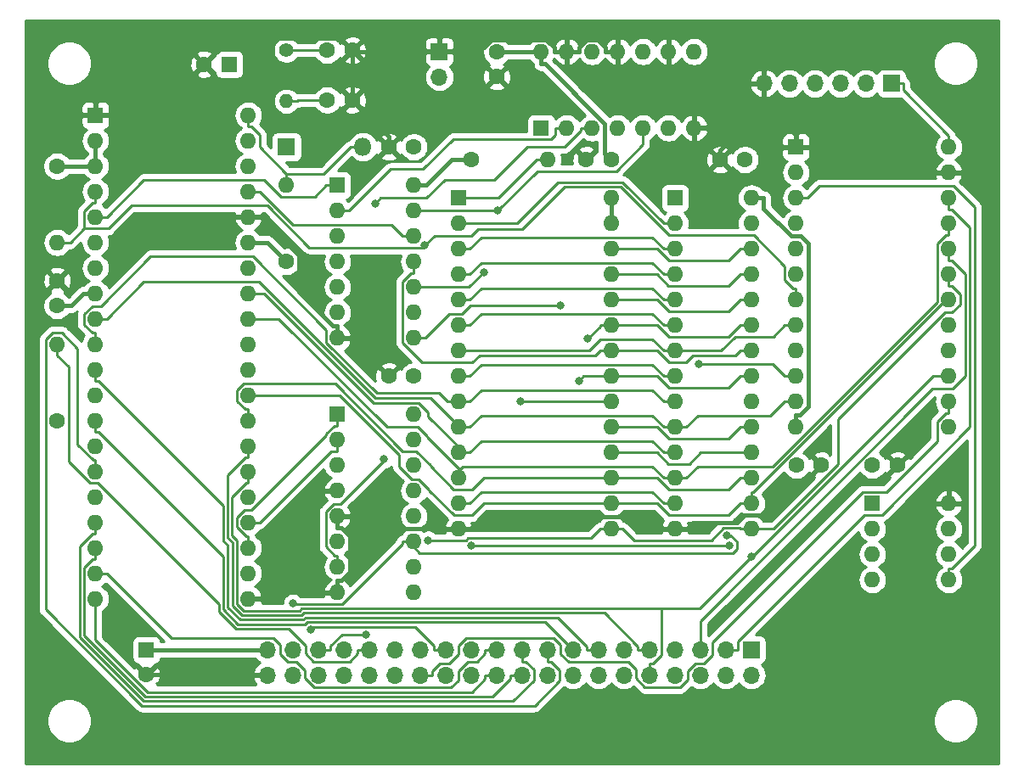
<source format=gtl>
G04 #@! TF.GenerationSoftware,KiCad,Pcbnew,(5.1.2-1)-1*
G04 #@! TF.CreationDate,2019-12-30T12:49:13-08:00*
G04 #@! TF.ProjectId,sbc6802,73626336-3830-4322-9e6b-696361645f70,2.0*
G04 #@! TF.SameCoordinates,Original*
G04 #@! TF.FileFunction,Copper,L1,Top*
G04 #@! TF.FilePolarity,Positive*
%FSLAX46Y46*%
G04 Gerber Fmt 4.6, Leading zero omitted, Abs format (unit mm)*
G04 Created by KiCad (PCBNEW (5.1.2-1)-1) date 2019-12-30 12:49:13*
%MOMM*%
%LPD*%
G04 APERTURE LIST*
%ADD10O,1.700000X1.700000*%
%ADD11R,1.700000X1.700000*%
%ADD12C,1.600000*%
%ADD13R,1.600000X1.600000*%
%ADD14O,1.600000X1.600000*%
%ADD15C,1.400000*%
%ADD16O,1.400000X1.400000*%
%ADD17R,1.800000X1.800000*%
%ADD18O,1.800000X1.800000*%
%ADD19C,0.800000*%
%ADD20C,0.400000*%
%ADD21C,0.250000*%
%ADD22C,0.254000*%
G04 APERTURE END LIST*
D10*
X179070000Y-69215000D03*
X181610000Y-69215000D03*
X184150000Y-69215000D03*
X186690000Y-69215000D03*
X189230000Y-69215000D03*
D11*
X191770000Y-69215000D03*
D12*
X123230000Y-67310000D03*
D13*
X125730000Y-67310000D03*
D12*
X138009000Y-65913000D03*
X135509000Y-65913000D03*
D11*
X146685000Y-66040000D03*
D10*
X146685000Y-68580000D03*
D14*
X131445000Y-79375000D03*
D12*
X131445000Y-86995000D03*
X108585000Y-102870000D03*
D14*
X108585000Y-95250000D03*
D12*
X149860000Y-76835000D03*
D14*
X157480000Y-76835000D03*
X108585000Y-85090000D03*
D12*
X108585000Y-77470000D03*
D11*
X177800000Y-125730000D03*
D10*
X177800000Y-128270000D03*
X175260000Y-125730000D03*
X175260000Y-128270000D03*
X172720000Y-125730000D03*
X172720000Y-128270000D03*
X170180000Y-125730000D03*
X170180000Y-128270000D03*
X167640000Y-125730000D03*
X167640000Y-128270000D03*
X165100000Y-125730000D03*
X165100000Y-128270000D03*
X162560000Y-125730000D03*
X162560000Y-128270000D03*
X160020000Y-125730000D03*
X160020000Y-128270000D03*
X157480000Y-125730000D03*
X157480000Y-128270000D03*
X154940000Y-125730000D03*
X154940000Y-128270000D03*
X152400000Y-125730000D03*
X152400000Y-128270000D03*
X149860000Y-125730000D03*
X149860000Y-128270000D03*
X147320000Y-125730000D03*
X147320000Y-128270000D03*
X144780000Y-125730000D03*
X144780000Y-128270000D03*
X142240000Y-125730000D03*
X142240000Y-128270000D03*
X139700000Y-125730000D03*
X139700000Y-128270000D03*
X137160000Y-125730000D03*
X137160000Y-128270000D03*
X134620000Y-125730000D03*
X134620000Y-128270000D03*
X132080000Y-125730000D03*
X132080000Y-128270000D03*
X129540000Y-125730000D03*
X129540000Y-128270000D03*
D13*
X112395000Y-72390000D03*
D14*
X127635000Y-120650000D03*
X112395000Y-74930000D03*
X127635000Y-118110000D03*
X112395000Y-77470000D03*
X127635000Y-115570000D03*
X112395000Y-80010000D03*
X127635000Y-113030000D03*
X112395000Y-82550000D03*
X127635000Y-110490000D03*
X112395000Y-85090000D03*
X127635000Y-107950000D03*
X112395000Y-87630000D03*
X127635000Y-105410000D03*
X112395000Y-90170000D03*
X127635000Y-102870000D03*
X112395000Y-92710000D03*
X127635000Y-100330000D03*
X112395000Y-95250000D03*
X127635000Y-97790000D03*
X112395000Y-97790000D03*
X127635000Y-95250000D03*
X112395000Y-100330000D03*
X127635000Y-92710000D03*
X112395000Y-102870000D03*
X127635000Y-90170000D03*
X112395000Y-105410000D03*
X127635000Y-87630000D03*
X112395000Y-107950000D03*
X127635000Y-85090000D03*
X112395000Y-110490000D03*
X127635000Y-82550000D03*
X112395000Y-113030000D03*
X127635000Y-80010000D03*
X112395000Y-115570000D03*
X127635000Y-77470000D03*
X112395000Y-118110000D03*
X127635000Y-74930000D03*
X112395000Y-120650000D03*
X127635000Y-72390000D03*
X156845000Y-66040000D03*
X172085000Y-73660000D03*
X159385000Y-66040000D03*
X169545000Y-73660000D03*
X161925000Y-66040000D03*
X167005000Y-73660000D03*
X164465000Y-66040000D03*
X164465000Y-73660000D03*
X167005000Y-66040000D03*
X161925000Y-73660000D03*
X169545000Y-66040000D03*
X159385000Y-73660000D03*
X172085000Y-66040000D03*
D13*
X156845000Y-73660000D03*
X136525000Y-79375000D03*
D14*
X144145000Y-94615000D03*
X136525000Y-81915000D03*
X144145000Y-92075000D03*
X136525000Y-84455000D03*
X144145000Y-89535000D03*
X136525000Y-86995000D03*
X144145000Y-86995000D03*
X136525000Y-89535000D03*
X144145000Y-84455000D03*
X136525000Y-92075000D03*
X144145000Y-81915000D03*
X136525000Y-94615000D03*
X144145000Y-79375000D03*
D13*
X136525000Y-102235000D03*
D14*
X144145000Y-120015000D03*
X136525000Y-104775000D03*
X144145000Y-117475000D03*
X136525000Y-107315000D03*
X144145000Y-114935000D03*
X136525000Y-109855000D03*
X144145000Y-112395000D03*
X136525000Y-112395000D03*
X144145000Y-109855000D03*
X136525000Y-114935000D03*
X144145000Y-107315000D03*
X136525000Y-117475000D03*
X144145000Y-104775000D03*
X136525000Y-120015000D03*
X144145000Y-102235000D03*
D13*
X148590000Y-80645000D03*
D14*
X163830000Y-113665000D03*
X148590000Y-83185000D03*
X163830000Y-111125000D03*
X148590000Y-85725000D03*
X163830000Y-108585000D03*
X148590000Y-88265000D03*
X163830000Y-106045000D03*
X148590000Y-90805000D03*
X163830000Y-103505000D03*
X148590000Y-93345000D03*
X163830000Y-100965000D03*
X148590000Y-95885000D03*
X163830000Y-98425000D03*
X148590000Y-98425000D03*
X163830000Y-95885000D03*
X148590000Y-100965000D03*
X163830000Y-93345000D03*
X148590000Y-103505000D03*
X163830000Y-90805000D03*
X148590000Y-106045000D03*
X163830000Y-88265000D03*
X148590000Y-108585000D03*
X163830000Y-85725000D03*
X148590000Y-111125000D03*
X163830000Y-83185000D03*
X148590000Y-113665000D03*
X163830000Y-80645000D03*
D13*
X170180000Y-80645000D03*
D14*
X177800000Y-113665000D03*
X170180000Y-83185000D03*
X177800000Y-111125000D03*
X170180000Y-85725000D03*
X177800000Y-108585000D03*
X170180000Y-88265000D03*
X177800000Y-106045000D03*
X170180000Y-90805000D03*
X177800000Y-103505000D03*
X170180000Y-93345000D03*
X177800000Y-100965000D03*
X170180000Y-95885000D03*
X177800000Y-98425000D03*
X170180000Y-98425000D03*
X177800000Y-95885000D03*
X170180000Y-100965000D03*
X177800000Y-93345000D03*
X170180000Y-103505000D03*
X177800000Y-90805000D03*
X170180000Y-106045000D03*
X177800000Y-88265000D03*
X170180000Y-108585000D03*
X177800000Y-85725000D03*
X170180000Y-111125000D03*
X177800000Y-83185000D03*
X170180000Y-113665000D03*
X177800000Y-80645000D03*
D13*
X189865000Y-111125000D03*
D14*
X197485000Y-118745000D03*
X189865000Y-113665000D03*
X197485000Y-116205000D03*
X189865000Y-116205000D03*
X197485000Y-113665000D03*
X189865000Y-118745000D03*
X197485000Y-111125000D03*
D13*
X182245000Y-75565000D03*
D14*
X197485000Y-103505000D03*
X182245000Y-78105000D03*
X197485000Y-100965000D03*
X182245000Y-80645000D03*
X197485000Y-98425000D03*
X182245000Y-83185000D03*
X197485000Y-95885000D03*
X182245000Y-85725000D03*
X197485000Y-93345000D03*
X182245000Y-88265000D03*
X197485000Y-90805000D03*
X182245000Y-90805000D03*
X197485000Y-88265000D03*
X182245000Y-93345000D03*
X197485000Y-85725000D03*
X182245000Y-95885000D03*
X197485000Y-83185000D03*
X182245000Y-98425000D03*
X197485000Y-80645000D03*
X182245000Y-100965000D03*
X197485000Y-78105000D03*
X182245000Y-103505000D03*
X197485000Y-75565000D03*
D15*
X131445000Y-65913000D03*
D16*
X131445000Y-70993000D03*
D12*
X189865000Y-107315000D03*
X192365000Y-107315000D03*
X174665000Y-76835000D03*
X177165000Y-76835000D03*
X184785000Y-107315000D03*
X182285000Y-107315000D03*
X135509000Y-70866000D03*
X138009000Y-70866000D03*
X108585000Y-88900000D03*
X108585000Y-91400000D03*
X152400000Y-66040000D03*
X152400000Y-68540000D03*
D13*
X117475000Y-125730000D03*
D12*
X117475000Y-128230000D03*
X141645000Y-75565000D03*
X144145000Y-75565000D03*
X144145000Y-98425000D03*
X141645000Y-98425000D03*
X163830000Y-76835000D03*
X161330000Y-76835000D03*
D17*
X131445000Y-75565000D03*
D18*
X139065000Y-75565000D03*
D19*
X158726800Y-91365800D03*
X145560600Y-114796000D03*
X177831100Y-116432800D03*
X172544000Y-97230600D03*
X160627700Y-98866300D03*
X161436800Y-94715600D03*
X133829100Y-123682600D03*
X152489700Y-81915000D03*
X145246900Y-85404100D03*
X141122200Y-106738600D03*
X139350400Y-124194600D03*
X175316700Y-114302900D03*
X132080000Y-121095700D03*
X151116800Y-88053100D03*
X154764300Y-100965000D03*
X140261500Y-81231900D03*
X149863900Y-115320200D03*
X175609100Y-115320200D03*
D20*
X184785000Y-107315000D02*
X179774600Y-112325400D01*
X179774600Y-112325400D02*
X177111700Y-112325400D01*
X177111700Y-112325400D02*
X176384800Y-113052300D01*
X176384800Y-113052300D02*
X171993000Y-113052300D01*
X171993000Y-113052300D02*
X171380300Y-113665000D01*
X136525000Y-94615000D02*
X136525000Y-93414700D01*
X127635000Y-82550000D02*
X128835300Y-82550000D01*
X128835300Y-82550000D02*
X132694500Y-86409200D01*
X132694500Y-86409200D02*
X132694500Y-90044800D01*
X132694500Y-90044800D02*
X136064400Y-93414700D01*
X136064400Y-93414700D02*
X136525000Y-93414700D01*
X170180000Y-113665000D02*
X171380300Y-113665000D01*
X197485000Y-78105000D02*
X196284700Y-78105000D01*
X196284700Y-78105000D02*
X193744700Y-75565000D01*
X193744700Y-75565000D02*
X182245000Y-75565000D01*
X127635000Y-120650000D02*
X128835300Y-120650000D01*
X135324700Y-120015000D02*
X129470300Y-120015000D01*
X129470300Y-120015000D02*
X128835300Y-120650000D01*
X136525000Y-120015000D02*
X135324700Y-120015000D01*
X175069800Y-75444500D02*
X174665000Y-75849300D01*
X174665000Y-75849300D02*
X174665000Y-76835000D01*
X179070000Y-71444300D02*
X175069800Y-75444500D01*
X173285300Y-73660000D02*
X175069800Y-75444500D01*
X172085000Y-73660000D02*
X173285300Y-73660000D01*
X182245000Y-74364700D02*
X179324600Y-71444300D01*
X179324600Y-71444300D02*
X179070000Y-71444300D01*
X179070000Y-71444300D02*
X179070000Y-70465300D01*
X170180000Y-113665000D02*
X168979700Y-113665000D01*
X179070000Y-69215000D02*
X179070000Y-70465300D01*
X148590000Y-113665000D02*
X149790300Y-113665000D01*
X149790300Y-113665000D02*
X150993000Y-112462300D01*
X150993000Y-112462300D02*
X167777000Y-112462300D01*
X167777000Y-112462300D02*
X168979700Y-113665000D01*
X137725800Y-114423100D02*
X138483900Y-113665000D01*
X138483900Y-113665000D02*
X148590000Y-113665000D01*
X137725800Y-114423100D02*
X136898000Y-113595300D01*
X136898000Y-113595300D02*
X136525000Y-113595300D01*
X136525000Y-118814700D02*
X136900100Y-118814700D01*
X136900100Y-118814700D02*
X137725800Y-117989000D01*
X137725800Y-117989000D02*
X137725800Y-114423100D01*
X159385000Y-66040000D02*
X160585300Y-66040000D01*
X164465000Y-66040000D02*
X163264700Y-66040000D01*
X163264700Y-66040000D02*
X163264700Y-65664900D01*
X163264700Y-65664900D02*
X162439400Y-64839600D01*
X162439400Y-64839600D02*
X161412600Y-64839600D01*
X161412600Y-64839600D02*
X160585300Y-65666900D01*
X160585300Y-65666900D02*
X160585300Y-66040000D01*
X136525000Y-112395000D02*
X136525000Y-113595300D01*
X136525000Y-120015000D02*
X136525000Y-118814700D01*
X182245000Y-75565000D02*
X182245000Y-74364700D01*
X129540000Y-128270000D02*
X128289700Y-128270000D01*
X117475000Y-128230000D02*
X128249700Y-128230000D01*
X128249700Y-128230000D02*
X128289700Y-128270000D01*
X138009000Y-70866000D02*
X141645000Y-74502000D01*
X141645000Y-74502000D02*
X141645000Y-75565000D01*
X138009000Y-66040000D02*
X138009000Y-70866000D01*
X138009000Y-66040000D02*
X138009000Y-65913000D01*
X138009000Y-66040000D02*
X145434700Y-66040000D01*
X146685000Y-66040000D02*
X145434700Y-66040000D01*
X123230000Y-67310000D02*
X125868900Y-64671100D01*
X125868900Y-64671100D02*
X136767100Y-64671100D01*
X136767100Y-64671100D02*
X138009000Y-65913000D01*
X150275400Y-66415300D02*
X149900000Y-66040000D01*
X149900000Y-66040000D02*
X146685000Y-66040000D01*
X152400000Y-68540000D02*
X150275400Y-66415300D01*
X150275400Y-66415300D02*
X151860300Y-64830400D01*
X151860300Y-64830400D02*
X157348100Y-64830400D01*
X157348100Y-64830400D02*
X158184700Y-65667000D01*
X158184700Y-65667000D02*
X158184700Y-66040000D01*
X159385000Y-66040000D02*
X158184700Y-66040000D01*
D21*
X139065000Y-75565000D02*
X137839700Y-75565000D01*
X137839700Y-75565000D02*
X135155000Y-78249700D01*
X135155000Y-78249700D02*
X131445000Y-78249700D01*
X131445000Y-79375000D02*
X131445000Y-78249700D01*
X127635000Y-72390000D02*
X127635000Y-73515300D01*
X127635000Y-73515300D02*
X127916400Y-73515300D01*
X127916400Y-73515300D02*
X128760300Y-74359200D01*
X128760300Y-74359200D02*
X128760300Y-75565000D01*
X128760300Y-75565000D02*
X131445000Y-78249700D01*
X131445000Y-65913000D02*
X135509000Y-65913000D01*
X131445000Y-70993000D02*
X132470300Y-70993000D01*
X135509000Y-70866000D02*
X132597300Y-70866000D01*
X132597300Y-70866000D02*
X132470300Y-70993000D01*
D20*
X156845000Y-66040000D02*
X156845000Y-67240300D01*
X156845000Y-67240300D02*
X157220100Y-67240300D01*
X157220100Y-67240300D02*
X163195000Y-73215200D01*
X163195000Y-73215200D02*
X163195000Y-76200000D01*
X163195000Y-76200000D02*
X163830000Y-76835000D01*
X152400000Y-66040000D02*
X156845000Y-66040000D01*
X127635000Y-85090000D02*
X129540000Y-85090000D01*
X129540000Y-85090000D02*
X131445000Y-86995000D01*
X144145000Y-79375000D02*
X145345300Y-79375000D01*
X145345300Y-79375000D02*
X147885300Y-76835000D01*
X147885300Y-76835000D02*
X149860000Y-76835000D01*
X182245000Y-103505000D02*
X182245000Y-102304700D01*
X177800000Y-80645000D02*
X179000300Y-80645000D01*
X179000300Y-80645000D02*
X179000300Y-81710100D01*
X179000300Y-81710100D02*
X181745200Y-84455000D01*
X181745200Y-84455000D02*
X182692000Y-84455000D01*
X182692000Y-84455000D02*
X183450300Y-85213300D01*
X183450300Y-85213300D02*
X183450300Y-101472400D01*
X183450300Y-101472400D02*
X182618000Y-102304700D01*
X182618000Y-102304700D02*
X182245000Y-102304700D01*
X112395000Y-77470000D02*
X112395000Y-76130300D01*
X112395000Y-77470000D02*
X108585000Y-77470000D01*
X112395000Y-74930000D02*
X112395000Y-76130300D01*
X112395000Y-90170000D02*
X111194700Y-90170000D01*
X108585000Y-91400000D02*
X109964700Y-91400000D01*
X109964700Y-91400000D02*
X111194700Y-90170000D01*
X163830000Y-80645000D02*
X163830000Y-83185000D01*
X129540000Y-125730000D02*
X117475000Y-125730000D01*
D21*
X177800000Y-95885000D02*
X176674700Y-95885000D01*
X176674700Y-95885000D02*
X176224400Y-96335300D01*
X176224400Y-96335300D02*
X172003300Y-96335300D01*
X172003300Y-96335300D02*
X171320400Y-97018200D01*
X171320400Y-97018200D02*
X169551000Y-97018200D01*
X169551000Y-97018200D02*
X168417800Y-95885000D01*
X168417800Y-95885000D02*
X163830000Y-95885000D01*
X163830000Y-95885000D02*
X162704700Y-95885000D01*
X162704700Y-95885000D02*
X162254300Y-96335400D01*
X162254300Y-96335400D02*
X150674900Y-96335400D01*
X150674900Y-96335400D02*
X149977800Y-97032500D01*
X149977800Y-97032500D02*
X144962000Y-97032500D01*
X144962000Y-97032500D02*
X143019700Y-95090200D01*
X143019700Y-95090200D02*
X143019700Y-88964200D01*
X143019700Y-88964200D02*
X143863600Y-88120300D01*
X143863600Y-88120300D02*
X144145000Y-88120300D01*
X144145000Y-86995000D02*
X144145000Y-88120300D01*
X145270300Y-94615000D02*
X147665700Y-92219600D01*
X147665700Y-92219600D02*
X148937600Y-92219600D01*
X148937600Y-92219600D02*
X149791400Y-91365800D01*
X149791400Y-91365800D02*
X158726800Y-91365800D01*
X144145000Y-94615000D02*
X145270300Y-94615000D01*
X127635000Y-90170000D02*
X129214700Y-90170000D01*
X129214700Y-90170000D02*
X140139200Y-101094500D01*
X140139200Y-101094500D02*
X144614000Y-101094500D01*
X144614000Y-101094500D02*
X145534800Y-102015300D01*
X145534800Y-102015300D02*
X145534800Y-102427100D01*
X145534800Y-102427100D02*
X149152700Y-106045000D01*
X149152700Y-106045000D02*
X149715300Y-106045000D01*
X148590000Y-106045000D02*
X149152700Y-106045000D01*
X170180000Y-106045000D02*
X169054700Y-106045000D01*
X169054700Y-106045000D02*
X167929400Y-104919700D01*
X167929400Y-104919700D02*
X150840600Y-104919700D01*
X150840600Y-104919700D02*
X149715300Y-106045000D01*
X197485000Y-81770300D02*
X197766300Y-81770300D01*
X197766300Y-81770300D02*
X199568500Y-83572500D01*
X199568500Y-83572500D02*
X199568500Y-103518000D01*
X199568500Y-103518000D02*
X190836100Y-112250400D01*
X190836100Y-112250400D02*
X189106900Y-112250400D01*
X189106900Y-112250400D02*
X176435300Y-124922000D01*
X176435300Y-124922000D02*
X176435300Y-125730000D01*
X175260000Y-125730000D02*
X176435300Y-125730000D01*
X197485000Y-80645000D02*
X197485000Y-81770300D01*
X170180000Y-108585000D02*
X171305300Y-108585000D01*
X170180000Y-108585000D02*
X169054700Y-108585000D01*
X169054700Y-108585000D02*
X167928000Y-107458300D01*
X167928000Y-107458300D02*
X149051100Y-107458300D01*
X149051100Y-107458300D02*
X148590000Y-107919400D01*
X197485000Y-84310300D02*
X197203600Y-84310300D01*
X197203600Y-84310300D02*
X196359700Y-85154200D01*
X196359700Y-85154200D02*
X196359700Y-91002500D01*
X196359700Y-91002500D02*
X179902500Y-107459700D01*
X179902500Y-107459700D02*
X172430600Y-107459700D01*
X172430600Y-107459700D02*
X171305300Y-108585000D01*
X148590000Y-107919400D02*
X148590000Y-107580300D01*
X148590000Y-108585000D02*
X148590000Y-107919400D01*
X197485000Y-83185000D02*
X197485000Y-84310300D01*
X128760300Y-92710000D02*
X130680500Y-92710000D01*
X130680500Y-92710000D02*
X141475500Y-103505000D01*
X141475500Y-103505000D02*
X144546000Y-103505000D01*
X144546000Y-103505000D02*
X145423600Y-104382600D01*
X145423600Y-104382600D02*
X145423600Y-104508100D01*
X145423600Y-104508100D02*
X148495800Y-107580300D01*
X148495800Y-107580300D02*
X148590000Y-107580300D01*
X127635000Y-92710000D02*
X128760300Y-92710000D01*
X148590000Y-111125000D02*
X149715300Y-111125000D01*
X149715300Y-111125000D02*
X150840600Y-109999700D01*
X150840600Y-109999700D02*
X167929400Y-109999700D01*
X167929400Y-109999700D02*
X169054700Y-111125000D01*
X172720000Y-125730000D02*
X172720000Y-124554700D01*
X197485000Y-85725000D02*
X197485000Y-86850300D01*
X197485000Y-86850300D02*
X197766300Y-86850300D01*
X197766300Y-86850300D02*
X199118100Y-88202100D01*
X199118100Y-88202100D02*
X199118100Y-98409400D01*
X199118100Y-98409400D02*
X197832500Y-99695000D01*
X197832500Y-99695000D02*
X195866500Y-99695000D01*
X195866500Y-99695000D02*
X172720000Y-122841500D01*
X172720000Y-122841500D02*
X172720000Y-124554700D01*
X170180000Y-111125000D02*
X169054700Y-111125000D01*
X176674700Y-113665000D02*
X176587300Y-113577600D01*
X176587300Y-113577600D02*
X175016300Y-113577600D01*
X175016300Y-113577600D02*
X173803600Y-114790300D01*
X173803600Y-114790300D02*
X166080600Y-114790300D01*
X166080600Y-114790300D02*
X164955300Y-113665000D01*
X162704700Y-113665000D02*
X161774800Y-114594900D01*
X161774800Y-114594900D02*
X149563500Y-114594900D01*
X149563500Y-114594900D02*
X149362400Y-114796000D01*
X149362400Y-114796000D02*
X145560600Y-114796000D01*
X163830000Y-113665000D02*
X164955300Y-113665000D01*
X177800000Y-113665000D02*
X176674700Y-113665000D01*
X197485000Y-89390300D02*
X197766300Y-89390300D01*
X197766300Y-89390300D02*
X198611300Y-90235300D01*
X198611300Y-90235300D02*
X198611300Y-91300300D01*
X198611300Y-91300300D02*
X197822900Y-92088700D01*
X197822900Y-92088700D02*
X197132000Y-92088700D01*
X197132000Y-92088700D02*
X186481400Y-102739300D01*
X186481400Y-102739300D02*
X186481400Y-107214700D01*
X186481400Y-107214700D02*
X180031100Y-113665000D01*
X180031100Y-113665000D02*
X177800000Y-113665000D01*
X163830000Y-113665000D02*
X162704700Y-113665000D01*
X197485000Y-88265000D02*
X197485000Y-89390300D01*
X163830000Y-111125000D02*
X151109800Y-111125000D01*
X151109800Y-111125000D02*
X149928400Y-112306400D01*
X149928400Y-112306400D02*
X148139700Y-112306400D01*
X148139700Y-112306400D02*
X145624500Y-109791200D01*
X145624500Y-109791200D02*
X145624500Y-109715700D01*
X145624500Y-109715700D02*
X144638400Y-108729600D01*
X144638400Y-108729600D02*
X143937100Y-108729600D01*
X143937100Y-108729600D02*
X142658700Y-107451200D01*
X142658700Y-107451200D02*
X142658700Y-106256300D01*
X142658700Y-106256300D02*
X136732400Y-100330000D01*
X136732400Y-100330000D02*
X127635000Y-100330000D01*
X164392700Y-111125000D02*
X163830000Y-111125000D01*
X164392700Y-111125000D02*
X164955300Y-111125000D01*
X177800000Y-111125000D02*
X177800000Y-109999700D01*
X197485000Y-90805000D02*
X197194100Y-90805000D01*
X197194100Y-90805000D02*
X177999400Y-109999700D01*
X177999400Y-109999700D02*
X177800000Y-109999700D01*
X177800000Y-111125000D02*
X176674700Y-111125000D01*
X176674700Y-111125000D02*
X175499400Y-112300300D01*
X175499400Y-112300300D02*
X169593100Y-112300300D01*
X169593100Y-112300300D02*
X168417800Y-111125000D01*
X168417800Y-111125000D02*
X164955300Y-111125000D01*
X127635000Y-102870000D02*
X127635000Y-101744700D01*
X163830000Y-108585000D02*
X151125300Y-108585000D01*
X151125300Y-108585000D02*
X149979200Y-109731100D01*
X149979200Y-109731100D02*
X148114800Y-109731100D01*
X148114800Y-109731100D02*
X145765000Y-107381300D01*
X145765000Y-107381300D02*
X145765000Y-107306700D01*
X145765000Y-107306700D02*
X144358700Y-105900400D01*
X144358700Y-105900400D02*
X143019400Y-105900400D01*
X143019400Y-105900400D02*
X136287500Y-99168500D01*
X136287500Y-99168500D02*
X127164800Y-99168500D01*
X127164800Y-99168500D02*
X126509700Y-99823600D01*
X126509700Y-99823600D02*
X126509700Y-100900800D01*
X126509700Y-100900800D02*
X127353600Y-101744700D01*
X127353600Y-101744700D02*
X127635000Y-101744700D01*
X164392700Y-108585000D02*
X163830000Y-108585000D01*
X164392700Y-108585000D02*
X164955300Y-108585000D01*
X176674700Y-108585000D02*
X175535200Y-109724500D01*
X175535200Y-109724500D02*
X169557300Y-109724500D01*
X169557300Y-109724500D02*
X168417800Y-108585000D01*
X168417800Y-108585000D02*
X164955300Y-108585000D01*
X177800000Y-108585000D02*
X176674700Y-108585000D01*
X166464700Y-125730000D02*
X166464700Y-125376500D01*
X166464700Y-125376500D02*
X163144900Y-122056700D01*
X163144900Y-122056700D02*
X133155500Y-122056700D01*
X133155500Y-122056700D02*
X132937400Y-122274800D01*
X132937400Y-122274800D02*
X126987500Y-122274800D01*
X126987500Y-122274800D02*
X126055600Y-121342900D01*
X126055600Y-121342900D02*
X126055600Y-115030200D01*
X126055600Y-115030200D02*
X125565300Y-114539900D01*
X125565300Y-114539900D02*
X125565300Y-108323700D01*
X125565300Y-108323700D02*
X127353700Y-106535300D01*
X127353700Y-106535300D02*
X127635000Y-106535300D01*
X127635000Y-105410000D02*
X127635000Y-106535300D01*
X167640000Y-125730000D02*
X166464700Y-125730000D01*
X177800000Y-106045000D02*
X172715300Y-106045000D01*
X172715300Y-106045000D02*
X171583000Y-107177300D01*
X171583000Y-107177300D02*
X169550100Y-107177300D01*
X169550100Y-107177300D02*
X168417800Y-106045000D01*
X168417800Y-106045000D02*
X163830000Y-106045000D01*
X168815400Y-121606400D02*
X172657500Y-121606400D01*
X172657500Y-121606400D02*
X177831100Y-116432800D01*
X168815400Y-121606400D02*
X168815400Y-126286700D01*
X168815400Y-126286700D02*
X168007400Y-127094700D01*
X168007400Y-127094700D02*
X167640000Y-127094700D01*
X168815400Y-121606400D02*
X132968900Y-121606400D01*
X132968900Y-121606400D02*
X132750800Y-121824500D01*
X132750800Y-121824500D02*
X127174100Y-121824500D01*
X127174100Y-121824500D02*
X126509600Y-121160000D01*
X126509600Y-121160000D02*
X126509600Y-114847300D01*
X126509600Y-114847300D02*
X126015600Y-114353300D01*
X126015600Y-114353300D02*
X126015600Y-110517800D01*
X126015600Y-110517800D02*
X127458100Y-109075300D01*
X127458100Y-109075300D02*
X127635000Y-109075300D01*
X127635000Y-107950000D02*
X127635000Y-109075300D01*
X167640000Y-128270000D02*
X167640000Y-127094700D01*
X197485000Y-98425000D02*
X195908000Y-98425000D01*
X195908000Y-98425000D02*
X177900200Y-116432800D01*
X177900200Y-116432800D02*
X177831100Y-116432800D01*
X177800000Y-103505000D02*
X176674700Y-103505000D01*
X176674700Y-103505000D02*
X175541500Y-104638200D01*
X175541500Y-104638200D02*
X169551000Y-104638200D01*
X169551000Y-104638200D02*
X168417800Y-103505000D01*
X168417800Y-103505000D02*
X163830000Y-103505000D01*
X113520300Y-92710000D02*
X117200200Y-89030100D01*
X117200200Y-89030100D02*
X128711700Y-89030100D01*
X128711700Y-89030100D02*
X140325700Y-100644100D01*
X140325700Y-100644100D02*
X145841700Y-100644100D01*
X145841700Y-100644100D02*
X148702600Y-103505000D01*
X112395000Y-92710000D02*
X113520300Y-92710000D01*
X148702600Y-103505000D02*
X149715300Y-103505000D01*
X148590000Y-103505000D02*
X148702600Y-103505000D01*
X170180000Y-103505000D02*
X171305300Y-103505000D01*
X182245000Y-100965000D02*
X181119700Y-100965000D01*
X181119700Y-100965000D02*
X179705000Y-102379700D01*
X179705000Y-102379700D02*
X172430600Y-102379700D01*
X172430600Y-102379700D02*
X171305300Y-103505000D01*
X170180000Y-103505000D02*
X169054700Y-103505000D01*
X169054700Y-103505000D02*
X167929400Y-102379700D01*
X167929400Y-102379700D02*
X150840600Y-102379700D01*
X150840600Y-102379700D02*
X149715300Y-103505000D01*
X148590000Y-100965000D02*
X147464700Y-100965000D01*
X147464700Y-100965000D02*
X146617300Y-100117600D01*
X146617300Y-100117600D02*
X140436100Y-100117600D01*
X140436100Y-100117600D02*
X135399700Y-95081200D01*
X135399700Y-95081200D02*
X135399700Y-93797200D01*
X135399700Y-93797200D02*
X128077300Y-86474800D01*
X128077300Y-86474800D02*
X117890400Y-86474800D01*
X117890400Y-86474800D02*
X112925200Y-91440000D01*
X112925200Y-91440000D02*
X112068800Y-91440000D01*
X112068800Y-91440000D02*
X111269700Y-92239100D01*
X111269700Y-92239100D02*
X111269700Y-93280800D01*
X111269700Y-93280800D02*
X112113600Y-94124700D01*
X112113600Y-94124700D02*
X112395000Y-94124700D01*
X148608400Y-100965000D02*
X148590000Y-100965000D01*
X112395000Y-95250000D02*
X112395000Y-94124700D01*
X148608400Y-100965000D02*
X149715300Y-100965000D01*
X170180000Y-100965000D02*
X169054700Y-100965000D01*
X169054700Y-100965000D02*
X167929400Y-99839700D01*
X167929400Y-99839700D02*
X150840600Y-99839700D01*
X150840600Y-99839700D02*
X149715300Y-100965000D01*
X161384700Y-125730000D02*
X161384700Y-125371300D01*
X161384700Y-125371300D02*
X158520400Y-122507000D01*
X158520400Y-122507000D02*
X133342100Y-122507000D01*
X133342100Y-122507000D02*
X133124000Y-122725100D01*
X133124000Y-122725100D02*
X126800900Y-122725100D01*
X126800900Y-122725100D02*
X125605300Y-121529500D01*
X125605300Y-121529500D02*
X125605300Y-115322700D01*
X125605300Y-115322700D02*
X125115000Y-114832400D01*
X125115000Y-114832400D02*
X125115000Y-111354000D01*
X125115000Y-111354000D02*
X112676300Y-98915300D01*
X112676300Y-98915300D02*
X112395000Y-98915300D01*
X112395000Y-97790000D02*
X112395000Y-98915300D01*
X162560000Y-125730000D02*
X161384700Y-125730000D01*
X149152700Y-98425000D02*
X148590000Y-98425000D01*
X149152700Y-98425000D02*
X149715300Y-98425000D01*
X170180000Y-98425000D02*
X169054700Y-98425000D01*
X169054700Y-98425000D02*
X167929400Y-97299700D01*
X167929400Y-97299700D02*
X150840600Y-97299700D01*
X150840600Y-97299700D02*
X149715300Y-98425000D01*
X181119700Y-93345000D02*
X179994400Y-94470300D01*
X179994400Y-94470300D02*
X176202100Y-94470300D01*
X176202100Y-94470300D02*
X174787400Y-95885000D01*
X174787400Y-95885000D02*
X170180000Y-95885000D01*
X149715300Y-95885000D02*
X161638700Y-95885000D01*
X161638700Y-95885000D02*
X162764000Y-94759700D01*
X162764000Y-94759700D02*
X167929400Y-94759700D01*
X167929400Y-94759700D02*
X169054700Y-95885000D01*
X182245000Y-93345000D02*
X181119700Y-93345000D01*
X170180000Y-95885000D02*
X169054700Y-95885000D01*
X148590000Y-95885000D02*
X149715300Y-95885000D01*
X160020000Y-125730000D02*
X157247300Y-122957300D01*
X157247300Y-122957300D02*
X133528700Y-122957300D01*
X133528700Y-122957300D02*
X133310600Y-123175400D01*
X133310600Y-123175400D02*
X126614300Y-123175400D01*
X126614300Y-123175400D02*
X125155000Y-121716100D01*
X125155000Y-121716100D02*
X125155000Y-116474000D01*
X125155000Y-116474000D02*
X112676300Y-103995300D01*
X112676300Y-103995300D02*
X112395000Y-103995300D01*
X148590000Y-93345000D02*
X149715300Y-93345000D01*
X170180000Y-93345000D02*
X169054700Y-93345000D01*
X169054700Y-93345000D02*
X167929400Y-92219700D01*
X167929400Y-92219700D02*
X150840600Y-92219700D01*
X150840600Y-92219700D02*
X149715300Y-93345000D01*
X112395000Y-102870000D02*
X112395000Y-103995300D01*
X181119700Y-98425000D02*
X179925300Y-97230600D01*
X179925300Y-97230600D02*
X172544000Y-97230600D01*
X182245000Y-98425000D02*
X181119700Y-98425000D01*
X169054700Y-90805000D02*
X167922300Y-89672600D01*
X167922300Y-89672600D02*
X150847700Y-89672600D01*
X150847700Y-89672600D02*
X149715300Y-90805000D01*
X148590000Y-90805000D02*
X149715300Y-90805000D01*
X170180000Y-90805000D02*
X169054700Y-90805000D01*
X112395000Y-106824700D02*
X112190500Y-106824700D01*
X112190500Y-106824700D02*
X110611000Y-105245200D01*
X110611000Y-105245200D02*
X110611000Y-95676400D01*
X110611000Y-95676400D02*
X109015600Y-94081000D01*
X109015600Y-94081000D02*
X108112300Y-94081000D01*
X108112300Y-94081000D02*
X107436800Y-94756500D01*
X107436800Y-94756500D02*
X107436800Y-121723500D01*
X107436800Y-121723500D02*
X117015600Y-131302300D01*
X117015600Y-131302300D02*
X156189200Y-131302300D01*
X156189200Y-131302300D02*
X158705900Y-128785600D01*
X158705900Y-128785600D02*
X158705900Y-127763900D01*
X158705900Y-127763900D02*
X157847300Y-126905300D01*
X157847300Y-126905300D02*
X157480000Y-126905300D01*
X148590000Y-88265000D02*
X149715300Y-88265000D01*
X170180000Y-88265000D02*
X169054700Y-88265000D01*
X169054700Y-88265000D02*
X167929400Y-87139700D01*
X167929400Y-87139700D02*
X150840600Y-87139700D01*
X150840600Y-87139700D02*
X149715300Y-88265000D01*
X112395000Y-107950000D02*
X112395000Y-106824700D01*
X157480000Y-125730000D02*
X157480000Y-126905300D01*
X148590000Y-85725000D02*
X149715300Y-85725000D01*
X170180000Y-85725000D02*
X169054700Y-85725000D01*
X169054700Y-85725000D02*
X167929400Y-84599700D01*
X167929400Y-84599700D02*
X150840600Y-84599700D01*
X150840600Y-84599700D02*
X149715300Y-85725000D01*
X112395000Y-114155300D02*
X112113700Y-114155300D01*
X112113700Y-114155300D02*
X110812900Y-115456100D01*
X110812900Y-115456100D02*
X110812900Y-124462700D01*
X110812900Y-124462700D02*
X117202200Y-130852000D01*
X117202200Y-130852000D02*
X154055700Y-130852000D01*
X154055700Y-130852000D02*
X156116500Y-128791200D01*
X156116500Y-128791200D02*
X156116500Y-127714500D01*
X156116500Y-127714500D02*
X155307300Y-126905300D01*
X155307300Y-126905300D02*
X154940000Y-126905300D01*
X112395000Y-113030000D02*
X112395000Y-114155300D01*
X154940000Y-125730000D02*
X154940000Y-126905300D01*
X177800000Y-88265000D02*
X176674700Y-88265000D01*
X176674700Y-88265000D02*
X175546000Y-89393700D01*
X175546000Y-89393700D02*
X169546500Y-89393700D01*
X169546500Y-89393700D02*
X168417800Y-88265000D01*
X168417800Y-88265000D02*
X163830000Y-88265000D01*
X177800000Y-90805000D02*
X176674700Y-90805000D01*
X176674700Y-90805000D02*
X175541500Y-91938200D01*
X175541500Y-91938200D02*
X169551000Y-91938200D01*
X169551000Y-91938200D02*
X168417800Y-90805000D01*
X168417800Y-90805000D02*
X163830000Y-90805000D01*
X112395000Y-116695300D02*
X112113600Y-116695300D01*
X112113600Y-116695300D02*
X111269700Y-117539200D01*
X111269700Y-117539200D02*
X111269700Y-124282600D01*
X111269700Y-124282600D02*
X117388800Y-130401700D01*
X117388800Y-130401700D02*
X152000300Y-130401700D01*
X152000300Y-130401700D02*
X153764700Y-128637300D01*
X153764700Y-128637300D02*
X153764700Y-128270000D01*
X112395000Y-115570000D02*
X112395000Y-116695300D01*
X154940000Y-128270000D02*
X153764700Y-128270000D01*
X112395000Y-118110000D02*
X113520300Y-118110000D01*
X152400000Y-125730000D02*
X151224700Y-125730000D01*
X151224700Y-125730000D02*
X151224700Y-126097400D01*
X151224700Y-126097400D02*
X150416800Y-126905300D01*
X150416800Y-126905300D02*
X149560500Y-126905300D01*
X149560500Y-126905300D02*
X148590000Y-127875800D01*
X148590000Y-127875800D02*
X148590000Y-128758800D01*
X148590000Y-128758800D02*
X147860000Y-129488800D01*
X147860000Y-129488800D02*
X134163500Y-129488800D01*
X134163500Y-129488800D02*
X133255400Y-128580700D01*
X133255400Y-128580700D02*
X133255400Y-127744400D01*
X133255400Y-127744400D02*
X132416400Y-126905400D01*
X132416400Y-126905400D02*
X131554400Y-126905400D01*
X131554400Y-126905400D02*
X130810000Y-126161000D01*
X130810000Y-126161000D02*
X130810000Y-125257300D01*
X130810000Y-125257300D02*
X130107300Y-124554600D01*
X130107300Y-124554600D02*
X119964900Y-124554600D01*
X119964900Y-124554600D02*
X113520300Y-118110000D01*
X163830000Y-98425000D02*
X161069000Y-98425000D01*
X161069000Y-98425000D02*
X160627700Y-98866300D01*
X176674700Y-98425000D02*
X175541500Y-99558200D01*
X175541500Y-99558200D02*
X169551000Y-99558200D01*
X169551000Y-99558200D02*
X168417800Y-98425000D01*
X168417800Y-98425000D02*
X163830000Y-98425000D01*
X177800000Y-98425000D02*
X176674700Y-98425000D01*
X112395000Y-120650000D02*
X112395000Y-121775300D01*
X152400000Y-128270000D02*
X151224700Y-128270000D01*
X151224700Y-128270000D02*
X151224700Y-128637400D01*
X151224700Y-128637400D02*
X149910700Y-129951400D01*
X149910700Y-129951400D02*
X117575400Y-129951400D01*
X117575400Y-129951400D02*
X112395000Y-124771000D01*
X112395000Y-124771000D02*
X112395000Y-121775300D01*
X163830000Y-93345000D02*
X162704700Y-93345000D01*
X162704700Y-93345000D02*
X162704700Y-93447700D01*
X162704700Y-93447700D02*
X161436800Y-94715600D01*
X176674700Y-93345000D02*
X175541500Y-94478200D01*
X175541500Y-94478200D02*
X169551000Y-94478200D01*
X169551000Y-94478200D02*
X168417800Y-93345000D01*
X168417800Y-93345000D02*
X163830000Y-93345000D01*
X177800000Y-93345000D02*
X176674700Y-93345000D01*
X149715300Y-83185000D02*
X154414100Y-83185000D01*
X154414100Y-83185000D02*
X158542100Y-79057000D01*
X158542100Y-79057000D02*
X164926700Y-79057000D01*
X164926700Y-79057000D02*
X169054700Y-83185000D01*
X148590000Y-83185000D02*
X149715300Y-83185000D01*
X170180000Y-83185000D02*
X169054700Y-83185000D01*
X136525000Y-102235000D02*
X136525000Y-103360300D01*
X127635000Y-115570000D02*
X127635000Y-114444700D01*
X127635000Y-114444700D02*
X127445200Y-114444700D01*
X127445200Y-114444700D02*
X126466000Y-113465500D01*
X126466000Y-113465500D02*
X126466000Y-112557000D01*
X126466000Y-112557000D02*
X127263000Y-111760000D01*
X127263000Y-111760000D02*
X127957000Y-111760000D01*
X127957000Y-111760000D02*
X135399700Y-104317300D01*
X135399700Y-104317300D02*
X135399700Y-104197600D01*
X135399700Y-104197600D02*
X136237000Y-103360300D01*
X136237000Y-103360300D02*
X136525000Y-103360300D01*
X177800000Y-85725000D02*
X176674700Y-85725000D01*
X176674700Y-85725000D02*
X175541500Y-86858200D01*
X175541500Y-86858200D02*
X169551000Y-86858200D01*
X169551000Y-86858200D02*
X168417800Y-85725000D01*
X168417800Y-85725000D02*
X163830000Y-85725000D01*
X147320000Y-125730000D02*
X146144700Y-125730000D01*
X146144700Y-125730000D02*
X146144700Y-125362700D01*
X146144700Y-125362700D02*
X144251200Y-123469200D01*
X144251200Y-123469200D02*
X134042500Y-123469200D01*
X134042500Y-123469200D02*
X133829100Y-123682600D01*
X128760300Y-113030000D02*
X135890000Y-105900300D01*
X135890000Y-105900300D02*
X136525000Y-105900300D01*
X136525000Y-104775000D02*
X136525000Y-105900300D01*
X127635000Y-113030000D02*
X128760300Y-113030000D01*
X152489700Y-81915000D02*
X144145000Y-81915000D01*
X167005000Y-73660000D02*
X167005000Y-75257400D01*
X167005000Y-75257400D02*
X164302000Y-77960400D01*
X164302000Y-77960400D02*
X156444300Y-77960400D01*
X156444300Y-77960400D02*
X152489700Y-81915000D01*
X143019700Y-84455000D02*
X141894400Y-83329700D01*
X141894400Y-83329700D02*
X132080100Y-83329700D01*
X132080100Y-83329700D02*
X128760400Y-80010000D01*
X128760400Y-80010000D02*
X128760300Y-80010000D01*
X144780000Y-128270000D02*
X145955300Y-128270000D01*
X197485000Y-100965000D02*
X197485000Y-102090300D01*
X197485000Y-102090300D02*
X197203600Y-102090300D01*
X197203600Y-102090300D02*
X196359700Y-102934200D01*
X196359700Y-102934200D02*
X196359700Y-104915400D01*
X196359700Y-104915400D02*
X191275500Y-109999600D01*
X191275500Y-109999600D02*
X188864000Y-109999600D01*
X188864000Y-109999600D02*
X173895400Y-124968200D01*
X173895400Y-124968200D02*
X173895400Y-126255600D01*
X173895400Y-126255600D02*
X173056400Y-127094600D01*
X173056400Y-127094600D02*
X172194400Y-127094600D01*
X172194400Y-127094600D02*
X171450000Y-127839000D01*
X171450000Y-127839000D02*
X171450000Y-128748000D01*
X171450000Y-128748000D02*
X170734800Y-129463200D01*
X170734800Y-129463200D02*
X167158900Y-129463200D01*
X167158900Y-129463200D02*
X166275400Y-128579700D01*
X166275400Y-128579700D02*
X166275400Y-127691100D01*
X166275400Y-127691100D02*
X165550900Y-126966600D01*
X165550900Y-126966600D02*
X159572400Y-126966600D01*
X159572400Y-126966600D02*
X158750000Y-126144200D01*
X158750000Y-126144200D02*
X158750000Y-125227800D01*
X158750000Y-125227800D02*
X158051300Y-124529100D01*
X158051300Y-124529100D02*
X149379300Y-124529100D01*
X149379300Y-124529100D02*
X148564600Y-125343800D01*
X148564600Y-125343800D02*
X148564600Y-126173600D01*
X148564600Y-126173600D02*
X147643500Y-127094700D01*
X147643500Y-127094700D02*
X146763200Y-127094700D01*
X146763200Y-127094700D02*
X145955300Y-127902600D01*
X145955300Y-127902600D02*
X145955300Y-128270000D01*
X127635000Y-80010000D02*
X128760300Y-80010000D01*
X144145000Y-84455000D02*
X143019700Y-84455000D01*
X111269600Y-83705000D02*
X113677000Y-83705000D01*
X113677000Y-83705000D02*
X115957800Y-81424200D01*
X115957800Y-81424200D02*
X129537700Y-81424200D01*
X129537700Y-81424200D02*
X133698100Y-85584600D01*
X133698100Y-85584600D02*
X145066400Y-85584600D01*
X145066400Y-85584600D02*
X145246900Y-85404100D01*
X111269600Y-83705000D02*
X109884600Y-85090000D01*
X109884600Y-85090000D02*
X109710300Y-85090000D01*
X112395000Y-81135300D02*
X112113700Y-81135300D01*
X112113700Y-81135300D02*
X111269600Y-81979400D01*
X111269600Y-81979400D02*
X111269600Y-83705000D01*
X182245000Y-89679700D02*
X181963600Y-89679700D01*
X181963600Y-89679700D02*
X181119700Y-88835800D01*
X181119700Y-88835800D02*
X181119700Y-87451100D01*
X181119700Y-87451100D02*
X178043200Y-84374600D01*
X178043200Y-84374600D02*
X169604600Y-84374600D01*
X169604600Y-84374600D02*
X164737400Y-79507400D01*
X164737400Y-79507400D02*
X159165700Y-79507400D01*
X159165700Y-79507400D02*
X154933900Y-83739200D01*
X154933900Y-83739200D02*
X150571100Y-83739200D01*
X150571100Y-83739200D02*
X149901000Y-84409300D01*
X149901000Y-84409300D02*
X146241700Y-84409300D01*
X146241700Y-84409300D02*
X145246900Y-85404100D01*
X112395000Y-80010000D02*
X112395000Y-81135300D01*
X108585000Y-85090000D02*
X109710300Y-85090000D01*
X182245000Y-90805000D02*
X182245000Y-89679700D01*
X108585000Y-96375300D02*
X109710300Y-97500600D01*
X109710300Y-97500600D02*
X109710300Y-106943500D01*
X109710300Y-106943500D02*
X111842200Y-109075400D01*
X111842200Y-109075400D02*
X112622500Y-109075400D01*
X112622500Y-109075400D02*
X124704700Y-121157600D01*
X124704700Y-121157600D02*
X124704700Y-121902700D01*
X124704700Y-121902700D02*
X126427700Y-123625700D01*
X126427700Y-123625700D02*
X131650800Y-123625700D01*
X131650800Y-123625700D02*
X133350000Y-125324900D01*
X133350000Y-125324900D02*
X133350000Y-126124800D01*
X133350000Y-126124800D02*
X134130500Y-126905300D01*
X134130500Y-126905300D02*
X137716800Y-126905300D01*
X137716800Y-126905300D02*
X138524700Y-126097400D01*
X138524700Y-126097400D02*
X138524700Y-125730000D01*
X108585000Y-95250000D02*
X108585000Y-96375300D01*
X139700000Y-125730000D02*
X138524700Y-125730000D01*
X136525000Y-116349700D02*
X136243700Y-116349700D01*
X136243700Y-116349700D02*
X135354700Y-115460700D01*
X135354700Y-115460700D02*
X135354700Y-111964800D01*
X135354700Y-111964800D02*
X136158100Y-111161400D01*
X136158100Y-111161400D02*
X136811100Y-111161400D01*
X136811100Y-111161400D02*
X141122200Y-106850300D01*
X141122200Y-106850300D02*
X141122200Y-106738600D01*
X136525000Y-117475000D02*
X136525000Y-116349700D01*
X134620000Y-125730000D02*
X135795300Y-125730000D01*
X139350400Y-124194600D02*
X136963400Y-124194600D01*
X136963400Y-124194600D02*
X135795300Y-125362700D01*
X135795300Y-125362700D02*
X135795300Y-125730000D01*
X143582400Y-114935000D02*
X144732900Y-116085500D01*
X144732900Y-116085500D02*
X175931700Y-116085500D01*
X175931700Y-116085500D02*
X176343000Y-115674200D01*
X176343000Y-115674200D02*
X176343000Y-114950900D01*
X176343000Y-114950900D02*
X175695000Y-114302900D01*
X175695000Y-114302900D02*
X175316700Y-114302900D01*
X143582400Y-114935000D02*
X143019700Y-114935000D01*
X144145000Y-114935000D02*
X143582400Y-114935000D01*
X143019700Y-114935000D02*
X143019700Y-115158900D01*
X143019700Y-115158900D02*
X137022500Y-121156100D01*
X137022500Y-121156100D02*
X132140400Y-121156100D01*
X132140400Y-121156100D02*
X132080000Y-121095700D01*
X112395000Y-82550000D02*
X113520300Y-82550000D01*
X136525000Y-79375000D02*
X135399700Y-79375000D01*
X135399700Y-79375000D02*
X134252500Y-80522200D01*
X134252500Y-80522200D02*
X130914000Y-80522200D01*
X130914000Y-80522200D02*
X129243200Y-78851400D01*
X129243200Y-78851400D02*
X117218900Y-78851400D01*
X117218900Y-78851400D02*
X113520300Y-82550000D01*
X191770000Y-69215000D02*
X192945300Y-69215000D01*
X197485000Y-75565000D02*
X197485000Y-74439700D01*
X197485000Y-74439700D02*
X192945300Y-69900000D01*
X192945300Y-69900000D02*
X192945300Y-69215000D01*
X157480000Y-76835000D02*
X156354700Y-76835000D01*
X148590000Y-80645000D02*
X152544700Y-80645000D01*
X152544700Y-80645000D02*
X156354700Y-76835000D01*
X144145000Y-89535000D02*
X149634900Y-89535000D01*
X149634900Y-89535000D02*
X151116800Y-88053100D01*
X163830000Y-100965000D02*
X154764300Y-100965000D01*
X160799700Y-73660000D02*
X160799700Y-73941300D01*
X160799700Y-73941300D02*
X159201700Y-75539300D01*
X159201700Y-75539300D02*
X155446200Y-75539300D01*
X155446200Y-75539300D02*
X152171600Y-78813900D01*
X152171600Y-78813900D02*
X147250500Y-78813900D01*
X147250500Y-78813900D02*
X145419400Y-80645000D01*
X145419400Y-80645000D02*
X140848400Y-80645000D01*
X140848400Y-80645000D02*
X140261500Y-81231900D01*
X161925000Y-73660000D02*
X160799700Y-73660000D01*
X137650300Y-81915000D02*
X141792200Y-77773100D01*
X141792200Y-77773100D02*
X145065900Y-77773100D01*
X145065900Y-77773100D02*
X148053700Y-74785300D01*
X148053700Y-74785300D02*
X157837800Y-74785300D01*
X157837800Y-74785300D02*
X158259700Y-74363400D01*
X158259700Y-74363400D02*
X158259700Y-73660000D01*
X159385000Y-73660000D02*
X158259700Y-73660000D01*
X136525000Y-81915000D02*
X137650300Y-81915000D01*
X175609100Y-115320200D02*
X149863900Y-115320200D01*
X197485000Y-118745000D02*
X197485000Y-117619700D01*
X182245000Y-80645000D02*
X183370300Y-80645000D01*
X183370300Y-80645000D02*
X184551700Y-79463600D01*
X184551700Y-79463600D02*
X197968700Y-79463600D01*
X197968700Y-79463600D02*
X200051800Y-81546700D01*
X200051800Y-81546700D02*
X200051800Y-115334200D01*
X200051800Y-115334200D02*
X197766300Y-117619700D01*
X197766300Y-117619700D02*
X197485000Y-117619700D01*
D22*
G36*
X202445001Y-137135000D02*
G01*
X105435000Y-137135000D01*
X105435000Y-132574872D01*
X107540000Y-132574872D01*
X107540000Y-133015128D01*
X107625890Y-133446925D01*
X107794369Y-133853669D01*
X108038962Y-134219729D01*
X108350271Y-134531038D01*
X108716331Y-134775631D01*
X109123075Y-134944110D01*
X109554872Y-135030000D01*
X109995128Y-135030000D01*
X110426925Y-134944110D01*
X110833669Y-134775631D01*
X111199729Y-134531038D01*
X111511038Y-134219729D01*
X111755631Y-133853669D01*
X111924110Y-133446925D01*
X112010000Y-133015128D01*
X112010000Y-132574872D01*
X195940000Y-132574872D01*
X195940000Y-133015128D01*
X196025890Y-133446925D01*
X196194369Y-133853669D01*
X196438962Y-134219729D01*
X196750271Y-134531038D01*
X197116331Y-134775631D01*
X197523075Y-134944110D01*
X197954872Y-135030000D01*
X198395128Y-135030000D01*
X198826925Y-134944110D01*
X199233669Y-134775631D01*
X199599729Y-134531038D01*
X199911038Y-134219729D01*
X200155631Y-133853669D01*
X200324110Y-133446925D01*
X200410000Y-133015128D01*
X200410000Y-132574872D01*
X200324110Y-132143075D01*
X200155631Y-131736331D01*
X199911038Y-131370271D01*
X199599729Y-131058962D01*
X199233669Y-130814369D01*
X198826925Y-130645890D01*
X198395128Y-130560000D01*
X197954872Y-130560000D01*
X197523075Y-130645890D01*
X197116331Y-130814369D01*
X196750271Y-131058962D01*
X196438962Y-131370271D01*
X196194369Y-131736331D01*
X196025890Y-132143075D01*
X195940000Y-132574872D01*
X112010000Y-132574872D01*
X111924110Y-132143075D01*
X111755631Y-131736331D01*
X111511038Y-131370271D01*
X111199729Y-131058962D01*
X110833669Y-130814369D01*
X110426925Y-130645890D01*
X109995128Y-130560000D01*
X109554872Y-130560000D01*
X109123075Y-130645890D01*
X108716331Y-130814369D01*
X108350271Y-131058962D01*
X108038962Y-131370271D01*
X107794369Y-131736331D01*
X107625890Y-132143075D01*
X107540000Y-132574872D01*
X105435000Y-132574872D01*
X105435000Y-94756500D01*
X106673124Y-94756500D01*
X106676800Y-94793822D01*
X106676801Y-121686167D01*
X106673124Y-121723500D01*
X106676801Y-121760833D01*
X106687798Y-121872486D01*
X106695734Y-121898647D01*
X106731254Y-122015746D01*
X106801826Y-122147776D01*
X106856794Y-122214754D01*
X106896800Y-122263501D01*
X106925798Y-122287299D01*
X116451801Y-131813303D01*
X116475599Y-131842301D01*
X116591324Y-131937274D01*
X116723353Y-132007846D01*
X116866614Y-132051303D01*
X116978267Y-132062300D01*
X116978277Y-132062300D01*
X117015600Y-132065976D01*
X117052923Y-132062300D01*
X156151878Y-132062300D01*
X156189200Y-132065976D01*
X156226522Y-132062300D01*
X156226533Y-132062300D01*
X156338186Y-132051303D01*
X156481447Y-132007846D01*
X156613476Y-131937274D01*
X156729201Y-131842301D01*
X156753004Y-131813297D01*
X159116624Y-129449678D01*
X159190986Y-129510706D01*
X159448966Y-129648599D01*
X159728889Y-129733513D01*
X159947050Y-129755000D01*
X160092950Y-129755000D01*
X160311111Y-129733513D01*
X160591034Y-129648599D01*
X160849014Y-129510706D01*
X161075134Y-129325134D01*
X161260706Y-129099014D01*
X161290000Y-129044209D01*
X161319294Y-129099014D01*
X161504866Y-129325134D01*
X161730986Y-129510706D01*
X161988966Y-129648599D01*
X162268889Y-129733513D01*
X162487050Y-129755000D01*
X162632950Y-129755000D01*
X162851111Y-129733513D01*
X163131034Y-129648599D01*
X163389014Y-129510706D01*
X163615134Y-129325134D01*
X163800706Y-129099014D01*
X163830000Y-129044209D01*
X163859294Y-129099014D01*
X164044866Y-129325134D01*
X164270986Y-129510706D01*
X164528966Y-129648599D01*
X164808889Y-129733513D01*
X165027050Y-129755000D01*
X165172950Y-129755000D01*
X165391111Y-129733513D01*
X165671034Y-129648599D01*
X165929014Y-129510706D01*
X166040286Y-129419387D01*
X166595101Y-129974203D01*
X166618899Y-130003201D01*
X166734624Y-130098174D01*
X166866653Y-130168746D01*
X167009914Y-130212203D01*
X167121567Y-130223200D01*
X167121575Y-130223200D01*
X167158900Y-130226876D01*
X167196225Y-130223200D01*
X170697478Y-130223200D01*
X170734800Y-130226876D01*
X170772122Y-130223200D01*
X170772133Y-130223200D01*
X170883786Y-130212203D01*
X171027047Y-130168746D01*
X171159076Y-130098174D01*
X171274801Y-130003201D01*
X171298603Y-129974198D01*
X171820194Y-129452608D01*
X171890986Y-129510706D01*
X172148966Y-129648599D01*
X172428889Y-129733513D01*
X172647050Y-129755000D01*
X172792950Y-129755000D01*
X173011111Y-129733513D01*
X173291034Y-129648599D01*
X173549014Y-129510706D01*
X173775134Y-129325134D01*
X173960706Y-129099014D01*
X173990000Y-129044209D01*
X174019294Y-129099014D01*
X174204866Y-129325134D01*
X174430986Y-129510706D01*
X174688966Y-129648599D01*
X174968889Y-129733513D01*
X175187050Y-129755000D01*
X175332950Y-129755000D01*
X175551111Y-129733513D01*
X175831034Y-129648599D01*
X176089014Y-129510706D01*
X176315134Y-129325134D01*
X176500706Y-129099014D01*
X176530000Y-129044209D01*
X176559294Y-129099014D01*
X176744866Y-129325134D01*
X176970986Y-129510706D01*
X177228966Y-129648599D01*
X177508889Y-129733513D01*
X177727050Y-129755000D01*
X177872950Y-129755000D01*
X178091111Y-129733513D01*
X178371034Y-129648599D01*
X178629014Y-129510706D01*
X178855134Y-129325134D01*
X179040706Y-129099014D01*
X179178599Y-128841034D01*
X179263513Y-128561111D01*
X179292185Y-128270000D01*
X179263513Y-127978889D01*
X179178599Y-127698966D01*
X179040706Y-127440986D01*
X178855134Y-127214866D01*
X178825313Y-127190393D01*
X178894180Y-127169502D01*
X179004494Y-127110537D01*
X179101185Y-127031185D01*
X179180537Y-126934494D01*
X179239502Y-126824180D01*
X179275812Y-126704482D01*
X179288072Y-126580000D01*
X179288072Y-124880000D01*
X179275812Y-124755518D01*
X179239502Y-124635820D01*
X179180537Y-124525506D01*
X179101185Y-124428815D01*
X179004494Y-124349463D01*
X178894180Y-124290498D01*
X178774482Y-124254188D01*
X178650000Y-124241928D01*
X178190173Y-124241928D01*
X188458917Y-113973185D01*
X188532818Y-114216808D01*
X188666068Y-114466101D01*
X188845392Y-114684608D01*
X189063899Y-114863932D01*
X189196858Y-114935000D01*
X189063899Y-115006068D01*
X188845392Y-115185392D01*
X188666068Y-115403899D01*
X188532818Y-115653192D01*
X188450764Y-115923691D01*
X188423057Y-116205000D01*
X188450764Y-116486309D01*
X188532818Y-116756808D01*
X188666068Y-117006101D01*
X188845392Y-117224608D01*
X189063899Y-117403932D01*
X189196858Y-117475000D01*
X189063899Y-117546068D01*
X188845392Y-117725392D01*
X188666068Y-117943899D01*
X188532818Y-118193192D01*
X188450764Y-118463691D01*
X188423057Y-118745000D01*
X188450764Y-119026309D01*
X188532818Y-119296808D01*
X188666068Y-119546101D01*
X188845392Y-119764608D01*
X189063899Y-119943932D01*
X189313192Y-120077182D01*
X189583691Y-120159236D01*
X189794508Y-120180000D01*
X189935492Y-120180000D01*
X190146309Y-120159236D01*
X190416808Y-120077182D01*
X190666101Y-119943932D01*
X190884608Y-119764608D01*
X191063932Y-119546101D01*
X191197182Y-119296808D01*
X191279236Y-119026309D01*
X191306943Y-118745000D01*
X191279236Y-118463691D01*
X191197182Y-118193192D01*
X191063932Y-117943899D01*
X190884608Y-117725392D01*
X190666101Y-117546068D01*
X190533142Y-117475000D01*
X190666101Y-117403932D01*
X190884608Y-117224608D01*
X191063932Y-117006101D01*
X191197182Y-116756808D01*
X191279236Y-116486309D01*
X191306943Y-116205000D01*
X191279236Y-115923691D01*
X191197182Y-115653192D01*
X191063932Y-115403899D01*
X190884608Y-115185392D01*
X190666101Y-115006068D01*
X190533142Y-114935000D01*
X190666101Y-114863932D01*
X190884608Y-114684608D01*
X191063932Y-114466101D01*
X191197182Y-114216808D01*
X191279236Y-113946309D01*
X191306943Y-113665000D01*
X191279236Y-113383691D01*
X191197182Y-113113192D01*
X191115255Y-112959917D01*
X191128347Y-112955946D01*
X191260376Y-112885374D01*
X191376101Y-112790401D01*
X191399904Y-112761397D01*
X193385340Y-110775961D01*
X196093096Y-110775961D01*
X196215085Y-110998000D01*
X197358000Y-110998000D01*
X197358000Y-109854376D01*
X197612000Y-109854376D01*
X197612000Y-110998000D01*
X198754915Y-110998000D01*
X198876904Y-110775961D01*
X198836246Y-110641913D01*
X198716037Y-110387580D01*
X198548519Y-110161586D01*
X198340131Y-109972615D01*
X198098881Y-109827930D01*
X197834040Y-109733091D01*
X197612000Y-109854376D01*
X197358000Y-109854376D01*
X197135960Y-109733091D01*
X196871119Y-109827930D01*
X196629869Y-109972615D01*
X196421481Y-110161586D01*
X196253963Y-110387580D01*
X196133754Y-110641913D01*
X196093096Y-110775961D01*
X193385340Y-110775961D01*
X199291801Y-104869501D01*
X199291801Y-115019397D01*
X198761737Y-115549461D01*
X198683932Y-115403899D01*
X198504608Y-115185392D01*
X198286101Y-115006068D01*
X198153142Y-114935000D01*
X198286101Y-114863932D01*
X198504608Y-114684608D01*
X198683932Y-114466101D01*
X198817182Y-114216808D01*
X198899236Y-113946309D01*
X198926943Y-113665000D01*
X198899236Y-113383691D01*
X198817182Y-113113192D01*
X198683932Y-112863899D01*
X198504608Y-112645392D01*
X198286101Y-112466068D01*
X198148318Y-112392421D01*
X198340131Y-112277385D01*
X198548519Y-112088414D01*
X198716037Y-111862420D01*
X198836246Y-111608087D01*
X198876904Y-111474039D01*
X198754915Y-111252000D01*
X197612000Y-111252000D01*
X197612000Y-111272000D01*
X197358000Y-111272000D01*
X197358000Y-111252000D01*
X196215085Y-111252000D01*
X196093096Y-111474039D01*
X196133754Y-111608087D01*
X196253963Y-111862420D01*
X196421481Y-112088414D01*
X196629869Y-112277385D01*
X196821682Y-112392421D01*
X196683899Y-112466068D01*
X196465392Y-112645392D01*
X196286068Y-112863899D01*
X196152818Y-113113192D01*
X196070764Y-113383691D01*
X196043057Y-113665000D01*
X196070764Y-113946309D01*
X196152818Y-114216808D01*
X196286068Y-114466101D01*
X196465392Y-114684608D01*
X196683899Y-114863932D01*
X196816858Y-114935000D01*
X196683899Y-115006068D01*
X196465392Y-115185392D01*
X196286068Y-115403899D01*
X196152818Y-115653192D01*
X196070764Y-115923691D01*
X196043057Y-116205000D01*
X196070764Y-116486309D01*
X196152818Y-116756808D01*
X196286068Y-117006101D01*
X196465392Y-117224608D01*
X196683899Y-117403932D01*
X196746160Y-117437211D01*
X196735997Y-117470714D01*
X196731058Y-117520861D01*
X196683899Y-117546068D01*
X196465392Y-117725392D01*
X196286068Y-117943899D01*
X196152818Y-118193192D01*
X196070764Y-118463691D01*
X196043057Y-118745000D01*
X196070764Y-119026309D01*
X196152818Y-119296808D01*
X196286068Y-119546101D01*
X196465392Y-119764608D01*
X196683899Y-119943932D01*
X196933192Y-120077182D01*
X197203691Y-120159236D01*
X197414508Y-120180000D01*
X197555492Y-120180000D01*
X197766309Y-120159236D01*
X198036808Y-120077182D01*
X198286101Y-119943932D01*
X198504608Y-119764608D01*
X198683932Y-119546101D01*
X198817182Y-119296808D01*
X198899236Y-119026309D01*
X198926943Y-118745000D01*
X198899236Y-118463691D01*
X198817182Y-118193192D01*
X198683932Y-117943899D01*
X198608643Y-117852159D01*
X200562803Y-115897999D01*
X200591801Y-115874201D01*
X200644115Y-115810456D01*
X200686774Y-115758477D01*
X200757346Y-115626447D01*
X200765157Y-115600697D01*
X200800803Y-115483186D01*
X200811800Y-115371533D01*
X200811800Y-115371524D01*
X200815476Y-115334201D01*
X200811800Y-115296878D01*
X200811800Y-81584022D01*
X200815476Y-81546699D01*
X200811800Y-81509376D01*
X200811800Y-81509367D01*
X200800803Y-81397714D01*
X200757346Y-81254453D01*
X200686774Y-81122424D01*
X200591801Y-81006699D01*
X200562804Y-80982902D01*
X198591002Y-79011101D01*
X198716037Y-78842420D01*
X198836246Y-78588087D01*
X198876904Y-78454039D01*
X198754915Y-78232000D01*
X197612000Y-78232000D01*
X197612000Y-78252000D01*
X197358000Y-78252000D01*
X197358000Y-78232000D01*
X196215085Y-78232000D01*
X196093096Y-78454039D01*
X196133754Y-78588087D01*
X196188351Y-78703600D01*
X184589023Y-78703600D01*
X184551700Y-78699924D01*
X184514377Y-78703600D01*
X184514367Y-78703600D01*
X184402714Y-78714597D01*
X184259453Y-78758054D01*
X184127423Y-78828626D01*
X184059663Y-78884236D01*
X184011699Y-78923599D01*
X183987901Y-78952597D01*
X183287370Y-79653128D01*
X183264608Y-79625392D01*
X183046101Y-79446068D01*
X182913142Y-79375000D01*
X183046101Y-79303932D01*
X183264608Y-79124608D01*
X183443932Y-78906101D01*
X183577182Y-78656808D01*
X183659236Y-78386309D01*
X183686943Y-78105000D01*
X183659236Y-77823691D01*
X183577182Y-77553192D01*
X183443932Y-77303899D01*
X183264608Y-77085392D01*
X183151518Y-76992581D01*
X183169482Y-76990812D01*
X183289180Y-76954502D01*
X183399494Y-76895537D01*
X183496185Y-76816185D01*
X183575537Y-76719494D01*
X183634502Y-76609180D01*
X183670812Y-76489482D01*
X183683072Y-76365000D01*
X183680000Y-75850750D01*
X183521250Y-75692000D01*
X182372000Y-75692000D01*
X182372000Y-75712000D01*
X182118000Y-75712000D01*
X182118000Y-75692000D01*
X180968750Y-75692000D01*
X180810000Y-75850750D01*
X180806928Y-76365000D01*
X180819188Y-76489482D01*
X180855498Y-76609180D01*
X180914463Y-76719494D01*
X180993815Y-76816185D01*
X181090506Y-76895537D01*
X181200820Y-76954502D01*
X181320518Y-76990812D01*
X181338482Y-76992581D01*
X181225392Y-77085392D01*
X181046068Y-77303899D01*
X180912818Y-77553192D01*
X180830764Y-77823691D01*
X180803057Y-78105000D01*
X180830764Y-78386309D01*
X180912818Y-78656808D01*
X181046068Y-78906101D01*
X181225392Y-79124608D01*
X181443899Y-79303932D01*
X181576858Y-79375000D01*
X181443899Y-79446068D01*
X181225392Y-79625392D01*
X181046068Y-79843899D01*
X180912818Y-80093192D01*
X180830764Y-80363691D01*
X180803057Y-80645000D01*
X180830764Y-80926309D01*
X180912818Y-81196808D01*
X181046068Y-81446101D01*
X181225392Y-81664608D01*
X181443899Y-81843932D01*
X181576858Y-81915000D01*
X181443899Y-81986068D01*
X181225392Y-82165392D01*
X181046068Y-82383899D01*
X180979502Y-82508434D01*
X179835300Y-81364233D01*
X179835300Y-80686019D01*
X179839340Y-80645000D01*
X179823218Y-80481311D01*
X179775472Y-80323913D01*
X179697936Y-80178854D01*
X179593591Y-80051709D01*
X179466446Y-79947364D01*
X179321387Y-79869828D01*
X179163989Y-79822082D01*
X179041319Y-79810000D01*
X179041318Y-79810000D01*
X179000300Y-79805960D01*
X178970227Y-79808922D01*
X178819608Y-79625392D01*
X178601101Y-79446068D01*
X178351808Y-79312818D01*
X178081309Y-79230764D01*
X177870492Y-79210000D01*
X177729508Y-79210000D01*
X177518691Y-79230764D01*
X177248192Y-79312818D01*
X176998899Y-79446068D01*
X176780392Y-79625392D01*
X176601068Y-79843899D01*
X176467818Y-80093192D01*
X176385764Y-80363691D01*
X176358057Y-80645000D01*
X176385764Y-80926309D01*
X176467818Y-81196808D01*
X176601068Y-81446101D01*
X176780392Y-81664608D01*
X176998899Y-81843932D01*
X177131858Y-81915000D01*
X176998899Y-81986068D01*
X176780392Y-82165392D01*
X176601068Y-82383899D01*
X176467818Y-82633192D01*
X176385764Y-82903691D01*
X176358057Y-83185000D01*
X176385764Y-83466309D01*
X176430747Y-83614600D01*
X171549253Y-83614600D01*
X171594236Y-83466309D01*
X171621943Y-83185000D01*
X171594236Y-82903691D01*
X171512182Y-82633192D01*
X171378932Y-82383899D01*
X171199608Y-82165392D01*
X171086518Y-82072581D01*
X171104482Y-82070812D01*
X171224180Y-82034502D01*
X171334494Y-81975537D01*
X171431185Y-81896185D01*
X171510537Y-81799494D01*
X171569502Y-81689180D01*
X171605812Y-81569482D01*
X171618072Y-81445000D01*
X171618072Y-79845000D01*
X171605812Y-79720518D01*
X171569502Y-79600820D01*
X171510537Y-79490506D01*
X171431185Y-79393815D01*
X171334494Y-79314463D01*
X171224180Y-79255498D01*
X171104482Y-79219188D01*
X170980000Y-79206928D01*
X169380000Y-79206928D01*
X169255518Y-79219188D01*
X169135820Y-79255498D01*
X169025506Y-79314463D01*
X168928815Y-79393815D01*
X168849463Y-79490506D01*
X168790498Y-79600820D01*
X168754188Y-79720518D01*
X168741928Y-79845000D01*
X168741928Y-81445000D01*
X168754188Y-81569482D01*
X168790498Y-81689180D01*
X168849463Y-81799494D01*
X168928815Y-81896185D01*
X169025506Y-81975537D01*
X169135820Y-82034502D01*
X169255518Y-82070812D01*
X169273482Y-82072581D01*
X169160392Y-82165392D01*
X169137630Y-82193128D01*
X165490504Y-78546003D01*
X165466701Y-78516999D01*
X165350976Y-78422026D01*
X165218947Y-78351454D01*
X165075686Y-78307997D01*
X165033372Y-78303829D01*
X165509499Y-77827702D01*
X173851903Y-77827702D01*
X173923486Y-78071671D01*
X174178996Y-78192571D01*
X174453184Y-78261300D01*
X174735512Y-78275217D01*
X175015130Y-78233787D01*
X175281292Y-78138603D01*
X175406514Y-78071671D01*
X175478097Y-77827702D01*
X174665000Y-77014605D01*
X173851903Y-77827702D01*
X165509499Y-77827702D01*
X166431689Y-76905512D01*
X173224783Y-76905512D01*
X173266213Y-77185130D01*
X173361397Y-77451292D01*
X173428329Y-77576514D01*
X173672298Y-77648097D01*
X174485395Y-76835000D01*
X174844605Y-76835000D01*
X175657702Y-77648097D01*
X175901671Y-77576514D01*
X175915324Y-77547659D01*
X176050363Y-77749759D01*
X176250241Y-77949637D01*
X176485273Y-78106680D01*
X176746426Y-78214853D01*
X177023665Y-78270000D01*
X177306335Y-78270000D01*
X177583574Y-78214853D01*
X177844727Y-78106680D01*
X178079759Y-77949637D01*
X178279637Y-77749759D01*
X178436680Y-77514727D01*
X178544853Y-77253574D01*
X178600000Y-76976335D01*
X178600000Y-76693665D01*
X178544853Y-76416426D01*
X178436680Y-76155273D01*
X178279637Y-75920241D01*
X178079759Y-75720363D01*
X177844727Y-75563320D01*
X177583574Y-75455147D01*
X177306335Y-75400000D01*
X177023665Y-75400000D01*
X176746426Y-75455147D01*
X176485273Y-75563320D01*
X176250241Y-75720363D01*
X176050363Y-75920241D01*
X175916308Y-76120869D01*
X175901671Y-76093486D01*
X175657702Y-76021903D01*
X174844605Y-76835000D01*
X174485395Y-76835000D01*
X173672298Y-76021903D01*
X173428329Y-76093486D01*
X173307429Y-76348996D01*
X173238700Y-76623184D01*
X173224783Y-76905512D01*
X166431689Y-76905512D01*
X167494903Y-75842298D01*
X173851903Y-75842298D01*
X174665000Y-76655395D01*
X175478097Y-75842298D01*
X175406514Y-75598329D01*
X175151004Y-75477429D01*
X174876816Y-75408700D01*
X174594488Y-75394783D01*
X174314870Y-75436213D01*
X174048708Y-75531397D01*
X173923486Y-75598329D01*
X173851903Y-75842298D01*
X167494903Y-75842298D01*
X167516003Y-75821199D01*
X167545001Y-75797401D01*
X167639974Y-75681676D01*
X167710546Y-75549647D01*
X167754003Y-75406386D01*
X167765000Y-75294733D01*
X167765000Y-75294724D01*
X167768676Y-75257401D01*
X167765000Y-75220078D01*
X167765000Y-74880901D01*
X167806101Y-74858932D01*
X168024608Y-74679608D01*
X168203932Y-74461101D01*
X168275000Y-74328142D01*
X168346068Y-74461101D01*
X168525392Y-74679608D01*
X168743899Y-74858932D01*
X168993192Y-74992182D01*
X169263691Y-75074236D01*
X169474508Y-75095000D01*
X169615492Y-75095000D01*
X169826309Y-75074236D01*
X170096808Y-74992182D01*
X170346101Y-74858932D01*
X170564608Y-74679608D01*
X170743932Y-74461101D01*
X170817579Y-74323318D01*
X170932615Y-74515131D01*
X171121586Y-74723519D01*
X171347580Y-74891037D01*
X171601913Y-75011246D01*
X171735961Y-75051904D01*
X171958000Y-74929915D01*
X171958000Y-73787000D01*
X172212000Y-73787000D01*
X172212000Y-74929915D01*
X172434039Y-75051904D01*
X172568087Y-75011246D01*
X172822420Y-74891037D01*
X172992453Y-74765000D01*
X180806928Y-74765000D01*
X180810000Y-75279250D01*
X180968750Y-75438000D01*
X182118000Y-75438000D01*
X182118000Y-74288750D01*
X182372000Y-74288750D01*
X182372000Y-75438000D01*
X183521250Y-75438000D01*
X183680000Y-75279250D01*
X183683072Y-74765000D01*
X183670812Y-74640518D01*
X183634502Y-74520820D01*
X183575537Y-74410506D01*
X183496185Y-74313815D01*
X183399494Y-74234463D01*
X183289180Y-74175498D01*
X183169482Y-74139188D01*
X183045000Y-74126928D01*
X182530750Y-74130000D01*
X182372000Y-74288750D01*
X182118000Y-74288750D01*
X181959250Y-74130000D01*
X181445000Y-74126928D01*
X181320518Y-74139188D01*
X181200820Y-74175498D01*
X181090506Y-74234463D01*
X180993815Y-74313815D01*
X180914463Y-74410506D01*
X180855498Y-74520820D01*
X180819188Y-74640518D01*
X180806928Y-74765000D01*
X172992453Y-74765000D01*
X173048414Y-74723519D01*
X173237385Y-74515131D01*
X173382070Y-74273881D01*
X173476909Y-74009040D01*
X173355624Y-73787000D01*
X172212000Y-73787000D01*
X171958000Y-73787000D01*
X171938000Y-73787000D01*
X171938000Y-73533000D01*
X171958000Y-73533000D01*
X171958000Y-72390085D01*
X172212000Y-72390085D01*
X172212000Y-73533000D01*
X173355624Y-73533000D01*
X173476909Y-73310960D01*
X173382070Y-73046119D01*
X173237385Y-72804869D01*
X173048414Y-72596481D01*
X172822420Y-72428963D01*
X172568087Y-72308754D01*
X172434039Y-72268096D01*
X172212000Y-72390085D01*
X171958000Y-72390085D01*
X171735961Y-72268096D01*
X171601913Y-72308754D01*
X171347580Y-72428963D01*
X171121586Y-72596481D01*
X170932615Y-72804869D01*
X170817579Y-72996682D01*
X170743932Y-72858899D01*
X170564608Y-72640392D01*
X170346101Y-72461068D01*
X170096808Y-72327818D01*
X169826309Y-72245764D01*
X169615492Y-72225000D01*
X169474508Y-72225000D01*
X169263691Y-72245764D01*
X168993192Y-72327818D01*
X168743899Y-72461068D01*
X168525392Y-72640392D01*
X168346068Y-72858899D01*
X168275000Y-72991858D01*
X168203932Y-72858899D01*
X168024608Y-72640392D01*
X167806101Y-72461068D01*
X167556808Y-72327818D01*
X167286309Y-72245764D01*
X167075492Y-72225000D01*
X166934508Y-72225000D01*
X166723691Y-72245764D01*
X166453192Y-72327818D01*
X166203899Y-72461068D01*
X165985392Y-72640392D01*
X165806068Y-72858899D01*
X165735000Y-72991858D01*
X165663932Y-72858899D01*
X165484608Y-72640392D01*
X165266101Y-72461068D01*
X165016808Y-72327818D01*
X164746309Y-72245764D01*
X164535492Y-72225000D01*
X164394508Y-72225000D01*
X164183691Y-72245764D01*
X163913192Y-72327818D01*
X163663899Y-72461068D01*
X163640742Y-72480073D01*
X160732559Y-69571891D01*
X177628519Y-69571891D01*
X177725843Y-69846252D01*
X177874822Y-70096355D01*
X178069731Y-70312588D01*
X178303080Y-70486641D01*
X178565901Y-70611825D01*
X178713110Y-70656476D01*
X178943000Y-70535155D01*
X178943000Y-69342000D01*
X177749186Y-69342000D01*
X177628519Y-69571891D01*
X160732559Y-69571891D01*
X160018777Y-68858109D01*
X177628519Y-68858109D01*
X177749186Y-69088000D01*
X178943000Y-69088000D01*
X178943000Y-67894845D01*
X179197000Y-67894845D01*
X179197000Y-69088000D01*
X179217000Y-69088000D01*
X179217000Y-69342000D01*
X179197000Y-69342000D01*
X179197000Y-70535155D01*
X179426890Y-70656476D01*
X179574099Y-70611825D01*
X179836920Y-70486641D01*
X180070269Y-70312588D01*
X180265178Y-70096355D01*
X180334799Y-69979477D01*
X180369294Y-70044014D01*
X180554866Y-70270134D01*
X180780986Y-70455706D01*
X181038966Y-70593599D01*
X181318889Y-70678513D01*
X181537050Y-70700000D01*
X181682950Y-70700000D01*
X181901111Y-70678513D01*
X182181034Y-70593599D01*
X182439014Y-70455706D01*
X182665134Y-70270134D01*
X182850706Y-70044014D01*
X182880000Y-69989209D01*
X182909294Y-70044014D01*
X183094866Y-70270134D01*
X183320986Y-70455706D01*
X183578966Y-70593599D01*
X183858889Y-70678513D01*
X184077050Y-70700000D01*
X184222950Y-70700000D01*
X184441111Y-70678513D01*
X184721034Y-70593599D01*
X184979014Y-70455706D01*
X185205134Y-70270134D01*
X185390706Y-70044014D01*
X185420000Y-69989209D01*
X185449294Y-70044014D01*
X185634866Y-70270134D01*
X185860986Y-70455706D01*
X186118966Y-70593599D01*
X186398889Y-70678513D01*
X186617050Y-70700000D01*
X186762950Y-70700000D01*
X186981111Y-70678513D01*
X187261034Y-70593599D01*
X187519014Y-70455706D01*
X187745134Y-70270134D01*
X187930706Y-70044014D01*
X187960000Y-69989209D01*
X187989294Y-70044014D01*
X188174866Y-70270134D01*
X188400986Y-70455706D01*
X188658966Y-70593599D01*
X188938889Y-70678513D01*
X189157050Y-70700000D01*
X189302950Y-70700000D01*
X189521111Y-70678513D01*
X189801034Y-70593599D01*
X190059014Y-70455706D01*
X190285134Y-70270134D01*
X190309607Y-70240313D01*
X190330498Y-70309180D01*
X190389463Y-70419494D01*
X190468815Y-70516185D01*
X190565506Y-70595537D01*
X190675820Y-70654502D01*
X190795518Y-70690812D01*
X190920000Y-70703072D01*
X192620000Y-70703072D01*
X192668768Y-70698269D01*
X196493128Y-74522630D01*
X196465392Y-74545392D01*
X196286068Y-74763899D01*
X196152818Y-75013192D01*
X196070764Y-75283691D01*
X196043057Y-75565000D01*
X196070764Y-75846309D01*
X196152818Y-76116808D01*
X196286068Y-76366101D01*
X196465392Y-76584608D01*
X196683899Y-76763932D01*
X196821682Y-76837579D01*
X196629869Y-76952615D01*
X196421481Y-77141586D01*
X196253963Y-77367580D01*
X196133754Y-77621913D01*
X196093096Y-77755961D01*
X196215085Y-77978000D01*
X197358000Y-77978000D01*
X197358000Y-77958000D01*
X197612000Y-77958000D01*
X197612000Y-77978000D01*
X198754915Y-77978000D01*
X198876904Y-77755961D01*
X198836246Y-77621913D01*
X198716037Y-77367580D01*
X198548519Y-77141586D01*
X198340131Y-76952615D01*
X198148318Y-76837579D01*
X198286101Y-76763932D01*
X198504608Y-76584608D01*
X198683932Y-76366101D01*
X198817182Y-76116808D01*
X198899236Y-75846309D01*
X198926943Y-75565000D01*
X198899236Y-75283691D01*
X198817182Y-75013192D01*
X198683932Y-74763899D01*
X198504608Y-74545392D01*
X198286101Y-74366068D01*
X198238942Y-74340861D01*
X198234003Y-74290714D01*
X198190546Y-74147453D01*
X198119974Y-74015424D01*
X198025001Y-73899699D01*
X197996003Y-73875901D01*
X193705300Y-69585199D01*
X193705300Y-69252333D01*
X193708977Y-69215000D01*
X193694303Y-69066014D01*
X193650846Y-68922753D01*
X193580274Y-68790724D01*
X193485301Y-68674999D01*
X193369576Y-68580026D01*
X193258072Y-68520425D01*
X193258072Y-68365000D01*
X193245812Y-68240518D01*
X193209502Y-68120820D01*
X193150537Y-68010506D01*
X193071185Y-67913815D01*
X192974494Y-67834463D01*
X192864180Y-67775498D01*
X192744482Y-67739188D01*
X192620000Y-67726928D01*
X190920000Y-67726928D01*
X190795518Y-67739188D01*
X190675820Y-67775498D01*
X190565506Y-67834463D01*
X190468815Y-67913815D01*
X190389463Y-68010506D01*
X190330498Y-68120820D01*
X190309607Y-68189687D01*
X190285134Y-68159866D01*
X190059014Y-67974294D01*
X189801034Y-67836401D01*
X189521111Y-67751487D01*
X189302950Y-67730000D01*
X189157050Y-67730000D01*
X188938889Y-67751487D01*
X188658966Y-67836401D01*
X188400986Y-67974294D01*
X188174866Y-68159866D01*
X187989294Y-68385986D01*
X187960000Y-68440791D01*
X187930706Y-68385986D01*
X187745134Y-68159866D01*
X187519014Y-67974294D01*
X187261034Y-67836401D01*
X186981111Y-67751487D01*
X186762950Y-67730000D01*
X186617050Y-67730000D01*
X186398889Y-67751487D01*
X186118966Y-67836401D01*
X185860986Y-67974294D01*
X185634866Y-68159866D01*
X185449294Y-68385986D01*
X185420000Y-68440791D01*
X185390706Y-68385986D01*
X185205134Y-68159866D01*
X184979014Y-67974294D01*
X184721034Y-67836401D01*
X184441111Y-67751487D01*
X184222950Y-67730000D01*
X184077050Y-67730000D01*
X183858889Y-67751487D01*
X183578966Y-67836401D01*
X183320986Y-67974294D01*
X183094866Y-68159866D01*
X182909294Y-68385986D01*
X182880000Y-68440791D01*
X182850706Y-68385986D01*
X182665134Y-68159866D01*
X182439014Y-67974294D01*
X182181034Y-67836401D01*
X181901111Y-67751487D01*
X181682950Y-67730000D01*
X181537050Y-67730000D01*
X181318889Y-67751487D01*
X181038966Y-67836401D01*
X180780986Y-67974294D01*
X180554866Y-68159866D01*
X180369294Y-68385986D01*
X180334799Y-68450523D01*
X180265178Y-68333645D01*
X180070269Y-68117412D01*
X179836920Y-67943359D01*
X179574099Y-67818175D01*
X179426890Y-67773524D01*
X179197000Y-67894845D01*
X178943000Y-67894845D01*
X178713110Y-67773524D01*
X178565901Y-67818175D01*
X178303080Y-67943359D01*
X178069731Y-68117412D01*
X177874822Y-68333645D01*
X177725843Y-68583748D01*
X177628519Y-68858109D01*
X160018777Y-68858109D01*
X158024926Y-66864259D01*
X158043932Y-66841101D01*
X158117579Y-66703318D01*
X158232615Y-66895131D01*
X158421586Y-67103519D01*
X158647580Y-67271037D01*
X158901913Y-67391246D01*
X159035961Y-67431904D01*
X159258000Y-67309915D01*
X159258000Y-66167000D01*
X159238000Y-66167000D01*
X159238000Y-65913000D01*
X159258000Y-65913000D01*
X159258000Y-64770085D01*
X159512000Y-64770085D01*
X159512000Y-65913000D01*
X159532000Y-65913000D01*
X159532000Y-66167000D01*
X159512000Y-66167000D01*
X159512000Y-67309915D01*
X159734039Y-67431904D01*
X159868087Y-67391246D01*
X160122420Y-67271037D01*
X160348414Y-67103519D01*
X160537385Y-66895131D01*
X160652421Y-66703318D01*
X160726068Y-66841101D01*
X160905392Y-67059608D01*
X161123899Y-67238932D01*
X161373192Y-67372182D01*
X161643691Y-67454236D01*
X161854508Y-67475000D01*
X161995492Y-67475000D01*
X162206309Y-67454236D01*
X162476808Y-67372182D01*
X162726101Y-67238932D01*
X162944608Y-67059608D01*
X163123932Y-66841101D01*
X163197579Y-66703318D01*
X163312615Y-66895131D01*
X163501586Y-67103519D01*
X163727580Y-67271037D01*
X163981913Y-67391246D01*
X164115961Y-67431904D01*
X164338000Y-67309915D01*
X164338000Y-66167000D01*
X164318000Y-66167000D01*
X164318000Y-65913000D01*
X164338000Y-65913000D01*
X164338000Y-64770085D01*
X164592000Y-64770085D01*
X164592000Y-65913000D01*
X164612000Y-65913000D01*
X164612000Y-66167000D01*
X164592000Y-66167000D01*
X164592000Y-67309915D01*
X164814039Y-67431904D01*
X164948087Y-67391246D01*
X165202420Y-67271037D01*
X165428414Y-67103519D01*
X165617385Y-66895131D01*
X165732421Y-66703318D01*
X165806068Y-66841101D01*
X165985392Y-67059608D01*
X166203899Y-67238932D01*
X166453192Y-67372182D01*
X166723691Y-67454236D01*
X166934508Y-67475000D01*
X167075492Y-67475000D01*
X167286309Y-67454236D01*
X167556808Y-67372182D01*
X167806101Y-67238932D01*
X168024608Y-67059608D01*
X168203932Y-66841101D01*
X168277579Y-66703318D01*
X168392615Y-66895131D01*
X168581586Y-67103519D01*
X168807580Y-67271037D01*
X169061913Y-67391246D01*
X169195961Y-67431904D01*
X169418000Y-67309915D01*
X169418000Y-66167000D01*
X169398000Y-66167000D01*
X169398000Y-65913000D01*
X169418000Y-65913000D01*
X169418000Y-64770085D01*
X169672000Y-64770085D01*
X169672000Y-65913000D01*
X169692000Y-65913000D01*
X169692000Y-66167000D01*
X169672000Y-66167000D01*
X169672000Y-67309915D01*
X169894039Y-67431904D01*
X170028087Y-67391246D01*
X170282420Y-67271037D01*
X170508414Y-67103519D01*
X170697385Y-66895131D01*
X170812421Y-66703318D01*
X170886068Y-66841101D01*
X171065392Y-67059608D01*
X171283899Y-67238932D01*
X171533192Y-67372182D01*
X171803691Y-67454236D01*
X172014508Y-67475000D01*
X172155492Y-67475000D01*
X172366309Y-67454236D01*
X172636808Y-67372182D01*
X172886101Y-67238932D01*
X173104608Y-67059608D01*
X173145425Y-67009872D01*
X195940000Y-67009872D01*
X195940000Y-67450128D01*
X196025890Y-67881925D01*
X196194369Y-68288669D01*
X196438962Y-68654729D01*
X196750271Y-68966038D01*
X197116331Y-69210631D01*
X197523075Y-69379110D01*
X197954872Y-69465000D01*
X198395128Y-69465000D01*
X198826925Y-69379110D01*
X199233669Y-69210631D01*
X199599729Y-68966038D01*
X199911038Y-68654729D01*
X200155631Y-68288669D01*
X200324110Y-67881925D01*
X200410000Y-67450128D01*
X200410000Y-67009872D01*
X200324110Y-66578075D01*
X200155631Y-66171331D01*
X199911038Y-65805271D01*
X199599729Y-65493962D01*
X199233669Y-65249369D01*
X198826925Y-65080890D01*
X198395128Y-64995000D01*
X197954872Y-64995000D01*
X197523075Y-65080890D01*
X197116331Y-65249369D01*
X196750271Y-65493962D01*
X196438962Y-65805271D01*
X196194369Y-66171331D01*
X196025890Y-66578075D01*
X195940000Y-67009872D01*
X173145425Y-67009872D01*
X173283932Y-66841101D01*
X173417182Y-66591808D01*
X173499236Y-66321309D01*
X173526943Y-66040000D01*
X173499236Y-65758691D01*
X173417182Y-65488192D01*
X173283932Y-65238899D01*
X173104608Y-65020392D01*
X172886101Y-64841068D01*
X172636808Y-64707818D01*
X172366309Y-64625764D01*
X172155492Y-64605000D01*
X172014508Y-64605000D01*
X171803691Y-64625764D01*
X171533192Y-64707818D01*
X171283899Y-64841068D01*
X171065392Y-65020392D01*
X170886068Y-65238899D01*
X170812421Y-65376682D01*
X170697385Y-65184869D01*
X170508414Y-64976481D01*
X170282420Y-64808963D01*
X170028087Y-64688754D01*
X169894039Y-64648096D01*
X169672000Y-64770085D01*
X169418000Y-64770085D01*
X169195961Y-64648096D01*
X169061913Y-64688754D01*
X168807580Y-64808963D01*
X168581586Y-64976481D01*
X168392615Y-65184869D01*
X168277579Y-65376682D01*
X168203932Y-65238899D01*
X168024608Y-65020392D01*
X167806101Y-64841068D01*
X167556808Y-64707818D01*
X167286309Y-64625764D01*
X167075492Y-64605000D01*
X166934508Y-64605000D01*
X166723691Y-64625764D01*
X166453192Y-64707818D01*
X166203899Y-64841068D01*
X165985392Y-65020392D01*
X165806068Y-65238899D01*
X165732421Y-65376682D01*
X165617385Y-65184869D01*
X165428414Y-64976481D01*
X165202420Y-64808963D01*
X164948087Y-64688754D01*
X164814039Y-64648096D01*
X164592000Y-64770085D01*
X164338000Y-64770085D01*
X164115961Y-64648096D01*
X163981913Y-64688754D01*
X163727580Y-64808963D01*
X163501586Y-64976481D01*
X163312615Y-65184869D01*
X163197579Y-65376682D01*
X163123932Y-65238899D01*
X162944608Y-65020392D01*
X162726101Y-64841068D01*
X162476808Y-64707818D01*
X162206309Y-64625764D01*
X161995492Y-64605000D01*
X161854508Y-64605000D01*
X161643691Y-64625764D01*
X161373192Y-64707818D01*
X161123899Y-64841068D01*
X160905392Y-65020392D01*
X160726068Y-65238899D01*
X160652421Y-65376682D01*
X160537385Y-65184869D01*
X160348414Y-64976481D01*
X160122420Y-64808963D01*
X159868087Y-64688754D01*
X159734039Y-64648096D01*
X159512000Y-64770085D01*
X159258000Y-64770085D01*
X159035961Y-64648096D01*
X158901913Y-64688754D01*
X158647580Y-64808963D01*
X158421586Y-64976481D01*
X158232615Y-65184869D01*
X158117579Y-65376682D01*
X158043932Y-65238899D01*
X157864608Y-65020392D01*
X157646101Y-64841068D01*
X157396808Y-64707818D01*
X157126309Y-64625764D01*
X156915492Y-64605000D01*
X156774508Y-64605000D01*
X156563691Y-64625764D01*
X156293192Y-64707818D01*
X156043899Y-64841068D01*
X155825392Y-65020392D01*
X155673888Y-65205000D01*
X153567930Y-65205000D01*
X153514637Y-65125241D01*
X153314759Y-64925363D01*
X153079727Y-64768320D01*
X152818574Y-64660147D01*
X152541335Y-64605000D01*
X152258665Y-64605000D01*
X151981426Y-64660147D01*
X151720273Y-64768320D01*
X151485241Y-64925363D01*
X151285363Y-65125241D01*
X151128320Y-65360273D01*
X151020147Y-65621426D01*
X150965000Y-65898665D01*
X150965000Y-66181335D01*
X151020147Y-66458574D01*
X151128320Y-66719727D01*
X151285363Y-66954759D01*
X151485241Y-67154637D01*
X151685869Y-67288692D01*
X151658486Y-67303329D01*
X151586903Y-67547298D01*
X152400000Y-68360395D01*
X153213097Y-67547298D01*
X153141514Y-67303329D01*
X153112659Y-67289676D01*
X153314759Y-67154637D01*
X153514637Y-66954759D01*
X153567930Y-66875000D01*
X155673888Y-66875000D01*
X155825392Y-67059608D01*
X156008922Y-67210227D01*
X156005960Y-67240300D01*
X156022082Y-67403989D01*
X156069828Y-67561387D01*
X156147364Y-67706446D01*
X156251709Y-67833591D01*
X156378854Y-67937936D01*
X156523913Y-68015472D01*
X156681311Y-68063218D01*
X156803981Y-68075300D01*
X156803982Y-68075300D01*
X156845000Y-68079340D01*
X156875290Y-68076357D01*
X161212592Y-72413661D01*
X161123899Y-72461068D01*
X160905392Y-72640392D01*
X160726068Y-72858899D01*
X160700861Y-72906058D01*
X160650714Y-72910997D01*
X160617211Y-72921160D01*
X160583932Y-72858899D01*
X160404608Y-72640392D01*
X160186101Y-72461068D01*
X159936808Y-72327818D01*
X159666309Y-72245764D01*
X159455492Y-72225000D01*
X159314508Y-72225000D01*
X159103691Y-72245764D01*
X158833192Y-72327818D01*
X158583899Y-72461068D01*
X158365392Y-72640392D01*
X158272581Y-72753482D01*
X158270812Y-72735518D01*
X158234502Y-72615820D01*
X158175537Y-72505506D01*
X158096185Y-72408815D01*
X157999494Y-72329463D01*
X157889180Y-72270498D01*
X157769482Y-72234188D01*
X157645000Y-72221928D01*
X156045000Y-72221928D01*
X155920518Y-72234188D01*
X155800820Y-72270498D01*
X155690506Y-72329463D01*
X155593815Y-72408815D01*
X155514463Y-72505506D01*
X155455498Y-72615820D01*
X155419188Y-72735518D01*
X155406928Y-72860000D01*
X155406928Y-74025300D01*
X148091022Y-74025300D01*
X148053699Y-74021624D01*
X148016376Y-74025300D01*
X148016367Y-74025300D01*
X147904714Y-74036297D01*
X147761453Y-74079754D01*
X147629424Y-74150326D01*
X147513699Y-74245299D01*
X147489901Y-74274297D01*
X144751099Y-77013100D01*
X141829522Y-77013100D01*
X141792199Y-77009424D01*
X141754876Y-77013100D01*
X141754867Y-77013100D01*
X141643214Y-77024097D01*
X141499953Y-77067554D01*
X141367923Y-77138126D01*
X141346038Y-77156087D01*
X141252199Y-77233099D01*
X141228401Y-77262097D01*
X137567371Y-80923128D01*
X137544608Y-80895392D01*
X137431518Y-80802581D01*
X137449482Y-80800812D01*
X137569180Y-80764502D01*
X137679494Y-80705537D01*
X137776185Y-80626185D01*
X137855537Y-80529494D01*
X137914502Y-80419180D01*
X137950812Y-80299482D01*
X137963072Y-80175000D01*
X137963072Y-78575000D01*
X137950812Y-78450518D01*
X137914502Y-78330820D01*
X137855537Y-78220506D01*
X137776185Y-78123815D01*
X137679494Y-78044463D01*
X137569180Y-77985498D01*
X137449482Y-77949188D01*
X137325000Y-77936928D01*
X136542573Y-77936928D01*
X137906501Y-76573000D01*
X137974339Y-76655661D01*
X138208073Y-76847481D01*
X138474739Y-76990017D01*
X138764087Y-77077790D01*
X138989592Y-77100000D01*
X139140408Y-77100000D01*
X139365913Y-77077790D01*
X139655261Y-76990017D01*
X139921927Y-76847481D01*
X140155661Y-76655661D01*
X140236053Y-76557702D01*
X140831903Y-76557702D01*
X140903486Y-76801671D01*
X141158996Y-76922571D01*
X141433184Y-76991300D01*
X141715512Y-77005217D01*
X141995130Y-76963787D01*
X142261292Y-76868603D01*
X142386514Y-76801671D01*
X142458097Y-76557702D01*
X141645000Y-75744605D01*
X140831903Y-76557702D01*
X140236053Y-76557702D01*
X140347481Y-76421927D01*
X140409056Y-76306727D01*
X140652298Y-76378097D01*
X141465395Y-75565000D01*
X141824605Y-75565000D01*
X142637702Y-76378097D01*
X142881671Y-76306514D01*
X142895324Y-76277659D01*
X143030363Y-76479759D01*
X143230241Y-76679637D01*
X143465273Y-76836680D01*
X143726426Y-76944853D01*
X144003665Y-77000000D01*
X144286335Y-77000000D01*
X144563574Y-76944853D01*
X144824727Y-76836680D01*
X145059759Y-76679637D01*
X145259637Y-76479759D01*
X145416680Y-76244727D01*
X145524853Y-75983574D01*
X145580000Y-75706335D01*
X145580000Y-75423665D01*
X145524853Y-75146426D01*
X145416680Y-74885273D01*
X145259637Y-74650241D01*
X145059759Y-74450363D01*
X144824727Y-74293320D01*
X144563574Y-74185147D01*
X144286335Y-74130000D01*
X144003665Y-74130000D01*
X143726426Y-74185147D01*
X143465273Y-74293320D01*
X143230241Y-74450363D01*
X143030363Y-74650241D01*
X142896308Y-74850869D01*
X142881671Y-74823486D01*
X142637702Y-74751903D01*
X141824605Y-75565000D01*
X141465395Y-75565000D01*
X140652298Y-74751903D01*
X140409056Y-74823273D01*
X140347481Y-74708073D01*
X140236054Y-74572298D01*
X140831903Y-74572298D01*
X141645000Y-75385395D01*
X142458097Y-74572298D01*
X142386514Y-74328329D01*
X142131004Y-74207429D01*
X141856816Y-74138700D01*
X141574488Y-74124783D01*
X141294870Y-74166213D01*
X141028708Y-74261397D01*
X140903486Y-74328329D01*
X140831903Y-74572298D01*
X140236054Y-74572298D01*
X140155661Y-74474339D01*
X139921927Y-74282519D01*
X139655261Y-74139983D01*
X139365913Y-74052210D01*
X139140408Y-74030000D01*
X138989592Y-74030000D01*
X138764087Y-74052210D01*
X138474739Y-74139983D01*
X138208073Y-74282519D01*
X137974339Y-74474339D01*
X137782519Y-74708073D01*
X137726728Y-74812450D01*
X137690714Y-74815997D01*
X137549174Y-74858932D01*
X137547453Y-74859454D01*
X137415423Y-74930026D01*
X137354896Y-74979700D01*
X137299699Y-75024999D01*
X137275901Y-75053997D01*
X134840199Y-77489700D01*
X131759802Y-77489700D01*
X131373174Y-77103072D01*
X132345000Y-77103072D01*
X132469482Y-77090812D01*
X132589180Y-77054502D01*
X132699494Y-76995537D01*
X132796185Y-76916185D01*
X132875537Y-76819494D01*
X132934502Y-76709180D01*
X132970812Y-76589482D01*
X132983072Y-76465000D01*
X132983072Y-74665000D01*
X132970812Y-74540518D01*
X132934502Y-74420820D01*
X132875537Y-74310506D01*
X132796185Y-74213815D01*
X132699494Y-74134463D01*
X132589180Y-74075498D01*
X132469482Y-74039188D01*
X132345000Y-74026928D01*
X130545000Y-74026928D01*
X130420518Y-74039188D01*
X130300820Y-74075498D01*
X130190506Y-74134463D01*
X130093815Y-74213815D01*
X130014463Y-74310506D01*
X129955498Y-74420820D01*
X129919188Y-74540518D01*
X129906928Y-74665000D01*
X129906928Y-75636827D01*
X129520300Y-75250199D01*
X129520300Y-74396523D01*
X129523976Y-74359200D01*
X129520300Y-74321877D01*
X129520300Y-74321867D01*
X129509303Y-74210214D01*
X129465846Y-74066953D01*
X129395274Y-73934924D01*
X129300301Y-73819199D01*
X129271304Y-73795402D01*
X128758688Y-73282786D01*
X128833932Y-73191101D01*
X128967182Y-72941808D01*
X129049236Y-72671309D01*
X129076943Y-72390000D01*
X129049236Y-72108691D01*
X128967182Y-71838192D01*
X128833932Y-71588899D01*
X128654608Y-71370392D01*
X128436101Y-71191068D01*
X128186808Y-71057818D01*
X127973130Y-70993000D01*
X130103541Y-70993000D01*
X130129317Y-71254706D01*
X130205653Y-71506354D01*
X130329618Y-71738275D01*
X130496445Y-71941555D01*
X130699725Y-72108382D01*
X130931646Y-72232347D01*
X131183294Y-72308683D01*
X131379421Y-72328000D01*
X131510579Y-72328000D01*
X131706706Y-72308683D01*
X131958354Y-72232347D01*
X132190275Y-72108382D01*
X132393555Y-71941555D01*
X132551874Y-71748643D01*
X132619286Y-71742003D01*
X132762547Y-71698546D01*
X132894576Y-71627974D01*
X132896981Y-71626000D01*
X134290957Y-71626000D01*
X134394363Y-71780759D01*
X134594241Y-71980637D01*
X134829273Y-72137680D01*
X135090426Y-72245853D01*
X135367665Y-72301000D01*
X135650335Y-72301000D01*
X135927574Y-72245853D01*
X136188727Y-72137680D01*
X136423759Y-71980637D01*
X136545694Y-71858702D01*
X137195903Y-71858702D01*
X137267486Y-72102671D01*
X137522996Y-72223571D01*
X137797184Y-72292300D01*
X138079512Y-72306217D01*
X138359130Y-72264787D01*
X138625292Y-72169603D01*
X138750514Y-72102671D01*
X138822097Y-71858702D01*
X138009000Y-71045605D01*
X137195903Y-71858702D01*
X136545694Y-71858702D01*
X136623637Y-71780759D01*
X136757692Y-71580131D01*
X136772329Y-71607514D01*
X137016298Y-71679097D01*
X137829395Y-70866000D01*
X138188605Y-70866000D01*
X139001702Y-71679097D01*
X139245671Y-71607514D01*
X139366571Y-71352004D01*
X139435300Y-71077816D01*
X139449217Y-70795488D01*
X139407787Y-70515870D01*
X139312603Y-70249708D01*
X139245671Y-70124486D01*
X139001702Y-70052903D01*
X138188605Y-70866000D01*
X137829395Y-70866000D01*
X137016298Y-70052903D01*
X136772329Y-70124486D01*
X136758676Y-70153341D01*
X136623637Y-69951241D01*
X136545694Y-69873298D01*
X137195903Y-69873298D01*
X138009000Y-70686395D01*
X138822097Y-69873298D01*
X138750514Y-69629329D01*
X138495004Y-69508429D01*
X138220816Y-69439700D01*
X137938488Y-69425783D01*
X137658870Y-69467213D01*
X137392708Y-69562397D01*
X137267486Y-69629329D01*
X137195903Y-69873298D01*
X136545694Y-69873298D01*
X136423759Y-69751363D01*
X136188727Y-69594320D01*
X135927574Y-69486147D01*
X135650335Y-69431000D01*
X135367665Y-69431000D01*
X135090426Y-69486147D01*
X134829273Y-69594320D01*
X134594241Y-69751363D01*
X134394363Y-69951241D01*
X134290957Y-70106000D01*
X132634622Y-70106000D01*
X132597299Y-70102324D01*
X132559977Y-70106000D01*
X132559967Y-70106000D01*
X132452739Y-70116561D01*
X132393555Y-70044445D01*
X132190275Y-69877618D01*
X131958354Y-69753653D01*
X131706706Y-69677317D01*
X131510579Y-69658000D01*
X131379421Y-69658000D01*
X131183294Y-69677317D01*
X130931646Y-69753653D01*
X130699725Y-69877618D01*
X130496445Y-70044445D01*
X130329618Y-70247725D01*
X130205653Y-70479646D01*
X130129317Y-70731294D01*
X130103541Y-70993000D01*
X127973130Y-70993000D01*
X127916309Y-70975764D01*
X127705492Y-70955000D01*
X127564508Y-70955000D01*
X127353691Y-70975764D01*
X127083192Y-71057818D01*
X126833899Y-71191068D01*
X126615392Y-71370392D01*
X126436068Y-71588899D01*
X126302818Y-71838192D01*
X126220764Y-72108691D01*
X126193057Y-72390000D01*
X126220764Y-72671309D01*
X126302818Y-72941808D01*
X126436068Y-73191101D01*
X126615392Y-73409608D01*
X126833899Y-73588932D01*
X126881058Y-73614139D01*
X126885997Y-73664286D01*
X126896160Y-73697789D01*
X126833899Y-73731068D01*
X126615392Y-73910392D01*
X126436068Y-74128899D01*
X126302818Y-74378192D01*
X126220764Y-74648691D01*
X126193057Y-74930000D01*
X126220764Y-75211309D01*
X126302818Y-75481808D01*
X126436068Y-75731101D01*
X126615392Y-75949608D01*
X126833899Y-76128932D01*
X126966858Y-76200000D01*
X126833899Y-76271068D01*
X126615392Y-76450392D01*
X126436068Y-76668899D01*
X126302818Y-76918192D01*
X126220764Y-77188691D01*
X126193057Y-77470000D01*
X126220764Y-77751309D01*
X126302818Y-78021808D01*
X126340016Y-78091400D01*
X117256222Y-78091400D01*
X117218899Y-78087724D01*
X117181576Y-78091400D01*
X117181567Y-78091400D01*
X117069914Y-78102397D01*
X116926653Y-78145854D01*
X116794624Y-78216426D01*
X116678899Y-78311399D01*
X116655101Y-78340397D01*
X113437371Y-81558128D01*
X113414608Y-81530392D01*
X113196101Y-81351068D01*
X113133840Y-81317789D01*
X113144003Y-81284286D01*
X113148942Y-81234139D01*
X113196101Y-81208932D01*
X113414608Y-81029608D01*
X113593932Y-80811101D01*
X113727182Y-80561808D01*
X113809236Y-80291309D01*
X113836943Y-80010000D01*
X113809236Y-79728691D01*
X113727182Y-79458192D01*
X113593932Y-79208899D01*
X113414608Y-78990392D01*
X113196101Y-78811068D01*
X113063142Y-78740000D01*
X113196101Y-78668932D01*
X113414608Y-78489608D01*
X113593932Y-78271101D01*
X113727182Y-78021808D01*
X113809236Y-77751309D01*
X113836943Y-77470000D01*
X113809236Y-77188691D01*
X113727182Y-76918192D01*
X113593932Y-76668899D01*
X113414608Y-76450392D01*
X113230000Y-76298888D01*
X113230000Y-76101112D01*
X113414608Y-75949608D01*
X113593932Y-75731101D01*
X113727182Y-75481808D01*
X113809236Y-75211309D01*
X113836943Y-74930000D01*
X113809236Y-74648691D01*
X113727182Y-74378192D01*
X113593932Y-74128899D01*
X113414608Y-73910392D01*
X113301518Y-73817581D01*
X113319482Y-73815812D01*
X113439180Y-73779502D01*
X113549494Y-73720537D01*
X113646185Y-73641185D01*
X113725537Y-73544494D01*
X113784502Y-73434180D01*
X113820812Y-73314482D01*
X113833072Y-73190000D01*
X113830000Y-72675750D01*
X113671250Y-72517000D01*
X112522000Y-72517000D01*
X112522000Y-72537000D01*
X112268000Y-72537000D01*
X112268000Y-72517000D01*
X111118750Y-72517000D01*
X110960000Y-72675750D01*
X110956928Y-73190000D01*
X110969188Y-73314482D01*
X111005498Y-73434180D01*
X111064463Y-73544494D01*
X111143815Y-73641185D01*
X111240506Y-73720537D01*
X111350820Y-73779502D01*
X111470518Y-73815812D01*
X111488482Y-73817581D01*
X111375392Y-73910392D01*
X111196068Y-74128899D01*
X111062818Y-74378192D01*
X110980764Y-74648691D01*
X110953057Y-74930000D01*
X110980764Y-75211309D01*
X111062818Y-75481808D01*
X111196068Y-75731101D01*
X111375392Y-75949608D01*
X111560001Y-76101113D01*
X111560001Y-76298887D01*
X111375392Y-76450392D01*
X111223888Y-76635000D01*
X109752930Y-76635000D01*
X109699637Y-76555241D01*
X109499759Y-76355363D01*
X109264727Y-76198320D01*
X109003574Y-76090147D01*
X108726335Y-76035000D01*
X108443665Y-76035000D01*
X108166426Y-76090147D01*
X107905273Y-76198320D01*
X107670241Y-76355363D01*
X107470363Y-76555241D01*
X107313320Y-76790273D01*
X107205147Y-77051426D01*
X107150000Y-77328665D01*
X107150000Y-77611335D01*
X107205147Y-77888574D01*
X107313320Y-78149727D01*
X107470363Y-78384759D01*
X107670241Y-78584637D01*
X107905273Y-78741680D01*
X108166426Y-78849853D01*
X108443665Y-78905000D01*
X108726335Y-78905000D01*
X109003574Y-78849853D01*
X109264727Y-78741680D01*
X109499759Y-78584637D01*
X109699637Y-78384759D01*
X109752930Y-78305000D01*
X111223888Y-78305000D01*
X111375392Y-78489608D01*
X111593899Y-78668932D01*
X111726858Y-78740000D01*
X111593899Y-78811068D01*
X111375392Y-78990392D01*
X111196068Y-79208899D01*
X111062818Y-79458192D01*
X110980764Y-79728691D01*
X110953057Y-80010000D01*
X110980764Y-80291309D01*
X111062818Y-80561808D01*
X111196068Y-80811101D01*
X111271357Y-80902841D01*
X110758602Y-81415597D01*
X110729599Y-81439399D01*
X110697877Y-81478053D01*
X110634626Y-81555124D01*
X110580612Y-81656176D01*
X110564054Y-81687154D01*
X110520597Y-81830415D01*
X110509600Y-81942068D01*
X110509600Y-81942078D01*
X110505924Y-81979400D01*
X110509600Y-82016723D01*
X110509601Y-83390197D01*
X109705937Y-84193862D01*
X109604608Y-84070392D01*
X109386101Y-83891068D01*
X109136808Y-83757818D01*
X108866309Y-83675764D01*
X108655492Y-83655000D01*
X108514508Y-83655000D01*
X108303691Y-83675764D01*
X108033192Y-83757818D01*
X107783899Y-83891068D01*
X107565392Y-84070392D01*
X107386068Y-84288899D01*
X107252818Y-84538192D01*
X107170764Y-84808691D01*
X107143057Y-85090000D01*
X107170764Y-85371309D01*
X107252818Y-85641808D01*
X107386068Y-85891101D01*
X107565392Y-86109608D01*
X107783899Y-86288932D01*
X108033192Y-86422182D01*
X108303691Y-86504236D01*
X108514508Y-86525000D01*
X108655492Y-86525000D01*
X108866309Y-86504236D01*
X109136808Y-86422182D01*
X109386101Y-86288932D01*
X109604608Y-86109608D01*
X109783932Y-85891101D01*
X109805901Y-85850000D01*
X109847278Y-85850000D01*
X109884600Y-85853676D01*
X109921922Y-85850000D01*
X109921933Y-85850000D01*
X110033586Y-85839003D01*
X110176847Y-85795546D01*
X110308876Y-85724974D01*
X110424601Y-85630001D01*
X110448404Y-85600997D01*
X110953626Y-85095776D01*
X110980764Y-85371309D01*
X111062818Y-85641808D01*
X111196068Y-85891101D01*
X111375392Y-86109608D01*
X111593899Y-86288932D01*
X111726858Y-86360000D01*
X111593899Y-86431068D01*
X111375392Y-86610392D01*
X111196068Y-86828899D01*
X111062818Y-87078192D01*
X110980764Y-87348691D01*
X110953057Y-87630000D01*
X110980764Y-87911309D01*
X111062818Y-88181808D01*
X111196068Y-88431101D01*
X111375392Y-88649608D01*
X111593899Y-88828932D01*
X111726858Y-88900000D01*
X111593899Y-88971068D01*
X111375392Y-89150392D01*
X111224773Y-89333922D01*
X111194700Y-89330960D01*
X111153682Y-89335000D01*
X111153681Y-89335000D01*
X111031011Y-89347082D01*
X110936337Y-89375801D01*
X110873613Y-89394828D01*
X110728554Y-89472364D01*
X110644794Y-89541104D01*
X110601409Y-89576709D01*
X110575263Y-89608568D01*
X109699114Y-90484718D01*
X109499759Y-90285363D01*
X109299131Y-90151308D01*
X109326514Y-90136671D01*
X109398097Y-89892702D01*
X108585000Y-89079605D01*
X107771903Y-89892702D01*
X107843486Y-90136671D01*
X107872341Y-90150324D01*
X107670241Y-90285363D01*
X107470363Y-90485241D01*
X107313320Y-90720273D01*
X107205147Y-90981426D01*
X107150000Y-91258665D01*
X107150000Y-91541335D01*
X107205147Y-91818574D01*
X107313320Y-92079727D01*
X107470363Y-92314759D01*
X107670241Y-92514637D01*
X107905273Y-92671680D01*
X108166426Y-92779853D01*
X108443665Y-92835000D01*
X108726335Y-92835000D01*
X109003574Y-92779853D01*
X109264727Y-92671680D01*
X109499759Y-92514637D01*
X109699637Y-92314759D01*
X109752930Y-92235000D01*
X109923682Y-92235000D01*
X109964700Y-92239040D01*
X110005718Y-92235000D01*
X110005719Y-92235000D01*
X110128389Y-92222918D01*
X110285787Y-92175172D01*
X110430846Y-92097636D01*
X110547441Y-92001949D01*
X110520697Y-92090115D01*
X110509700Y-92201768D01*
X110509700Y-92201778D01*
X110506024Y-92239100D01*
X110509700Y-92276423D01*
X110509701Y-93243468D01*
X110506024Y-93280800D01*
X110509701Y-93318133D01*
X110520698Y-93429786D01*
X110529561Y-93459003D01*
X110564154Y-93573046D01*
X110634726Y-93705076D01*
X110703399Y-93788753D01*
X110729700Y-93820801D01*
X110758698Y-93844599D01*
X111271312Y-94357214D01*
X111196068Y-94448899D01*
X111062818Y-94698192D01*
X110980764Y-94968691D01*
X110980525Y-94971123D01*
X109579404Y-93570003D01*
X109555601Y-93540999D01*
X109439876Y-93446026D01*
X109307847Y-93375454D01*
X109164586Y-93331997D01*
X109052933Y-93321000D01*
X109052922Y-93321000D01*
X109015600Y-93317324D01*
X108978278Y-93321000D01*
X108149622Y-93321000D01*
X108112299Y-93317324D01*
X108074976Y-93321000D01*
X108074967Y-93321000D01*
X107963314Y-93331997D01*
X107820053Y-93375454D01*
X107688024Y-93446026D01*
X107572299Y-93540999D01*
X107548500Y-93569998D01*
X106925802Y-94192697D01*
X106896799Y-94216499D01*
X106856207Y-94265961D01*
X106801826Y-94332224D01*
X106738873Y-94450000D01*
X106731254Y-94464254D01*
X106687797Y-94607515D01*
X106676800Y-94719168D01*
X106676800Y-94719178D01*
X106673124Y-94756500D01*
X105435000Y-94756500D01*
X105435000Y-88970512D01*
X107144783Y-88970512D01*
X107186213Y-89250130D01*
X107281397Y-89516292D01*
X107348329Y-89641514D01*
X107592298Y-89713097D01*
X108405395Y-88900000D01*
X108764605Y-88900000D01*
X109577702Y-89713097D01*
X109821671Y-89641514D01*
X109942571Y-89386004D01*
X110011300Y-89111816D01*
X110025217Y-88829488D01*
X109983787Y-88549870D01*
X109888603Y-88283708D01*
X109821671Y-88158486D01*
X109577702Y-88086903D01*
X108764605Y-88900000D01*
X108405395Y-88900000D01*
X107592298Y-88086903D01*
X107348329Y-88158486D01*
X107227429Y-88413996D01*
X107158700Y-88688184D01*
X107144783Y-88970512D01*
X105435000Y-88970512D01*
X105435000Y-87907298D01*
X107771903Y-87907298D01*
X108585000Y-88720395D01*
X109398097Y-87907298D01*
X109326514Y-87663329D01*
X109071004Y-87542429D01*
X108796816Y-87473700D01*
X108514488Y-87459783D01*
X108234870Y-87501213D01*
X107968708Y-87596397D01*
X107843486Y-87663329D01*
X107771903Y-87907298D01*
X105435000Y-87907298D01*
X105435000Y-71590000D01*
X110956928Y-71590000D01*
X110960000Y-72104250D01*
X111118750Y-72263000D01*
X112268000Y-72263000D01*
X112268000Y-71113750D01*
X112522000Y-71113750D01*
X112522000Y-72263000D01*
X113671250Y-72263000D01*
X113830000Y-72104250D01*
X113833072Y-71590000D01*
X113820812Y-71465518D01*
X113784502Y-71345820D01*
X113725537Y-71235506D01*
X113646185Y-71138815D01*
X113549494Y-71059463D01*
X113439180Y-71000498D01*
X113319482Y-70964188D01*
X113195000Y-70951928D01*
X112680750Y-70955000D01*
X112522000Y-71113750D01*
X112268000Y-71113750D01*
X112109250Y-70955000D01*
X111595000Y-70951928D01*
X111470518Y-70964188D01*
X111350820Y-71000498D01*
X111240506Y-71059463D01*
X111143815Y-71138815D01*
X111064463Y-71235506D01*
X111005498Y-71345820D01*
X110969188Y-71465518D01*
X110956928Y-71590000D01*
X105435000Y-71590000D01*
X105435000Y-67009872D01*
X107540000Y-67009872D01*
X107540000Y-67450128D01*
X107625890Y-67881925D01*
X107794369Y-68288669D01*
X108038962Y-68654729D01*
X108350271Y-68966038D01*
X108716331Y-69210631D01*
X109123075Y-69379110D01*
X109554872Y-69465000D01*
X109995128Y-69465000D01*
X110426925Y-69379110D01*
X110833669Y-69210631D01*
X111199729Y-68966038D01*
X111511038Y-68654729D01*
X111746254Y-68302702D01*
X122416903Y-68302702D01*
X122488486Y-68546671D01*
X122743996Y-68667571D01*
X123018184Y-68736300D01*
X123300512Y-68750217D01*
X123580130Y-68708787D01*
X123846292Y-68613603D01*
X123971514Y-68546671D01*
X124043097Y-68302702D01*
X123230000Y-67489605D01*
X122416903Y-68302702D01*
X111746254Y-68302702D01*
X111755631Y-68288669D01*
X111924110Y-67881925D01*
X112010000Y-67450128D01*
X112010000Y-67380512D01*
X121789783Y-67380512D01*
X121831213Y-67660130D01*
X121926397Y-67926292D01*
X121993329Y-68051514D01*
X122237298Y-68123097D01*
X123050395Y-67310000D01*
X123409605Y-67310000D01*
X124222702Y-68123097D01*
X124291928Y-68102785D01*
X124291928Y-68110000D01*
X124304188Y-68234482D01*
X124340498Y-68354180D01*
X124399463Y-68464494D01*
X124478815Y-68561185D01*
X124575506Y-68640537D01*
X124685820Y-68699502D01*
X124805518Y-68735812D01*
X124930000Y-68748072D01*
X126530000Y-68748072D01*
X126654482Y-68735812D01*
X126774180Y-68699502D01*
X126884494Y-68640537D01*
X126958258Y-68580000D01*
X145192815Y-68580000D01*
X145221487Y-68871111D01*
X145306401Y-69151034D01*
X145444294Y-69409014D01*
X145629866Y-69635134D01*
X145855986Y-69820706D01*
X146113966Y-69958599D01*
X146393889Y-70043513D01*
X146612050Y-70065000D01*
X146757950Y-70065000D01*
X146976111Y-70043513D01*
X147256034Y-69958599D01*
X147514014Y-69820706D01*
X147740134Y-69635134D01*
X147824197Y-69532702D01*
X151586903Y-69532702D01*
X151658486Y-69776671D01*
X151913996Y-69897571D01*
X152188184Y-69966300D01*
X152470512Y-69980217D01*
X152750130Y-69938787D01*
X153016292Y-69843603D01*
X153141514Y-69776671D01*
X153213097Y-69532702D01*
X152400000Y-68719605D01*
X151586903Y-69532702D01*
X147824197Y-69532702D01*
X147925706Y-69409014D01*
X148063599Y-69151034D01*
X148148513Y-68871111D01*
X148174179Y-68610512D01*
X150959783Y-68610512D01*
X151001213Y-68890130D01*
X151096397Y-69156292D01*
X151163329Y-69281514D01*
X151407298Y-69353097D01*
X152220395Y-68540000D01*
X152579605Y-68540000D01*
X153392702Y-69353097D01*
X153636671Y-69281514D01*
X153757571Y-69026004D01*
X153826300Y-68751816D01*
X153840217Y-68469488D01*
X153798787Y-68189870D01*
X153703603Y-67923708D01*
X153636671Y-67798486D01*
X153392702Y-67726903D01*
X152579605Y-68540000D01*
X152220395Y-68540000D01*
X151407298Y-67726903D01*
X151163329Y-67798486D01*
X151042429Y-68053996D01*
X150973700Y-68328184D01*
X150959783Y-68610512D01*
X148174179Y-68610512D01*
X148177185Y-68580000D01*
X148148513Y-68288889D01*
X148063599Y-68008966D01*
X147925706Y-67750986D01*
X147740134Y-67524866D01*
X147710313Y-67500393D01*
X147779180Y-67479502D01*
X147889494Y-67420537D01*
X147986185Y-67341185D01*
X148065537Y-67244494D01*
X148124502Y-67134180D01*
X148160812Y-67014482D01*
X148173072Y-66890000D01*
X148170000Y-66325750D01*
X148011250Y-66167000D01*
X146812000Y-66167000D01*
X146812000Y-66187000D01*
X146558000Y-66187000D01*
X146558000Y-66167000D01*
X145358750Y-66167000D01*
X145200000Y-66325750D01*
X145196928Y-66890000D01*
X145209188Y-67014482D01*
X145245498Y-67134180D01*
X145304463Y-67244494D01*
X145383815Y-67341185D01*
X145480506Y-67420537D01*
X145590820Y-67479502D01*
X145659687Y-67500393D01*
X145629866Y-67524866D01*
X145444294Y-67750986D01*
X145306401Y-68008966D01*
X145221487Y-68288889D01*
X145192815Y-68580000D01*
X126958258Y-68580000D01*
X126981185Y-68561185D01*
X127060537Y-68464494D01*
X127119502Y-68354180D01*
X127155812Y-68234482D01*
X127168072Y-68110000D01*
X127168072Y-66510000D01*
X127155812Y-66385518D01*
X127119502Y-66265820D01*
X127060537Y-66155506D01*
X126981185Y-66058815D01*
X126884494Y-65979463D01*
X126774180Y-65920498D01*
X126654482Y-65884188D01*
X126530000Y-65871928D01*
X124930000Y-65871928D01*
X124805518Y-65884188D01*
X124685820Y-65920498D01*
X124575506Y-65979463D01*
X124478815Y-66058815D01*
X124399463Y-66155506D01*
X124340498Y-66265820D01*
X124304188Y-66385518D01*
X124291928Y-66510000D01*
X124291928Y-66517215D01*
X124222702Y-66496903D01*
X123409605Y-67310000D01*
X123050395Y-67310000D01*
X122237298Y-66496903D01*
X121993329Y-66568486D01*
X121872429Y-66823996D01*
X121803700Y-67098184D01*
X121789783Y-67380512D01*
X112010000Y-67380512D01*
X112010000Y-67009872D01*
X111924110Y-66578075D01*
X111816093Y-66317298D01*
X122416903Y-66317298D01*
X123230000Y-67130395D01*
X124043097Y-66317298D01*
X123971514Y-66073329D01*
X123716004Y-65952429D01*
X123441816Y-65883700D01*
X123159488Y-65869783D01*
X122879870Y-65911213D01*
X122613708Y-66006397D01*
X122488486Y-66073329D01*
X122416903Y-66317298D01*
X111816093Y-66317298D01*
X111755631Y-66171331D01*
X111511038Y-65805271D01*
X111487281Y-65781514D01*
X130110000Y-65781514D01*
X130110000Y-66044486D01*
X130161304Y-66302405D01*
X130261939Y-66545359D01*
X130408038Y-66764013D01*
X130593987Y-66949962D01*
X130812641Y-67096061D01*
X131055595Y-67196696D01*
X131313514Y-67248000D01*
X131576486Y-67248000D01*
X131834405Y-67196696D01*
X132077359Y-67096061D01*
X132296013Y-66949962D01*
X132481962Y-66764013D01*
X132542775Y-66673000D01*
X134290957Y-66673000D01*
X134394363Y-66827759D01*
X134594241Y-67027637D01*
X134829273Y-67184680D01*
X135090426Y-67292853D01*
X135367665Y-67348000D01*
X135650335Y-67348000D01*
X135927574Y-67292853D01*
X136188727Y-67184680D01*
X136423759Y-67027637D01*
X136545694Y-66905702D01*
X137195903Y-66905702D01*
X137267486Y-67149671D01*
X137522996Y-67270571D01*
X137797184Y-67339300D01*
X138079512Y-67353217D01*
X138359130Y-67311787D01*
X138625292Y-67216603D01*
X138750514Y-67149671D01*
X138822097Y-66905702D01*
X138009000Y-66092605D01*
X137195903Y-66905702D01*
X136545694Y-66905702D01*
X136623637Y-66827759D01*
X136757692Y-66627131D01*
X136772329Y-66654514D01*
X137016298Y-66726097D01*
X137829395Y-65913000D01*
X138188605Y-65913000D01*
X139001702Y-66726097D01*
X139245671Y-66654514D01*
X139366571Y-66399004D01*
X139435300Y-66124816D01*
X139449217Y-65842488D01*
X139407787Y-65562870D01*
X139312603Y-65296708D01*
X139255567Y-65190000D01*
X145196928Y-65190000D01*
X145200000Y-65754250D01*
X145358750Y-65913000D01*
X146558000Y-65913000D01*
X146558000Y-64713750D01*
X146812000Y-64713750D01*
X146812000Y-65913000D01*
X148011250Y-65913000D01*
X148170000Y-65754250D01*
X148173072Y-65190000D01*
X148160812Y-65065518D01*
X148124502Y-64945820D01*
X148065537Y-64835506D01*
X147986185Y-64738815D01*
X147889494Y-64659463D01*
X147779180Y-64600498D01*
X147659482Y-64564188D01*
X147535000Y-64551928D01*
X146970750Y-64555000D01*
X146812000Y-64713750D01*
X146558000Y-64713750D01*
X146399250Y-64555000D01*
X145835000Y-64551928D01*
X145710518Y-64564188D01*
X145590820Y-64600498D01*
X145480506Y-64659463D01*
X145383815Y-64738815D01*
X145304463Y-64835506D01*
X145245498Y-64945820D01*
X145209188Y-65065518D01*
X145196928Y-65190000D01*
X139255567Y-65190000D01*
X139245671Y-65171486D01*
X139001702Y-65099903D01*
X138188605Y-65913000D01*
X137829395Y-65913000D01*
X137016298Y-65099903D01*
X136772329Y-65171486D01*
X136758676Y-65200341D01*
X136623637Y-64998241D01*
X136545694Y-64920298D01*
X137195903Y-64920298D01*
X138009000Y-65733395D01*
X138822097Y-64920298D01*
X138750514Y-64676329D01*
X138495004Y-64555429D01*
X138220816Y-64486700D01*
X137938488Y-64472783D01*
X137658870Y-64514213D01*
X137392708Y-64609397D01*
X137267486Y-64676329D01*
X137195903Y-64920298D01*
X136545694Y-64920298D01*
X136423759Y-64798363D01*
X136188727Y-64641320D01*
X135927574Y-64533147D01*
X135650335Y-64478000D01*
X135367665Y-64478000D01*
X135090426Y-64533147D01*
X134829273Y-64641320D01*
X134594241Y-64798363D01*
X134394363Y-64998241D01*
X134290957Y-65153000D01*
X132542775Y-65153000D01*
X132481962Y-65061987D01*
X132296013Y-64876038D01*
X132077359Y-64729939D01*
X131834405Y-64629304D01*
X131576486Y-64578000D01*
X131313514Y-64578000D01*
X131055595Y-64629304D01*
X130812641Y-64729939D01*
X130593987Y-64876038D01*
X130408038Y-65061987D01*
X130261939Y-65280641D01*
X130161304Y-65523595D01*
X130110000Y-65781514D01*
X111487281Y-65781514D01*
X111199729Y-65493962D01*
X110833669Y-65249369D01*
X110426925Y-65080890D01*
X109995128Y-64995000D01*
X109554872Y-64995000D01*
X109123075Y-65080890D01*
X108716331Y-65249369D01*
X108350271Y-65493962D01*
X108038962Y-65805271D01*
X107794369Y-66171331D01*
X107625890Y-66578075D01*
X107540000Y-67009872D01*
X105435000Y-67009872D01*
X105435000Y-62890000D01*
X202445000Y-62890000D01*
X202445001Y-137135000D01*
X202445001Y-137135000D01*
G37*
X202445001Y-137135000D02*
X105435000Y-137135000D01*
X105435000Y-132574872D01*
X107540000Y-132574872D01*
X107540000Y-133015128D01*
X107625890Y-133446925D01*
X107794369Y-133853669D01*
X108038962Y-134219729D01*
X108350271Y-134531038D01*
X108716331Y-134775631D01*
X109123075Y-134944110D01*
X109554872Y-135030000D01*
X109995128Y-135030000D01*
X110426925Y-134944110D01*
X110833669Y-134775631D01*
X111199729Y-134531038D01*
X111511038Y-134219729D01*
X111755631Y-133853669D01*
X111924110Y-133446925D01*
X112010000Y-133015128D01*
X112010000Y-132574872D01*
X195940000Y-132574872D01*
X195940000Y-133015128D01*
X196025890Y-133446925D01*
X196194369Y-133853669D01*
X196438962Y-134219729D01*
X196750271Y-134531038D01*
X197116331Y-134775631D01*
X197523075Y-134944110D01*
X197954872Y-135030000D01*
X198395128Y-135030000D01*
X198826925Y-134944110D01*
X199233669Y-134775631D01*
X199599729Y-134531038D01*
X199911038Y-134219729D01*
X200155631Y-133853669D01*
X200324110Y-133446925D01*
X200410000Y-133015128D01*
X200410000Y-132574872D01*
X200324110Y-132143075D01*
X200155631Y-131736331D01*
X199911038Y-131370271D01*
X199599729Y-131058962D01*
X199233669Y-130814369D01*
X198826925Y-130645890D01*
X198395128Y-130560000D01*
X197954872Y-130560000D01*
X197523075Y-130645890D01*
X197116331Y-130814369D01*
X196750271Y-131058962D01*
X196438962Y-131370271D01*
X196194369Y-131736331D01*
X196025890Y-132143075D01*
X195940000Y-132574872D01*
X112010000Y-132574872D01*
X111924110Y-132143075D01*
X111755631Y-131736331D01*
X111511038Y-131370271D01*
X111199729Y-131058962D01*
X110833669Y-130814369D01*
X110426925Y-130645890D01*
X109995128Y-130560000D01*
X109554872Y-130560000D01*
X109123075Y-130645890D01*
X108716331Y-130814369D01*
X108350271Y-131058962D01*
X108038962Y-131370271D01*
X107794369Y-131736331D01*
X107625890Y-132143075D01*
X107540000Y-132574872D01*
X105435000Y-132574872D01*
X105435000Y-94756500D01*
X106673124Y-94756500D01*
X106676800Y-94793822D01*
X106676801Y-121686167D01*
X106673124Y-121723500D01*
X106676801Y-121760833D01*
X106687798Y-121872486D01*
X106695734Y-121898647D01*
X106731254Y-122015746D01*
X106801826Y-122147776D01*
X106856794Y-122214754D01*
X106896800Y-122263501D01*
X106925798Y-122287299D01*
X116451801Y-131813303D01*
X116475599Y-131842301D01*
X116591324Y-131937274D01*
X116723353Y-132007846D01*
X116866614Y-132051303D01*
X116978267Y-132062300D01*
X116978277Y-132062300D01*
X117015600Y-132065976D01*
X117052923Y-132062300D01*
X156151878Y-132062300D01*
X156189200Y-132065976D01*
X156226522Y-132062300D01*
X156226533Y-132062300D01*
X156338186Y-132051303D01*
X156481447Y-132007846D01*
X156613476Y-131937274D01*
X156729201Y-131842301D01*
X156753004Y-131813297D01*
X159116624Y-129449678D01*
X159190986Y-129510706D01*
X159448966Y-129648599D01*
X159728889Y-129733513D01*
X159947050Y-129755000D01*
X160092950Y-129755000D01*
X160311111Y-129733513D01*
X160591034Y-129648599D01*
X160849014Y-129510706D01*
X161075134Y-129325134D01*
X161260706Y-129099014D01*
X161290000Y-129044209D01*
X161319294Y-129099014D01*
X161504866Y-129325134D01*
X161730986Y-129510706D01*
X161988966Y-129648599D01*
X162268889Y-129733513D01*
X162487050Y-129755000D01*
X162632950Y-129755000D01*
X162851111Y-129733513D01*
X163131034Y-129648599D01*
X163389014Y-129510706D01*
X163615134Y-129325134D01*
X163800706Y-129099014D01*
X163830000Y-129044209D01*
X163859294Y-129099014D01*
X164044866Y-129325134D01*
X164270986Y-129510706D01*
X164528966Y-129648599D01*
X164808889Y-129733513D01*
X165027050Y-129755000D01*
X165172950Y-129755000D01*
X165391111Y-129733513D01*
X165671034Y-129648599D01*
X165929014Y-129510706D01*
X166040286Y-129419387D01*
X166595101Y-129974203D01*
X166618899Y-130003201D01*
X166734624Y-130098174D01*
X166866653Y-130168746D01*
X167009914Y-130212203D01*
X167121567Y-130223200D01*
X167121575Y-130223200D01*
X167158900Y-130226876D01*
X167196225Y-130223200D01*
X170697478Y-130223200D01*
X170734800Y-130226876D01*
X170772122Y-130223200D01*
X170772133Y-130223200D01*
X170883786Y-130212203D01*
X171027047Y-130168746D01*
X171159076Y-130098174D01*
X171274801Y-130003201D01*
X171298603Y-129974198D01*
X171820194Y-129452608D01*
X171890986Y-129510706D01*
X172148966Y-129648599D01*
X172428889Y-129733513D01*
X172647050Y-129755000D01*
X172792950Y-129755000D01*
X173011111Y-129733513D01*
X173291034Y-129648599D01*
X173549014Y-129510706D01*
X173775134Y-129325134D01*
X173960706Y-129099014D01*
X173990000Y-129044209D01*
X174019294Y-129099014D01*
X174204866Y-129325134D01*
X174430986Y-129510706D01*
X174688966Y-129648599D01*
X174968889Y-129733513D01*
X175187050Y-129755000D01*
X175332950Y-129755000D01*
X175551111Y-129733513D01*
X175831034Y-129648599D01*
X176089014Y-129510706D01*
X176315134Y-129325134D01*
X176500706Y-129099014D01*
X176530000Y-129044209D01*
X176559294Y-129099014D01*
X176744866Y-129325134D01*
X176970986Y-129510706D01*
X177228966Y-129648599D01*
X177508889Y-129733513D01*
X177727050Y-129755000D01*
X177872950Y-129755000D01*
X178091111Y-129733513D01*
X178371034Y-129648599D01*
X178629014Y-129510706D01*
X178855134Y-129325134D01*
X179040706Y-129099014D01*
X179178599Y-128841034D01*
X179263513Y-128561111D01*
X179292185Y-128270000D01*
X179263513Y-127978889D01*
X179178599Y-127698966D01*
X179040706Y-127440986D01*
X178855134Y-127214866D01*
X178825313Y-127190393D01*
X178894180Y-127169502D01*
X179004494Y-127110537D01*
X179101185Y-127031185D01*
X179180537Y-126934494D01*
X179239502Y-126824180D01*
X179275812Y-126704482D01*
X179288072Y-126580000D01*
X179288072Y-124880000D01*
X179275812Y-124755518D01*
X179239502Y-124635820D01*
X179180537Y-124525506D01*
X179101185Y-124428815D01*
X179004494Y-124349463D01*
X178894180Y-124290498D01*
X178774482Y-124254188D01*
X178650000Y-124241928D01*
X178190173Y-124241928D01*
X188458917Y-113973185D01*
X188532818Y-114216808D01*
X188666068Y-114466101D01*
X188845392Y-114684608D01*
X189063899Y-114863932D01*
X189196858Y-114935000D01*
X189063899Y-115006068D01*
X188845392Y-115185392D01*
X188666068Y-115403899D01*
X188532818Y-115653192D01*
X188450764Y-115923691D01*
X188423057Y-116205000D01*
X188450764Y-116486309D01*
X188532818Y-116756808D01*
X188666068Y-117006101D01*
X188845392Y-117224608D01*
X189063899Y-117403932D01*
X189196858Y-117475000D01*
X189063899Y-117546068D01*
X188845392Y-117725392D01*
X188666068Y-117943899D01*
X188532818Y-118193192D01*
X188450764Y-118463691D01*
X188423057Y-118745000D01*
X188450764Y-119026309D01*
X188532818Y-119296808D01*
X188666068Y-119546101D01*
X188845392Y-119764608D01*
X189063899Y-119943932D01*
X189313192Y-120077182D01*
X189583691Y-120159236D01*
X189794508Y-120180000D01*
X189935492Y-120180000D01*
X190146309Y-120159236D01*
X190416808Y-120077182D01*
X190666101Y-119943932D01*
X190884608Y-119764608D01*
X191063932Y-119546101D01*
X191197182Y-119296808D01*
X191279236Y-119026309D01*
X191306943Y-118745000D01*
X191279236Y-118463691D01*
X191197182Y-118193192D01*
X191063932Y-117943899D01*
X190884608Y-117725392D01*
X190666101Y-117546068D01*
X190533142Y-117475000D01*
X190666101Y-117403932D01*
X190884608Y-117224608D01*
X191063932Y-117006101D01*
X191197182Y-116756808D01*
X191279236Y-116486309D01*
X191306943Y-116205000D01*
X191279236Y-115923691D01*
X191197182Y-115653192D01*
X191063932Y-115403899D01*
X190884608Y-115185392D01*
X190666101Y-115006068D01*
X190533142Y-114935000D01*
X190666101Y-114863932D01*
X190884608Y-114684608D01*
X191063932Y-114466101D01*
X191197182Y-114216808D01*
X191279236Y-113946309D01*
X191306943Y-113665000D01*
X191279236Y-113383691D01*
X191197182Y-113113192D01*
X191115255Y-112959917D01*
X191128347Y-112955946D01*
X191260376Y-112885374D01*
X191376101Y-112790401D01*
X191399904Y-112761397D01*
X193385340Y-110775961D01*
X196093096Y-110775961D01*
X196215085Y-110998000D01*
X197358000Y-110998000D01*
X197358000Y-109854376D01*
X197612000Y-109854376D01*
X197612000Y-110998000D01*
X198754915Y-110998000D01*
X198876904Y-110775961D01*
X198836246Y-110641913D01*
X198716037Y-110387580D01*
X198548519Y-110161586D01*
X198340131Y-109972615D01*
X198098881Y-109827930D01*
X197834040Y-109733091D01*
X197612000Y-109854376D01*
X197358000Y-109854376D01*
X197135960Y-109733091D01*
X196871119Y-109827930D01*
X196629869Y-109972615D01*
X196421481Y-110161586D01*
X196253963Y-110387580D01*
X196133754Y-110641913D01*
X196093096Y-110775961D01*
X193385340Y-110775961D01*
X199291801Y-104869501D01*
X199291801Y-115019397D01*
X198761737Y-115549461D01*
X198683932Y-115403899D01*
X198504608Y-115185392D01*
X198286101Y-115006068D01*
X198153142Y-114935000D01*
X198286101Y-114863932D01*
X198504608Y-114684608D01*
X198683932Y-114466101D01*
X198817182Y-114216808D01*
X198899236Y-113946309D01*
X198926943Y-113665000D01*
X198899236Y-113383691D01*
X198817182Y-113113192D01*
X198683932Y-112863899D01*
X198504608Y-112645392D01*
X198286101Y-112466068D01*
X198148318Y-112392421D01*
X198340131Y-112277385D01*
X198548519Y-112088414D01*
X198716037Y-111862420D01*
X198836246Y-111608087D01*
X198876904Y-111474039D01*
X198754915Y-111252000D01*
X197612000Y-111252000D01*
X197612000Y-111272000D01*
X197358000Y-111272000D01*
X197358000Y-111252000D01*
X196215085Y-111252000D01*
X196093096Y-111474039D01*
X196133754Y-111608087D01*
X196253963Y-111862420D01*
X196421481Y-112088414D01*
X196629869Y-112277385D01*
X196821682Y-112392421D01*
X196683899Y-112466068D01*
X196465392Y-112645392D01*
X196286068Y-112863899D01*
X196152818Y-113113192D01*
X196070764Y-113383691D01*
X196043057Y-113665000D01*
X196070764Y-113946309D01*
X196152818Y-114216808D01*
X196286068Y-114466101D01*
X196465392Y-114684608D01*
X196683899Y-114863932D01*
X196816858Y-114935000D01*
X196683899Y-115006068D01*
X196465392Y-115185392D01*
X196286068Y-115403899D01*
X196152818Y-115653192D01*
X196070764Y-115923691D01*
X196043057Y-116205000D01*
X196070764Y-116486309D01*
X196152818Y-116756808D01*
X196286068Y-117006101D01*
X196465392Y-117224608D01*
X196683899Y-117403932D01*
X196746160Y-117437211D01*
X196735997Y-117470714D01*
X196731058Y-117520861D01*
X196683899Y-117546068D01*
X196465392Y-117725392D01*
X196286068Y-117943899D01*
X196152818Y-118193192D01*
X196070764Y-118463691D01*
X196043057Y-118745000D01*
X196070764Y-119026309D01*
X196152818Y-119296808D01*
X196286068Y-119546101D01*
X196465392Y-119764608D01*
X196683899Y-119943932D01*
X196933192Y-120077182D01*
X197203691Y-120159236D01*
X197414508Y-120180000D01*
X197555492Y-120180000D01*
X197766309Y-120159236D01*
X198036808Y-120077182D01*
X198286101Y-119943932D01*
X198504608Y-119764608D01*
X198683932Y-119546101D01*
X198817182Y-119296808D01*
X198899236Y-119026309D01*
X198926943Y-118745000D01*
X198899236Y-118463691D01*
X198817182Y-118193192D01*
X198683932Y-117943899D01*
X198608643Y-117852159D01*
X200562803Y-115897999D01*
X200591801Y-115874201D01*
X200644115Y-115810456D01*
X200686774Y-115758477D01*
X200757346Y-115626447D01*
X200765157Y-115600697D01*
X200800803Y-115483186D01*
X200811800Y-115371533D01*
X200811800Y-115371524D01*
X200815476Y-115334201D01*
X200811800Y-115296878D01*
X200811800Y-81584022D01*
X200815476Y-81546699D01*
X200811800Y-81509376D01*
X200811800Y-81509367D01*
X200800803Y-81397714D01*
X200757346Y-81254453D01*
X200686774Y-81122424D01*
X200591801Y-81006699D01*
X200562804Y-80982902D01*
X198591002Y-79011101D01*
X198716037Y-78842420D01*
X198836246Y-78588087D01*
X198876904Y-78454039D01*
X198754915Y-78232000D01*
X197612000Y-78232000D01*
X197612000Y-78252000D01*
X197358000Y-78252000D01*
X197358000Y-78232000D01*
X196215085Y-78232000D01*
X196093096Y-78454039D01*
X196133754Y-78588087D01*
X196188351Y-78703600D01*
X184589023Y-78703600D01*
X184551700Y-78699924D01*
X184514377Y-78703600D01*
X184514367Y-78703600D01*
X184402714Y-78714597D01*
X184259453Y-78758054D01*
X184127423Y-78828626D01*
X184059663Y-78884236D01*
X184011699Y-78923599D01*
X183987901Y-78952597D01*
X183287370Y-79653128D01*
X183264608Y-79625392D01*
X183046101Y-79446068D01*
X182913142Y-79375000D01*
X183046101Y-79303932D01*
X183264608Y-79124608D01*
X183443932Y-78906101D01*
X183577182Y-78656808D01*
X183659236Y-78386309D01*
X183686943Y-78105000D01*
X183659236Y-77823691D01*
X183577182Y-77553192D01*
X183443932Y-77303899D01*
X183264608Y-77085392D01*
X183151518Y-76992581D01*
X183169482Y-76990812D01*
X183289180Y-76954502D01*
X183399494Y-76895537D01*
X183496185Y-76816185D01*
X183575537Y-76719494D01*
X183634502Y-76609180D01*
X183670812Y-76489482D01*
X183683072Y-76365000D01*
X183680000Y-75850750D01*
X183521250Y-75692000D01*
X182372000Y-75692000D01*
X182372000Y-75712000D01*
X182118000Y-75712000D01*
X182118000Y-75692000D01*
X180968750Y-75692000D01*
X180810000Y-75850750D01*
X180806928Y-76365000D01*
X180819188Y-76489482D01*
X180855498Y-76609180D01*
X180914463Y-76719494D01*
X180993815Y-76816185D01*
X181090506Y-76895537D01*
X181200820Y-76954502D01*
X181320518Y-76990812D01*
X181338482Y-76992581D01*
X181225392Y-77085392D01*
X181046068Y-77303899D01*
X180912818Y-77553192D01*
X180830764Y-77823691D01*
X180803057Y-78105000D01*
X180830764Y-78386309D01*
X180912818Y-78656808D01*
X181046068Y-78906101D01*
X181225392Y-79124608D01*
X181443899Y-79303932D01*
X181576858Y-79375000D01*
X181443899Y-79446068D01*
X181225392Y-79625392D01*
X181046068Y-79843899D01*
X180912818Y-80093192D01*
X180830764Y-80363691D01*
X180803057Y-80645000D01*
X180830764Y-80926309D01*
X180912818Y-81196808D01*
X181046068Y-81446101D01*
X181225392Y-81664608D01*
X181443899Y-81843932D01*
X181576858Y-81915000D01*
X181443899Y-81986068D01*
X181225392Y-82165392D01*
X181046068Y-82383899D01*
X180979502Y-82508434D01*
X179835300Y-81364233D01*
X179835300Y-80686019D01*
X179839340Y-80645000D01*
X179823218Y-80481311D01*
X179775472Y-80323913D01*
X179697936Y-80178854D01*
X179593591Y-80051709D01*
X179466446Y-79947364D01*
X179321387Y-79869828D01*
X179163989Y-79822082D01*
X179041319Y-79810000D01*
X179041318Y-79810000D01*
X179000300Y-79805960D01*
X178970227Y-79808922D01*
X178819608Y-79625392D01*
X178601101Y-79446068D01*
X178351808Y-79312818D01*
X178081309Y-79230764D01*
X177870492Y-79210000D01*
X177729508Y-79210000D01*
X177518691Y-79230764D01*
X177248192Y-79312818D01*
X176998899Y-79446068D01*
X176780392Y-79625392D01*
X176601068Y-79843899D01*
X176467818Y-80093192D01*
X176385764Y-80363691D01*
X176358057Y-80645000D01*
X176385764Y-80926309D01*
X176467818Y-81196808D01*
X176601068Y-81446101D01*
X176780392Y-81664608D01*
X176998899Y-81843932D01*
X177131858Y-81915000D01*
X176998899Y-81986068D01*
X176780392Y-82165392D01*
X176601068Y-82383899D01*
X176467818Y-82633192D01*
X176385764Y-82903691D01*
X176358057Y-83185000D01*
X176385764Y-83466309D01*
X176430747Y-83614600D01*
X171549253Y-83614600D01*
X171594236Y-83466309D01*
X171621943Y-83185000D01*
X171594236Y-82903691D01*
X171512182Y-82633192D01*
X171378932Y-82383899D01*
X171199608Y-82165392D01*
X171086518Y-82072581D01*
X171104482Y-82070812D01*
X171224180Y-82034502D01*
X171334494Y-81975537D01*
X171431185Y-81896185D01*
X171510537Y-81799494D01*
X171569502Y-81689180D01*
X171605812Y-81569482D01*
X171618072Y-81445000D01*
X171618072Y-79845000D01*
X171605812Y-79720518D01*
X171569502Y-79600820D01*
X171510537Y-79490506D01*
X171431185Y-79393815D01*
X171334494Y-79314463D01*
X171224180Y-79255498D01*
X171104482Y-79219188D01*
X170980000Y-79206928D01*
X169380000Y-79206928D01*
X169255518Y-79219188D01*
X169135820Y-79255498D01*
X169025506Y-79314463D01*
X168928815Y-79393815D01*
X168849463Y-79490506D01*
X168790498Y-79600820D01*
X168754188Y-79720518D01*
X168741928Y-79845000D01*
X168741928Y-81445000D01*
X168754188Y-81569482D01*
X168790498Y-81689180D01*
X168849463Y-81799494D01*
X168928815Y-81896185D01*
X169025506Y-81975537D01*
X169135820Y-82034502D01*
X169255518Y-82070812D01*
X169273482Y-82072581D01*
X169160392Y-82165392D01*
X169137630Y-82193128D01*
X165490504Y-78546003D01*
X165466701Y-78516999D01*
X165350976Y-78422026D01*
X165218947Y-78351454D01*
X165075686Y-78307997D01*
X165033372Y-78303829D01*
X165509499Y-77827702D01*
X173851903Y-77827702D01*
X173923486Y-78071671D01*
X174178996Y-78192571D01*
X174453184Y-78261300D01*
X174735512Y-78275217D01*
X175015130Y-78233787D01*
X175281292Y-78138603D01*
X175406514Y-78071671D01*
X175478097Y-77827702D01*
X174665000Y-77014605D01*
X173851903Y-77827702D01*
X165509499Y-77827702D01*
X166431689Y-76905512D01*
X173224783Y-76905512D01*
X173266213Y-77185130D01*
X173361397Y-77451292D01*
X173428329Y-77576514D01*
X173672298Y-77648097D01*
X174485395Y-76835000D01*
X174844605Y-76835000D01*
X175657702Y-77648097D01*
X175901671Y-77576514D01*
X175915324Y-77547659D01*
X176050363Y-77749759D01*
X176250241Y-77949637D01*
X176485273Y-78106680D01*
X176746426Y-78214853D01*
X177023665Y-78270000D01*
X177306335Y-78270000D01*
X177583574Y-78214853D01*
X177844727Y-78106680D01*
X178079759Y-77949637D01*
X178279637Y-77749759D01*
X178436680Y-77514727D01*
X178544853Y-77253574D01*
X178600000Y-76976335D01*
X178600000Y-76693665D01*
X178544853Y-76416426D01*
X178436680Y-76155273D01*
X178279637Y-75920241D01*
X178079759Y-75720363D01*
X177844727Y-75563320D01*
X177583574Y-75455147D01*
X177306335Y-75400000D01*
X177023665Y-75400000D01*
X176746426Y-75455147D01*
X176485273Y-75563320D01*
X176250241Y-75720363D01*
X176050363Y-75920241D01*
X175916308Y-76120869D01*
X175901671Y-76093486D01*
X175657702Y-76021903D01*
X174844605Y-76835000D01*
X174485395Y-76835000D01*
X173672298Y-76021903D01*
X173428329Y-76093486D01*
X173307429Y-76348996D01*
X173238700Y-76623184D01*
X173224783Y-76905512D01*
X166431689Y-76905512D01*
X167494903Y-75842298D01*
X173851903Y-75842298D01*
X174665000Y-76655395D01*
X175478097Y-75842298D01*
X175406514Y-75598329D01*
X175151004Y-75477429D01*
X174876816Y-75408700D01*
X174594488Y-75394783D01*
X174314870Y-75436213D01*
X174048708Y-75531397D01*
X173923486Y-75598329D01*
X173851903Y-75842298D01*
X167494903Y-75842298D01*
X167516003Y-75821199D01*
X167545001Y-75797401D01*
X167639974Y-75681676D01*
X167710546Y-75549647D01*
X167754003Y-75406386D01*
X167765000Y-75294733D01*
X167765000Y-75294724D01*
X167768676Y-75257401D01*
X167765000Y-75220078D01*
X167765000Y-74880901D01*
X167806101Y-74858932D01*
X168024608Y-74679608D01*
X168203932Y-74461101D01*
X168275000Y-74328142D01*
X168346068Y-74461101D01*
X168525392Y-74679608D01*
X168743899Y-74858932D01*
X168993192Y-74992182D01*
X169263691Y-75074236D01*
X169474508Y-75095000D01*
X169615492Y-75095000D01*
X169826309Y-75074236D01*
X170096808Y-74992182D01*
X170346101Y-74858932D01*
X170564608Y-74679608D01*
X170743932Y-74461101D01*
X170817579Y-74323318D01*
X170932615Y-74515131D01*
X171121586Y-74723519D01*
X171347580Y-74891037D01*
X171601913Y-75011246D01*
X171735961Y-75051904D01*
X171958000Y-74929915D01*
X171958000Y-73787000D01*
X172212000Y-73787000D01*
X172212000Y-74929915D01*
X172434039Y-75051904D01*
X172568087Y-75011246D01*
X172822420Y-74891037D01*
X172992453Y-74765000D01*
X180806928Y-74765000D01*
X180810000Y-75279250D01*
X180968750Y-75438000D01*
X182118000Y-75438000D01*
X182118000Y-74288750D01*
X182372000Y-74288750D01*
X182372000Y-75438000D01*
X183521250Y-75438000D01*
X183680000Y-75279250D01*
X183683072Y-74765000D01*
X183670812Y-74640518D01*
X183634502Y-74520820D01*
X183575537Y-74410506D01*
X183496185Y-74313815D01*
X183399494Y-74234463D01*
X183289180Y-74175498D01*
X183169482Y-74139188D01*
X183045000Y-74126928D01*
X182530750Y-74130000D01*
X182372000Y-74288750D01*
X182118000Y-74288750D01*
X181959250Y-74130000D01*
X181445000Y-74126928D01*
X181320518Y-74139188D01*
X181200820Y-74175498D01*
X181090506Y-74234463D01*
X180993815Y-74313815D01*
X180914463Y-74410506D01*
X180855498Y-74520820D01*
X180819188Y-74640518D01*
X180806928Y-74765000D01*
X172992453Y-74765000D01*
X173048414Y-74723519D01*
X173237385Y-74515131D01*
X173382070Y-74273881D01*
X173476909Y-74009040D01*
X173355624Y-73787000D01*
X172212000Y-73787000D01*
X171958000Y-73787000D01*
X171938000Y-73787000D01*
X171938000Y-73533000D01*
X171958000Y-73533000D01*
X171958000Y-72390085D01*
X172212000Y-72390085D01*
X172212000Y-73533000D01*
X173355624Y-73533000D01*
X173476909Y-73310960D01*
X173382070Y-73046119D01*
X173237385Y-72804869D01*
X173048414Y-72596481D01*
X172822420Y-72428963D01*
X172568087Y-72308754D01*
X172434039Y-72268096D01*
X172212000Y-72390085D01*
X171958000Y-72390085D01*
X171735961Y-72268096D01*
X171601913Y-72308754D01*
X171347580Y-72428963D01*
X171121586Y-72596481D01*
X170932615Y-72804869D01*
X170817579Y-72996682D01*
X170743932Y-72858899D01*
X170564608Y-72640392D01*
X170346101Y-72461068D01*
X170096808Y-72327818D01*
X169826309Y-72245764D01*
X169615492Y-72225000D01*
X169474508Y-72225000D01*
X169263691Y-72245764D01*
X168993192Y-72327818D01*
X168743899Y-72461068D01*
X168525392Y-72640392D01*
X168346068Y-72858899D01*
X168275000Y-72991858D01*
X168203932Y-72858899D01*
X168024608Y-72640392D01*
X167806101Y-72461068D01*
X167556808Y-72327818D01*
X167286309Y-72245764D01*
X167075492Y-72225000D01*
X166934508Y-72225000D01*
X166723691Y-72245764D01*
X166453192Y-72327818D01*
X166203899Y-72461068D01*
X165985392Y-72640392D01*
X165806068Y-72858899D01*
X165735000Y-72991858D01*
X165663932Y-72858899D01*
X165484608Y-72640392D01*
X165266101Y-72461068D01*
X165016808Y-72327818D01*
X164746309Y-72245764D01*
X164535492Y-72225000D01*
X164394508Y-72225000D01*
X164183691Y-72245764D01*
X163913192Y-72327818D01*
X163663899Y-72461068D01*
X163640742Y-72480073D01*
X160732559Y-69571891D01*
X177628519Y-69571891D01*
X177725843Y-69846252D01*
X177874822Y-70096355D01*
X178069731Y-70312588D01*
X178303080Y-70486641D01*
X178565901Y-70611825D01*
X178713110Y-70656476D01*
X178943000Y-70535155D01*
X178943000Y-69342000D01*
X177749186Y-69342000D01*
X177628519Y-69571891D01*
X160732559Y-69571891D01*
X160018777Y-68858109D01*
X177628519Y-68858109D01*
X177749186Y-69088000D01*
X178943000Y-69088000D01*
X178943000Y-67894845D01*
X179197000Y-67894845D01*
X179197000Y-69088000D01*
X179217000Y-69088000D01*
X179217000Y-69342000D01*
X179197000Y-69342000D01*
X179197000Y-70535155D01*
X179426890Y-70656476D01*
X179574099Y-70611825D01*
X179836920Y-70486641D01*
X180070269Y-70312588D01*
X180265178Y-70096355D01*
X180334799Y-69979477D01*
X180369294Y-70044014D01*
X180554866Y-70270134D01*
X180780986Y-70455706D01*
X181038966Y-70593599D01*
X181318889Y-70678513D01*
X181537050Y-70700000D01*
X181682950Y-70700000D01*
X181901111Y-70678513D01*
X182181034Y-70593599D01*
X182439014Y-70455706D01*
X182665134Y-70270134D01*
X182850706Y-70044014D01*
X182880000Y-69989209D01*
X182909294Y-70044014D01*
X183094866Y-70270134D01*
X183320986Y-70455706D01*
X183578966Y-70593599D01*
X183858889Y-70678513D01*
X184077050Y-70700000D01*
X184222950Y-70700000D01*
X184441111Y-70678513D01*
X184721034Y-70593599D01*
X184979014Y-70455706D01*
X185205134Y-70270134D01*
X185390706Y-70044014D01*
X185420000Y-69989209D01*
X185449294Y-70044014D01*
X185634866Y-70270134D01*
X185860986Y-70455706D01*
X186118966Y-70593599D01*
X186398889Y-70678513D01*
X186617050Y-70700000D01*
X186762950Y-70700000D01*
X186981111Y-70678513D01*
X187261034Y-70593599D01*
X187519014Y-70455706D01*
X187745134Y-70270134D01*
X187930706Y-70044014D01*
X187960000Y-69989209D01*
X187989294Y-70044014D01*
X188174866Y-70270134D01*
X188400986Y-70455706D01*
X188658966Y-70593599D01*
X188938889Y-70678513D01*
X189157050Y-70700000D01*
X189302950Y-70700000D01*
X189521111Y-70678513D01*
X189801034Y-70593599D01*
X190059014Y-70455706D01*
X190285134Y-70270134D01*
X190309607Y-70240313D01*
X190330498Y-70309180D01*
X190389463Y-70419494D01*
X190468815Y-70516185D01*
X190565506Y-70595537D01*
X190675820Y-70654502D01*
X190795518Y-70690812D01*
X190920000Y-70703072D01*
X192620000Y-70703072D01*
X192668768Y-70698269D01*
X196493128Y-74522630D01*
X196465392Y-74545392D01*
X196286068Y-74763899D01*
X196152818Y-75013192D01*
X196070764Y-75283691D01*
X196043057Y-75565000D01*
X196070764Y-75846309D01*
X196152818Y-76116808D01*
X196286068Y-76366101D01*
X196465392Y-76584608D01*
X196683899Y-76763932D01*
X196821682Y-76837579D01*
X196629869Y-76952615D01*
X196421481Y-77141586D01*
X196253963Y-77367580D01*
X196133754Y-77621913D01*
X196093096Y-77755961D01*
X196215085Y-77978000D01*
X197358000Y-77978000D01*
X197358000Y-77958000D01*
X197612000Y-77958000D01*
X197612000Y-77978000D01*
X198754915Y-77978000D01*
X198876904Y-77755961D01*
X198836246Y-77621913D01*
X198716037Y-77367580D01*
X198548519Y-77141586D01*
X198340131Y-76952615D01*
X198148318Y-76837579D01*
X198286101Y-76763932D01*
X198504608Y-76584608D01*
X198683932Y-76366101D01*
X198817182Y-76116808D01*
X198899236Y-75846309D01*
X198926943Y-75565000D01*
X198899236Y-75283691D01*
X198817182Y-75013192D01*
X198683932Y-74763899D01*
X198504608Y-74545392D01*
X198286101Y-74366068D01*
X198238942Y-74340861D01*
X198234003Y-74290714D01*
X198190546Y-74147453D01*
X198119974Y-74015424D01*
X198025001Y-73899699D01*
X197996003Y-73875901D01*
X193705300Y-69585199D01*
X193705300Y-69252333D01*
X193708977Y-69215000D01*
X193694303Y-69066014D01*
X193650846Y-68922753D01*
X193580274Y-68790724D01*
X193485301Y-68674999D01*
X193369576Y-68580026D01*
X193258072Y-68520425D01*
X193258072Y-68365000D01*
X193245812Y-68240518D01*
X193209502Y-68120820D01*
X193150537Y-68010506D01*
X193071185Y-67913815D01*
X192974494Y-67834463D01*
X192864180Y-67775498D01*
X192744482Y-67739188D01*
X192620000Y-67726928D01*
X190920000Y-67726928D01*
X190795518Y-67739188D01*
X190675820Y-67775498D01*
X190565506Y-67834463D01*
X190468815Y-67913815D01*
X190389463Y-68010506D01*
X190330498Y-68120820D01*
X190309607Y-68189687D01*
X190285134Y-68159866D01*
X190059014Y-67974294D01*
X189801034Y-67836401D01*
X189521111Y-67751487D01*
X189302950Y-67730000D01*
X189157050Y-67730000D01*
X188938889Y-67751487D01*
X188658966Y-67836401D01*
X188400986Y-67974294D01*
X188174866Y-68159866D01*
X187989294Y-68385986D01*
X187960000Y-68440791D01*
X187930706Y-68385986D01*
X187745134Y-68159866D01*
X187519014Y-67974294D01*
X187261034Y-67836401D01*
X186981111Y-67751487D01*
X186762950Y-67730000D01*
X186617050Y-67730000D01*
X186398889Y-67751487D01*
X186118966Y-67836401D01*
X185860986Y-67974294D01*
X185634866Y-68159866D01*
X185449294Y-68385986D01*
X185420000Y-68440791D01*
X185390706Y-68385986D01*
X185205134Y-68159866D01*
X184979014Y-67974294D01*
X184721034Y-67836401D01*
X184441111Y-67751487D01*
X184222950Y-67730000D01*
X184077050Y-67730000D01*
X183858889Y-67751487D01*
X183578966Y-67836401D01*
X183320986Y-67974294D01*
X183094866Y-68159866D01*
X182909294Y-68385986D01*
X182880000Y-68440791D01*
X182850706Y-68385986D01*
X182665134Y-68159866D01*
X182439014Y-67974294D01*
X182181034Y-67836401D01*
X181901111Y-67751487D01*
X181682950Y-67730000D01*
X181537050Y-67730000D01*
X181318889Y-67751487D01*
X181038966Y-67836401D01*
X180780986Y-67974294D01*
X180554866Y-68159866D01*
X180369294Y-68385986D01*
X180334799Y-68450523D01*
X180265178Y-68333645D01*
X180070269Y-68117412D01*
X179836920Y-67943359D01*
X179574099Y-67818175D01*
X179426890Y-67773524D01*
X179197000Y-67894845D01*
X178943000Y-67894845D01*
X178713110Y-67773524D01*
X178565901Y-67818175D01*
X178303080Y-67943359D01*
X178069731Y-68117412D01*
X177874822Y-68333645D01*
X177725843Y-68583748D01*
X177628519Y-68858109D01*
X160018777Y-68858109D01*
X158024926Y-66864259D01*
X158043932Y-66841101D01*
X158117579Y-66703318D01*
X158232615Y-66895131D01*
X158421586Y-67103519D01*
X158647580Y-67271037D01*
X158901913Y-67391246D01*
X159035961Y-67431904D01*
X159258000Y-67309915D01*
X159258000Y-66167000D01*
X159238000Y-66167000D01*
X159238000Y-65913000D01*
X159258000Y-65913000D01*
X159258000Y-64770085D01*
X159512000Y-64770085D01*
X159512000Y-65913000D01*
X159532000Y-65913000D01*
X159532000Y-66167000D01*
X159512000Y-66167000D01*
X159512000Y-67309915D01*
X159734039Y-67431904D01*
X159868087Y-67391246D01*
X160122420Y-67271037D01*
X160348414Y-67103519D01*
X160537385Y-66895131D01*
X160652421Y-66703318D01*
X160726068Y-66841101D01*
X160905392Y-67059608D01*
X161123899Y-67238932D01*
X161373192Y-67372182D01*
X161643691Y-67454236D01*
X161854508Y-67475000D01*
X161995492Y-67475000D01*
X162206309Y-67454236D01*
X162476808Y-67372182D01*
X162726101Y-67238932D01*
X162944608Y-67059608D01*
X163123932Y-66841101D01*
X163197579Y-66703318D01*
X163312615Y-66895131D01*
X163501586Y-67103519D01*
X163727580Y-67271037D01*
X163981913Y-67391246D01*
X164115961Y-67431904D01*
X164338000Y-67309915D01*
X164338000Y-66167000D01*
X164318000Y-66167000D01*
X164318000Y-65913000D01*
X164338000Y-65913000D01*
X164338000Y-64770085D01*
X164592000Y-64770085D01*
X164592000Y-65913000D01*
X164612000Y-65913000D01*
X164612000Y-66167000D01*
X164592000Y-66167000D01*
X164592000Y-67309915D01*
X164814039Y-67431904D01*
X164948087Y-67391246D01*
X165202420Y-67271037D01*
X165428414Y-67103519D01*
X165617385Y-66895131D01*
X165732421Y-66703318D01*
X165806068Y-66841101D01*
X165985392Y-67059608D01*
X166203899Y-67238932D01*
X166453192Y-67372182D01*
X166723691Y-67454236D01*
X166934508Y-67475000D01*
X167075492Y-67475000D01*
X167286309Y-67454236D01*
X167556808Y-67372182D01*
X167806101Y-67238932D01*
X168024608Y-67059608D01*
X168203932Y-66841101D01*
X168277579Y-66703318D01*
X168392615Y-66895131D01*
X168581586Y-67103519D01*
X168807580Y-67271037D01*
X169061913Y-67391246D01*
X169195961Y-67431904D01*
X169418000Y-67309915D01*
X169418000Y-66167000D01*
X169398000Y-66167000D01*
X169398000Y-65913000D01*
X169418000Y-65913000D01*
X169418000Y-64770085D01*
X169672000Y-64770085D01*
X169672000Y-65913000D01*
X169692000Y-65913000D01*
X169692000Y-66167000D01*
X169672000Y-66167000D01*
X169672000Y-67309915D01*
X169894039Y-67431904D01*
X170028087Y-67391246D01*
X170282420Y-67271037D01*
X170508414Y-67103519D01*
X170697385Y-66895131D01*
X170812421Y-66703318D01*
X170886068Y-66841101D01*
X171065392Y-67059608D01*
X171283899Y-67238932D01*
X171533192Y-67372182D01*
X171803691Y-67454236D01*
X172014508Y-67475000D01*
X172155492Y-67475000D01*
X172366309Y-67454236D01*
X172636808Y-67372182D01*
X172886101Y-67238932D01*
X173104608Y-67059608D01*
X173145425Y-67009872D01*
X195940000Y-67009872D01*
X195940000Y-67450128D01*
X196025890Y-67881925D01*
X196194369Y-68288669D01*
X196438962Y-68654729D01*
X196750271Y-68966038D01*
X197116331Y-69210631D01*
X197523075Y-69379110D01*
X197954872Y-69465000D01*
X198395128Y-69465000D01*
X198826925Y-69379110D01*
X199233669Y-69210631D01*
X199599729Y-68966038D01*
X199911038Y-68654729D01*
X200155631Y-68288669D01*
X200324110Y-67881925D01*
X200410000Y-67450128D01*
X200410000Y-67009872D01*
X200324110Y-66578075D01*
X200155631Y-66171331D01*
X199911038Y-65805271D01*
X199599729Y-65493962D01*
X199233669Y-65249369D01*
X198826925Y-65080890D01*
X198395128Y-64995000D01*
X197954872Y-64995000D01*
X197523075Y-65080890D01*
X197116331Y-65249369D01*
X196750271Y-65493962D01*
X196438962Y-65805271D01*
X196194369Y-66171331D01*
X196025890Y-66578075D01*
X195940000Y-67009872D01*
X173145425Y-67009872D01*
X173283932Y-66841101D01*
X173417182Y-66591808D01*
X173499236Y-66321309D01*
X173526943Y-66040000D01*
X173499236Y-65758691D01*
X173417182Y-65488192D01*
X173283932Y-65238899D01*
X173104608Y-65020392D01*
X172886101Y-64841068D01*
X172636808Y-64707818D01*
X172366309Y-64625764D01*
X172155492Y-64605000D01*
X172014508Y-64605000D01*
X171803691Y-64625764D01*
X171533192Y-64707818D01*
X171283899Y-64841068D01*
X171065392Y-65020392D01*
X170886068Y-65238899D01*
X170812421Y-65376682D01*
X170697385Y-65184869D01*
X170508414Y-64976481D01*
X170282420Y-64808963D01*
X170028087Y-64688754D01*
X169894039Y-64648096D01*
X169672000Y-64770085D01*
X169418000Y-64770085D01*
X169195961Y-64648096D01*
X169061913Y-64688754D01*
X168807580Y-64808963D01*
X168581586Y-64976481D01*
X168392615Y-65184869D01*
X168277579Y-65376682D01*
X168203932Y-65238899D01*
X168024608Y-65020392D01*
X167806101Y-64841068D01*
X167556808Y-64707818D01*
X167286309Y-64625764D01*
X167075492Y-64605000D01*
X166934508Y-64605000D01*
X166723691Y-64625764D01*
X166453192Y-64707818D01*
X166203899Y-64841068D01*
X165985392Y-65020392D01*
X165806068Y-65238899D01*
X165732421Y-65376682D01*
X165617385Y-65184869D01*
X165428414Y-64976481D01*
X165202420Y-64808963D01*
X164948087Y-64688754D01*
X164814039Y-64648096D01*
X164592000Y-64770085D01*
X164338000Y-64770085D01*
X164115961Y-64648096D01*
X163981913Y-64688754D01*
X163727580Y-64808963D01*
X163501586Y-64976481D01*
X163312615Y-65184869D01*
X163197579Y-65376682D01*
X163123932Y-65238899D01*
X162944608Y-65020392D01*
X162726101Y-64841068D01*
X162476808Y-64707818D01*
X162206309Y-64625764D01*
X161995492Y-64605000D01*
X161854508Y-64605000D01*
X161643691Y-64625764D01*
X161373192Y-64707818D01*
X161123899Y-64841068D01*
X160905392Y-65020392D01*
X160726068Y-65238899D01*
X160652421Y-65376682D01*
X160537385Y-65184869D01*
X160348414Y-64976481D01*
X160122420Y-64808963D01*
X159868087Y-64688754D01*
X159734039Y-64648096D01*
X159512000Y-64770085D01*
X159258000Y-64770085D01*
X159035961Y-64648096D01*
X158901913Y-64688754D01*
X158647580Y-64808963D01*
X158421586Y-64976481D01*
X158232615Y-65184869D01*
X158117579Y-65376682D01*
X158043932Y-65238899D01*
X157864608Y-65020392D01*
X157646101Y-64841068D01*
X157396808Y-64707818D01*
X157126309Y-64625764D01*
X156915492Y-64605000D01*
X156774508Y-64605000D01*
X156563691Y-64625764D01*
X156293192Y-64707818D01*
X156043899Y-64841068D01*
X155825392Y-65020392D01*
X155673888Y-65205000D01*
X153567930Y-65205000D01*
X153514637Y-65125241D01*
X153314759Y-64925363D01*
X153079727Y-64768320D01*
X152818574Y-64660147D01*
X152541335Y-64605000D01*
X152258665Y-64605000D01*
X151981426Y-64660147D01*
X151720273Y-64768320D01*
X151485241Y-64925363D01*
X151285363Y-65125241D01*
X151128320Y-65360273D01*
X151020147Y-65621426D01*
X150965000Y-65898665D01*
X150965000Y-66181335D01*
X151020147Y-66458574D01*
X151128320Y-66719727D01*
X151285363Y-66954759D01*
X151485241Y-67154637D01*
X151685869Y-67288692D01*
X151658486Y-67303329D01*
X151586903Y-67547298D01*
X152400000Y-68360395D01*
X153213097Y-67547298D01*
X153141514Y-67303329D01*
X153112659Y-67289676D01*
X153314759Y-67154637D01*
X153514637Y-66954759D01*
X153567930Y-66875000D01*
X155673888Y-66875000D01*
X155825392Y-67059608D01*
X156008922Y-67210227D01*
X156005960Y-67240300D01*
X156022082Y-67403989D01*
X156069828Y-67561387D01*
X156147364Y-67706446D01*
X156251709Y-67833591D01*
X156378854Y-67937936D01*
X156523913Y-68015472D01*
X156681311Y-68063218D01*
X156803981Y-68075300D01*
X156803982Y-68075300D01*
X156845000Y-68079340D01*
X156875290Y-68076357D01*
X161212592Y-72413661D01*
X161123899Y-72461068D01*
X160905392Y-72640392D01*
X160726068Y-72858899D01*
X160700861Y-72906058D01*
X160650714Y-72910997D01*
X160617211Y-72921160D01*
X160583932Y-72858899D01*
X160404608Y-72640392D01*
X160186101Y-72461068D01*
X159936808Y-72327818D01*
X159666309Y-72245764D01*
X159455492Y-72225000D01*
X159314508Y-72225000D01*
X159103691Y-72245764D01*
X158833192Y-72327818D01*
X158583899Y-72461068D01*
X158365392Y-72640392D01*
X158272581Y-72753482D01*
X158270812Y-72735518D01*
X158234502Y-72615820D01*
X158175537Y-72505506D01*
X158096185Y-72408815D01*
X157999494Y-72329463D01*
X157889180Y-72270498D01*
X157769482Y-72234188D01*
X157645000Y-72221928D01*
X156045000Y-72221928D01*
X155920518Y-72234188D01*
X155800820Y-72270498D01*
X155690506Y-72329463D01*
X155593815Y-72408815D01*
X155514463Y-72505506D01*
X155455498Y-72615820D01*
X155419188Y-72735518D01*
X155406928Y-72860000D01*
X155406928Y-74025300D01*
X148091022Y-74025300D01*
X148053699Y-74021624D01*
X148016376Y-74025300D01*
X148016367Y-74025300D01*
X147904714Y-74036297D01*
X147761453Y-74079754D01*
X147629424Y-74150326D01*
X147513699Y-74245299D01*
X147489901Y-74274297D01*
X144751099Y-77013100D01*
X141829522Y-77013100D01*
X141792199Y-77009424D01*
X141754876Y-77013100D01*
X141754867Y-77013100D01*
X141643214Y-77024097D01*
X141499953Y-77067554D01*
X141367923Y-77138126D01*
X141346038Y-77156087D01*
X141252199Y-77233099D01*
X141228401Y-77262097D01*
X137567371Y-80923128D01*
X137544608Y-80895392D01*
X137431518Y-80802581D01*
X137449482Y-80800812D01*
X137569180Y-80764502D01*
X137679494Y-80705537D01*
X137776185Y-80626185D01*
X137855537Y-80529494D01*
X137914502Y-80419180D01*
X137950812Y-80299482D01*
X137963072Y-80175000D01*
X137963072Y-78575000D01*
X137950812Y-78450518D01*
X137914502Y-78330820D01*
X137855537Y-78220506D01*
X137776185Y-78123815D01*
X137679494Y-78044463D01*
X137569180Y-77985498D01*
X137449482Y-77949188D01*
X137325000Y-77936928D01*
X136542573Y-77936928D01*
X137906501Y-76573000D01*
X137974339Y-76655661D01*
X138208073Y-76847481D01*
X138474739Y-76990017D01*
X138764087Y-77077790D01*
X138989592Y-77100000D01*
X139140408Y-77100000D01*
X139365913Y-77077790D01*
X139655261Y-76990017D01*
X139921927Y-76847481D01*
X140155661Y-76655661D01*
X140236053Y-76557702D01*
X140831903Y-76557702D01*
X140903486Y-76801671D01*
X141158996Y-76922571D01*
X141433184Y-76991300D01*
X141715512Y-77005217D01*
X141995130Y-76963787D01*
X142261292Y-76868603D01*
X142386514Y-76801671D01*
X142458097Y-76557702D01*
X141645000Y-75744605D01*
X140831903Y-76557702D01*
X140236053Y-76557702D01*
X140347481Y-76421927D01*
X140409056Y-76306727D01*
X140652298Y-76378097D01*
X141465395Y-75565000D01*
X141824605Y-75565000D01*
X142637702Y-76378097D01*
X142881671Y-76306514D01*
X142895324Y-76277659D01*
X143030363Y-76479759D01*
X143230241Y-76679637D01*
X143465273Y-76836680D01*
X143726426Y-76944853D01*
X144003665Y-77000000D01*
X144286335Y-77000000D01*
X144563574Y-76944853D01*
X144824727Y-76836680D01*
X145059759Y-76679637D01*
X145259637Y-76479759D01*
X145416680Y-76244727D01*
X145524853Y-75983574D01*
X145580000Y-75706335D01*
X145580000Y-75423665D01*
X145524853Y-75146426D01*
X145416680Y-74885273D01*
X145259637Y-74650241D01*
X145059759Y-74450363D01*
X144824727Y-74293320D01*
X144563574Y-74185147D01*
X144286335Y-74130000D01*
X144003665Y-74130000D01*
X143726426Y-74185147D01*
X143465273Y-74293320D01*
X143230241Y-74450363D01*
X143030363Y-74650241D01*
X142896308Y-74850869D01*
X142881671Y-74823486D01*
X142637702Y-74751903D01*
X141824605Y-75565000D01*
X141465395Y-75565000D01*
X140652298Y-74751903D01*
X140409056Y-74823273D01*
X140347481Y-74708073D01*
X140236054Y-74572298D01*
X140831903Y-74572298D01*
X141645000Y-75385395D01*
X142458097Y-74572298D01*
X142386514Y-74328329D01*
X142131004Y-74207429D01*
X141856816Y-74138700D01*
X141574488Y-74124783D01*
X141294870Y-74166213D01*
X141028708Y-74261397D01*
X140903486Y-74328329D01*
X140831903Y-74572298D01*
X140236054Y-74572298D01*
X140155661Y-74474339D01*
X139921927Y-74282519D01*
X139655261Y-74139983D01*
X139365913Y-74052210D01*
X139140408Y-74030000D01*
X138989592Y-74030000D01*
X138764087Y-74052210D01*
X138474739Y-74139983D01*
X138208073Y-74282519D01*
X137974339Y-74474339D01*
X137782519Y-74708073D01*
X137726728Y-74812450D01*
X137690714Y-74815997D01*
X137549174Y-74858932D01*
X137547453Y-74859454D01*
X137415423Y-74930026D01*
X137354896Y-74979700D01*
X137299699Y-75024999D01*
X137275901Y-75053997D01*
X134840199Y-77489700D01*
X131759802Y-77489700D01*
X131373174Y-77103072D01*
X132345000Y-77103072D01*
X132469482Y-77090812D01*
X132589180Y-77054502D01*
X132699494Y-76995537D01*
X132796185Y-76916185D01*
X132875537Y-76819494D01*
X132934502Y-76709180D01*
X132970812Y-76589482D01*
X132983072Y-76465000D01*
X132983072Y-74665000D01*
X132970812Y-74540518D01*
X132934502Y-74420820D01*
X132875537Y-74310506D01*
X132796185Y-74213815D01*
X132699494Y-74134463D01*
X132589180Y-74075498D01*
X132469482Y-74039188D01*
X132345000Y-74026928D01*
X130545000Y-74026928D01*
X130420518Y-74039188D01*
X130300820Y-74075498D01*
X130190506Y-74134463D01*
X130093815Y-74213815D01*
X130014463Y-74310506D01*
X129955498Y-74420820D01*
X129919188Y-74540518D01*
X129906928Y-74665000D01*
X129906928Y-75636827D01*
X129520300Y-75250199D01*
X129520300Y-74396523D01*
X129523976Y-74359200D01*
X129520300Y-74321877D01*
X129520300Y-74321867D01*
X129509303Y-74210214D01*
X129465846Y-74066953D01*
X129395274Y-73934924D01*
X129300301Y-73819199D01*
X129271304Y-73795402D01*
X128758688Y-73282786D01*
X128833932Y-73191101D01*
X128967182Y-72941808D01*
X129049236Y-72671309D01*
X129076943Y-72390000D01*
X129049236Y-72108691D01*
X128967182Y-71838192D01*
X128833932Y-71588899D01*
X128654608Y-71370392D01*
X128436101Y-71191068D01*
X128186808Y-71057818D01*
X127973130Y-70993000D01*
X130103541Y-70993000D01*
X130129317Y-71254706D01*
X130205653Y-71506354D01*
X130329618Y-71738275D01*
X130496445Y-71941555D01*
X130699725Y-72108382D01*
X130931646Y-72232347D01*
X131183294Y-72308683D01*
X131379421Y-72328000D01*
X131510579Y-72328000D01*
X131706706Y-72308683D01*
X131958354Y-72232347D01*
X132190275Y-72108382D01*
X132393555Y-71941555D01*
X132551874Y-71748643D01*
X132619286Y-71742003D01*
X132762547Y-71698546D01*
X132894576Y-71627974D01*
X132896981Y-71626000D01*
X134290957Y-71626000D01*
X134394363Y-71780759D01*
X134594241Y-71980637D01*
X134829273Y-72137680D01*
X135090426Y-72245853D01*
X135367665Y-72301000D01*
X135650335Y-72301000D01*
X135927574Y-72245853D01*
X136188727Y-72137680D01*
X136423759Y-71980637D01*
X136545694Y-71858702D01*
X137195903Y-71858702D01*
X137267486Y-72102671D01*
X137522996Y-72223571D01*
X137797184Y-72292300D01*
X138079512Y-72306217D01*
X138359130Y-72264787D01*
X138625292Y-72169603D01*
X138750514Y-72102671D01*
X138822097Y-71858702D01*
X138009000Y-71045605D01*
X137195903Y-71858702D01*
X136545694Y-71858702D01*
X136623637Y-71780759D01*
X136757692Y-71580131D01*
X136772329Y-71607514D01*
X137016298Y-71679097D01*
X137829395Y-70866000D01*
X138188605Y-70866000D01*
X139001702Y-71679097D01*
X139245671Y-71607514D01*
X139366571Y-71352004D01*
X139435300Y-71077816D01*
X139449217Y-70795488D01*
X139407787Y-70515870D01*
X139312603Y-70249708D01*
X139245671Y-70124486D01*
X139001702Y-70052903D01*
X138188605Y-70866000D01*
X137829395Y-70866000D01*
X137016298Y-70052903D01*
X136772329Y-70124486D01*
X136758676Y-70153341D01*
X136623637Y-69951241D01*
X136545694Y-69873298D01*
X137195903Y-69873298D01*
X138009000Y-70686395D01*
X138822097Y-69873298D01*
X138750514Y-69629329D01*
X138495004Y-69508429D01*
X138220816Y-69439700D01*
X137938488Y-69425783D01*
X137658870Y-69467213D01*
X137392708Y-69562397D01*
X137267486Y-69629329D01*
X137195903Y-69873298D01*
X136545694Y-69873298D01*
X136423759Y-69751363D01*
X136188727Y-69594320D01*
X135927574Y-69486147D01*
X135650335Y-69431000D01*
X135367665Y-69431000D01*
X135090426Y-69486147D01*
X134829273Y-69594320D01*
X134594241Y-69751363D01*
X134394363Y-69951241D01*
X134290957Y-70106000D01*
X132634622Y-70106000D01*
X132597299Y-70102324D01*
X132559977Y-70106000D01*
X132559967Y-70106000D01*
X132452739Y-70116561D01*
X132393555Y-70044445D01*
X132190275Y-69877618D01*
X131958354Y-69753653D01*
X131706706Y-69677317D01*
X131510579Y-69658000D01*
X131379421Y-69658000D01*
X131183294Y-69677317D01*
X130931646Y-69753653D01*
X130699725Y-69877618D01*
X130496445Y-70044445D01*
X130329618Y-70247725D01*
X130205653Y-70479646D01*
X130129317Y-70731294D01*
X130103541Y-70993000D01*
X127973130Y-70993000D01*
X127916309Y-70975764D01*
X127705492Y-70955000D01*
X127564508Y-70955000D01*
X127353691Y-70975764D01*
X127083192Y-71057818D01*
X126833899Y-71191068D01*
X126615392Y-71370392D01*
X126436068Y-71588899D01*
X126302818Y-71838192D01*
X126220764Y-72108691D01*
X126193057Y-72390000D01*
X126220764Y-72671309D01*
X126302818Y-72941808D01*
X126436068Y-73191101D01*
X126615392Y-73409608D01*
X126833899Y-73588932D01*
X126881058Y-73614139D01*
X126885997Y-73664286D01*
X126896160Y-73697789D01*
X126833899Y-73731068D01*
X126615392Y-73910392D01*
X126436068Y-74128899D01*
X126302818Y-74378192D01*
X126220764Y-74648691D01*
X126193057Y-74930000D01*
X126220764Y-75211309D01*
X126302818Y-75481808D01*
X126436068Y-75731101D01*
X126615392Y-75949608D01*
X126833899Y-76128932D01*
X126966858Y-76200000D01*
X126833899Y-76271068D01*
X126615392Y-76450392D01*
X126436068Y-76668899D01*
X126302818Y-76918192D01*
X126220764Y-77188691D01*
X126193057Y-77470000D01*
X126220764Y-77751309D01*
X126302818Y-78021808D01*
X126340016Y-78091400D01*
X117256222Y-78091400D01*
X117218899Y-78087724D01*
X117181576Y-78091400D01*
X117181567Y-78091400D01*
X117069914Y-78102397D01*
X116926653Y-78145854D01*
X116794624Y-78216426D01*
X116678899Y-78311399D01*
X116655101Y-78340397D01*
X113437371Y-81558128D01*
X113414608Y-81530392D01*
X113196101Y-81351068D01*
X113133840Y-81317789D01*
X113144003Y-81284286D01*
X113148942Y-81234139D01*
X113196101Y-81208932D01*
X113414608Y-81029608D01*
X113593932Y-80811101D01*
X113727182Y-80561808D01*
X113809236Y-80291309D01*
X113836943Y-80010000D01*
X113809236Y-79728691D01*
X113727182Y-79458192D01*
X113593932Y-79208899D01*
X113414608Y-78990392D01*
X113196101Y-78811068D01*
X113063142Y-78740000D01*
X113196101Y-78668932D01*
X113414608Y-78489608D01*
X113593932Y-78271101D01*
X113727182Y-78021808D01*
X113809236Y-77751309D01*
X113836943Y-77470000D01*
X113809236Y-77188691D01*
X113727182Y-76918192D01*
X113593932Y-76668899D01*
X113414608Y-76450392D01*
X113230000Y-76298888D01*
X113230000Y-76101112D01*
X113414608Y-75949608D01*
X113593932Y-75731101D01*
X113727182Y-75481808D01*
X113809236Y-75211309D01*
X113836943Y-74930000D01*
X113809236Y-74648691D01*
X113727182Y-74378192D01*
X113593932Y-74128899D01*
X113414608Y-73910392D01*
X113301518Y-73817581D01*
X113319482Y-73815812D01*
X113439180Y-73779502D01*
X113549494Y-73720537D01*
X113646185Y-73641185D01*
X113725537Y-73544494D01*
X113784502Y-73434180D01*
X113820812Y-73314482D01*
X113833072Y-73190000D01*
X113830000Y-72675750D01*
X113671250Y-72517000D01*
X112522000Y-72517000D01*
X112522000Y-72537000D01*
X112268000Y-72537000D01*
X112268000Y-72517000D01*
X111118750Y-72517000D01*
X110960000Y-72675750D01*
X110956928Y-73190000D01*
X110969188Y-73314482D01*
X111005498Y-73434180D01*
X111064463Y-73544494D01*
X111143815Y-73641185D01*
X111240506Y-73720537D01*
X111350820Y-73779502D01*
X111470518Y-73815812D01*
X111488482Y-73817581D01*
X111375392Y-73910392D01*
X111196068Y-74128899D01*
X111062818Y-74378192D01*
X110980764Y-74648691D01*
X110953057Y-74930000D01*
X110980764Y-75211309D01*
X111062818Y-75481808D01*
X111196068Y-75731101D01*
X111375392Y-75949608D01*
X111560001Y-76101113D01*
X111560001Y-76298887D01*
X111375392Y-76450392D01*
X111223888Y-76635000D01*
X109752930Y-76635000D01*
X109699637Y-76555241D01*
X109499759Y-76355363D01*
X109264727Y-76198320D01*
X109003574Y-76090147D01*
X108726335Y-76035000D01*
X108443665Y-76035000D01*
X108166426Y-76090147D01*
X107905273Y-76198320D01*
X107670241Y-76355363D01*
X107470363Y-76555241D01*
X107313320Y-76790273D01*
X107205147Y-77051426D01*
X107150000Y-77328665D01*
X107150000Y-77611335D01*
X107205147Y-77888574D01*
X107313320Y-78149727D01*
X107470363Y-78384759D01*
X107670241Y-78584637D01*
X107905273Y-78741680D01*
X108166426Y-78849853D01*
X108443665Y-78905000D01*
X108726335Y-78905000D01*
X109003574Y-78849853D01*
X109264727Y-78741680D01*
X109499759Y-78584637D01*
X109699637Y-78384759D01*
X109752930Y-78305000D01*
X111223888Y-78305000D01*
X111375392Y-78489608D01*
X111593899Y-78668932D01*
X111726858Y-78740000D01*
X111593899Y-78811068D01*
X111375392Y-78990392D01*
X111196068Y-79208899D01*
X111062818Y-79458192D01*
X110980764Y-79728691D01*
X110953057Y-80010000D01*
X110980764Y-80291309D01*
X111062818Y-80561808D01*
X111196068Y-80811101D01*
X111271357Y-80902841D01*
X110758602Y-81415597D01*
X110729599Y-81439399D01*
X110697877Y-81478053D01*
X110634626Y-81555124D01*
X110580612Y-81656176D01*
X110564054Y-81687154D01*
X110520597Y-81830415D01*
X110509600Y-81942068D01*
X110509600Y-81942078D01*
X110505924Y-81979400D01*
X110509600Y-82016723D01*
X110509601Y-83390197D01*
X109705937Y-84193862D01*
X109604608Y-84070392D01*
X109386101Y-83891068D01*
X109136808Y-83757818D01*
X108866309Y-83675764D01*
X108655492Y-83655000D01*
X108514508Y-83655000D01*
X108303691Y-83675764D01*
X108033192Y-83757818D01*
X107783899Y-83891068D01*
X107565392Y-84070392D01*
X107386068Y-84288899D01*
X107252818Y-84538192D01*
X107170764Y-84808691D01*
X107143057Y-85090000D01*
X107170764Y-85371309D01*
X107252818Y-85641808D01*
X107386068Y-85891101D01*
X107565392Y-86109608D01*
X107783899Y-86288932D01*
X108033192Y-86422182D01*
X108303691Y-86504236D01*
X108514508Y-86525000D01*
X108655492Y-86525000D01*
X108866309Y-86504236D01*
X109136808Y-86422182D01*
X109386101Y-86288932D01*
X109604608Y-86109608D01*
X109783932Y-85891101D01*
X109805901Y-85850000D01*
X109847278Y-85850000D01*
X109884600Y-85853676D01*
X109921922Y-85850000D01*
X109921933Y-85850000D01*
X110033586Y-85839003D01*
X110176847Y-85795546D01*
X110308876Y-85724974D01*
X110424601Y-85630001D01*
X110448404Y-85600997D01*
X110953626Y-85095776D01*
X110980764Y-85371309D01*
X111062818Y-85641808D01*
X111196068Y-85891101D01*
X111375392Y-86109608D01*
X111593899Y-86288932D01*
X111726858Y-86360000D01*
X111593899Y-86431068D01*
X111375392Y-86610392D01*
X111196068Y-86828899D01*
X111062818Y-87078192D01*
X110980764Y-87348691D01*
X110953057Y-87630000D01*
X110980764Y-87911309D01*
X111062818Y-88181808D01*
X111196068Y-88431101D01*
X111375392Y-88649608D01*
X111593899Y-88828932D01*
X111726858Y-88900000D01*
X111593899Y-88971068D01*
X111375392Y-89150392D01*
X111224773Y-89333922D01*
X111194700Y-89330960D01*
X111153682Y-89335000D01*
X111153681Y-89335000D01*
X111031011Y-89347082D01*
X110936337Y-89375801D01*
X110873613Y-89394828D01*
X110728554Y-89472364D01*
X110644794Y-89541104D01*
X110601409Y-89576709D01*
X110575263Y-89608568D01*
X109699114Y-90484718D01*
X109499759Y-90285363D01*
X109299131Y-90151308D01*
X109326514Y-90136671D01*
X109398097Y-89892702D01*
X108585000Y-89079605D01*
X107771903Y-89892702D01*
X107843486Y-90136671D01*
X107872341Y-90150324D01*
X107670241Y-90285363D01*
X107470363Y-90485241D01*
X107313320Y-90720273D01*
X107205147Y-90981426D01*
X107150000Y-91258665D01*
X107150000Y-91541335D01*
X107205147Y-91818574D01*
X107313320Y-92079727D01*
X107470363Y-92314759D01*
X107670241Y-92514637D01*
X107905273Y-92671680D01*
X108166426Y-92779853D01*
X108443665Y-92835000D01*
X108726335Y-92835000D01*
X109003574Y-92779853D01*
X109264727Y-92671680D01*
X109499759Y-92514637D01*
X109699637Y-92314759D01*
X109752930Y-92235000D01*
X109923682Y-92235000D01*
X109964700Y-92239040D01*
X110005718Y-92235000D01*
X110005719Y-92235000D01*
X110128389Y-92222918D01*
X110285787Y-92175172D01*
X110430846Y-92097636D01*
X110547441Y-92001949D01*
X110520697Y-92090115D01*
X110509700Y-92201768D01*
X110509700Y-92201778D01*
X110506024Y-92239100D01*
X110509700Y-92276423D01*
X110509701Y-93243468D01*
X110506024Y-93280800D01*
X110509701Y-93318133D01*
X110520698Y-93429786D01*
X110529561Y-93459003D01*
X110564154Y-93573046D01*
X110634726Y-93705076D01*
X110703399Y-93788753D01*
X110729700Y-93820801D01*
X110758698Y-93844599D01*
X111271312Y-94357214D01*
X111196068Y-94448899D01*
X111062818Y-94698192D01*
X110980764Y-94968691D01*
X110980525Y-94971123D01*
X109579404Y-93570003D01*
X109555601Y-93540999D01*
X109439876Y-93446026D01*
X109307847Y-93375454D01*
X109164586Y-93331997D01*
X109052933Y-93321000D01*
X109052922Y-93321000D01*
X109015600Y-93317324D01*
X108978278Y-93321000D01*
X108149622Y-93321000D01*
X108112299Y-93317324D01*
X108074976Y-93321000D01*
X108074967Y-93321000D01*
X107963314Y-93331997D01*
X107820053Y-93375454D01*
X107688024Y-93446026D01*
X107572299Y-93540999D01*
X107548500Y-93569998D01*
X106925802Y-94192697D01*
X106896799Y-94216499D01*
X106856207Y-94265961D01*
X106801826Y-94332224D01*
X106738873Y-94450000D01*
X106731254Y-94464254D01*
X106687797Y-94607515D01*
X106676800Y-94719168D01*
X106676800Y-94719178D01*
X106673124Y-94756500D01*
X105435000Y-94756500D01*
X105435000Y-88970512D01*
X107144783Y-88970512D01*
X107186213Y-89250130D01*
X107281397Y-89516292D01*
X107348329Y-89641514D01*
X107592298Y-89713097D01*
X108405395Y-88900000D01*
X108764605Y-88900000D01*
X109577702Y-89713097D01*
X109821671Y-89641514D01*
X109942571Y-89386004D01*
X110011300Y-89111816D01*
X110025217Y-88829488D01*
X109983787Y-88549870D01*
X109888603Y-88283708D01*
X109821671Y-88158486D01*
X109577702Y-88086903D01*
X108764605Y-88900000D01*
X108405395Y-88900000D01*
X107592298Y-88086903D01*
X107348329Y-88158486D01*
X107227429Y-88413996D01*
X107158700Y-88688184D01*
X107144783Y-88970512D01*
X105435000Y-88970512D01*
X105435000Y-87907298D01*
X107771903Y-87907298D01*
X108585000Y-88720395D01*
X109398097Y-87907298D01*
X109326514Y-87663329D01*
X109071004Y-87542429D01*
X108796816Y-87473700D01*
X108514488Y-87459783D01*
X108234870Y-87501213D01*
X107968708Y-87596397D01*
X107843486Y-87663329D01*
X107771903Y-87907298D01*
X105435000Y-87907298D01*
X105435000Y-71590000D01*
X110956928Y-71590000D01*
X110960000Y-72104250D01*
X111118750Y-72263000D01*
X112268000Y-72263000D01*
X112268000Y-71113750D01*
X112522000Y-71113750D01*
X112522000Y-72263000D01*
X113671250Y-72263000D01*
X113830000Y-72104250D01*
X113833072Y-71590000D01*
X113820812Y-71465518D01*
X113784502Y-71345820D01*
X113725537Y-71235506D01*
X113646185Y-71138815D01*
X113549494Y-71059463D01*
X113439180Y-71000498D01*
X113319482Y-70964188D01*
X113195000Y-70951928D01*
X112680750Y-70955000D01*
X112522000Y-71113750D01*
X112268000Y-71113750D01*
X112109250Y-70955000D01*
X111595000Y-70951928D01*
X111470518Y-70964188D01*
X111350820Y-71000498D01*
X111240506Y-71059463D01*
X111143815Y-71138815D01*
X111064463Y-71235506D01*
X111005498Y-71345820D01*
X110969188Y-71465518D01*
X110956928Y-71590000D01*
X105435000Y-71590000D01*
X105435000Y-67009872D01*
X107540000Y-67009872D01*
X107540000Y-67450128D01*
X107625890Y-67881925D01*
X107794369Y-68288669D01*
X108038962Y-68654729D01*
X108350271Y-68966038D01*
X108716331Y-69210631D01*
X109123075Y-69379110D01*
X109554872Y-69465000D01*
X109995128Y-69465000D01*
X110426925Y-69379110D01*
X110833669Y-69210631D01*
X111199729Y-68966038D01*
X111511038Y-68654729D01*
X111746254Y-68302702D01*
X122416903Y-68302702D01*
X122488486Y-68546671D01*
X122743996Y-68667571D01*
X123018184Y-68736300D01*
X123300512Y-68750217D01*
X123580130Y-68708787D01*
X123846292Y-68613603D01*
X123971514Y-68546671D01*
X124043097Y-68302702D01*
X123230000Y-67489605D01*
X122416903Y-68302702D01*
X111746254Y-68302702D01*
X111755631Y-68288669D01*
X111924110Y-67881925D01*
X112010000Y-67450128D01*
X112010000Y-67380512D01*
X121789783Y-67380512D01*
X121831213Y-67660130D01*
X121926397Y-67926292D01*
X121993329Y-68051514D01*
X122237298Y-68123097D01*
X123050395Y-67310000D01*
X123409605Y-67310000D01*
X124222702Y-68123097D01*
X124291928Y-68102785D01*
X124291928Y-68110000D01*
X124304188Y-68234482D01*
X124340498Y-68354180D01*
X124399463Y-68464494D01*
X124478815Y-68561185D01*
X124575506Y-68640537D01*
X124685820Y-68699502D01*
X124805518Y-68735812D01*
X124930000Y-68748072D01*
X126530000Y-68748072D01*
X126654482Y-68735812D01*
X126774180Y-68699502D01*
X126884494Y-68640537D01*
X126958258Y-68580000D01*
X145192815Y-68580000D01*
X145221487Y-68871111D01*
X145306401Y-69151034D01*
X145444294Y-69409014D01*
X145629866Y-69635134D01*
X145855986Y-69820706D01*
X146113966Y-69958599D01*
X146393889Y-70043513D01*
X146612050Y-70065000D01*
X146757950Y-70065000D01*
X146976111Y-70043513D01*
X147256034Y-69958599D01*
X147514014Y-69820706D01*
X147740134Y-69635134D01*
X147824197Y-69532702D01*
X151586903Y-69532702D01*
X151658486Y-69776671D01*
X151913996Y-69897571D01*
X152188184Y-69966300D01*
X152470512Y-69980217D01*
X152750130Y-69938787D01*
X153016292Y-69843603D01*
X153141514Y-69776671D01*
X153213097Y-69532702D01*
X152400000Y-68719605D01*
X151586903Y-69532702D01*
X147824197Y-69532702D01*
X147925706Y-69409014D01*
X148063599Y-69151034D01*
X148148513Y-68871111D01*
X148174179Y-68610512D01*
X150959783Y-68610512D01*
X151001213Y-68890130D01*
X151096397Y-69156292D01*
X151163329Y-69281514D01*
X151407298Y-69353097D01*
X152220395Y-68540000D01*
X152579605Y-68540000D01*
X153392702Y-69353097D01*
X153636671Y-69281514D01*
X153757571Y-69026004D01*
X153826300Y-68751816D01*
X153840217Y-68469488D01*
X153798787Y-68189870D01*
X153703603Y-67923708D01*
X153636671Y-67798486D01*
X153392702Y-67726903D01*
X152579605Y-68540000D01*
X152220395Y-68540000D01*
X151407298Y-67726903D01*
X151163329Y-67798486D01*
X151042429Y-68053996D01*
X150973700Y-68328184D01*
X150959783Y-68610512D01*
X148174179Y-68610512D01*
X148177185Y-68580000D01*
X148148513Y-68288889D01*
X148063599Y-68008966D01*
X147925706Y-67750986D01*
X147740134Y-67524866D01*
X147710313Y-67500393D01*
X147779180Y-67479502D01*
X147889494Y-67420537D01*
X147986185Y-67341185D01*
X148065537Y-67244494D01*
X148124502Y-67134180D01*
X148160812Y-67014482D01*
X148173072Y-66890000D01*
X148170000Y-66325750D01*
X148011250Y-66167000D01*
X146812000Y-66167000D01*
X146812000Y-66187000D01*
X146558000Y-66187000D01*
X146558000Y-66167000D01*
X145358750Y-66167000D01*
X145200000Y-66325750D01*
X145196928Y-66890000D01*
X145209188Y-67014482D01*
X145245498Y-67134180D01*
X145304463Y-67244494D01*
X145383815Y-67341185D01*
X145480506Y-67420537D01*
X145590820Y-67479502D01*
X145659687Y-67500393D01*
X145629866Y-67524866D01*
X145444294Y-67750986D01*
X145306401Y-68008966D01*
X145221487Y-68288889D01*
X145192815Y-68580000D01*
X126958258Y-68580000D01*
X126981185Y-68561185D01*
X127060537Y-68464494D01*
X127119502Y-68354180D01*
X127155812Y-68234482D01*
X127168072Y-68110000D01*
X127168072Y-66510000D01*
X127155812Y-66385518D01*
X127119502Y-66265820D01*
X127060537Y-66155506D01*
X126981185Y-66058815D01*
X126884494Y-65979463D01*
X126774180Y-65920498D01*
X126654482Y-65884188D01*
X126530000Y-65871928D01*
X124930000Y-65871928D01*
X124805518Y-65884188D01*
X124685820Y-65920498D01*
X124575506Y-65979463D01*
X124478815Y-66058815D01*
X124399463Y-66155506D01*
X124340498Y-66265820D01*
X124304188Y-66385518D01*
X124291928Y-66510000D01*
X124291928Y-66517215D01*
X124222702Y-66496903D01*
X123409605Y-67310000D01*
X123050395Y-67310000D01*
X122237298Y-66496903D01*
X121993329Y-66568486D01*
X121872429Y-66823996D01*
X121803700Y-67098184D01*
X121789783Y-67380512D01*
X112010000Y-67380512D01*
X112010000Y-67009872D01*
X111924110Y-66578075D01*
X111816093Y-66317298D01*
X122416903Y-66317298D01*
X123230000Y-67130395D01*
X124043097Y-66317298D01*
X123971514Y-66073329D01*
X123716004Y-65952429D01*
X123441816Y-65883700D01*
X123159488Y-65869783D01*
X122879870Y-65911213D01*
X122613708Y-66006397D01*
X122488486Y-66073329D01*
X122416903Y-66317298D01*
X111816093Y-66317298D01*
X111755631Y-66171331D01*
X111511038Y-65805271D01*
X111487281Y-65781514D01*
X130110000Y-65781514D01*
X130110000Y-66044486D01*
X130161304Y-66302405D01*
X130261939Y-66545359D01*
X130408038Y-66764013D01*
X130593987Y-66949962D01*
X130812641Y-67096061D01*
X131055595Y-67196696D01*
X131313514Y-67248000D01*
X131576486Y-67248000D01*
X131834405Y-67196696D01*
X132077359Y-67096061D01*
X132296013Y-66949962D01*
X132481962Y-66764013D01*
X132542775Y-66673000D01*
X134290957Y-66673000D01*
X134394363Y-66827759D01*
X134594241Y-67027637D01*
X134829273Y-67184680D01*
X135090426Y-67292853D01*
X135367665Y-67348000D01*
X135650335Y-67348000D01*
X135927574Y-67292853D01*
X136188727Y-67184680D01*
X136423759Y-67027637D01*
X136545694Y-66905702D01*
X137195903Y-66905702D01*
X137267486Y-67149671D01*
X137522996Y-67270571D01*
X137797184Y-67339300D01*
X138079512Y-67353217D01*
X138359130Y-67311787D01*
X138625292Y-67216603D01*
X138750514Y-67149671D01*
X138822097Y-66905702D01*
X138009000Y-66092605D01*
X137195903Y-66905702D01*
X136545694Y-66905702D01*
X136623637Y-66827759D01*
X136757692Y-66627131D01*
X136772329Y-66654514D01*
X137016298Y-66726097D01*
X137829395Y-65913000D01*
X138188605Y-65913000D01*
X139001702Y-66726097D01*
X139245671Y-66654514D01*
X139366571Y-66399004D01*
X139435300Y-66124816D01*
X139449217Y-65842488D01*
X139407787Y-65562870D01*
X139312603Y-65296708D01*
X139255567Y-65190000D01*
X145196928Y-65190000D01*
X145200000Y-65754250D01*
X145358750Y-65913000D01*
X146558000Y-65913000D01*
X146558000Y-64713750D01*
X146812000Y-64713750D01*
X146812000Y-65913000D01*
X148011250Y-65913000D01*
X148170000Y-65754250D01*
X148173072Y-65190000D01*
X148160812Y-65065518D01*
X148124502Y-64945820D01*
X148065537Y-64835506D01*
X147986185Y-64738815D01*
X147889494Y-64659463D01*
X147779180Y-64600498D01*
X147659482Y-64564188D01*
X147535000Y-64551928D01*
X146970750Y-64555000D01*
X146812000Y-64713750D01*
X146558000Y-64713750D01*
X146399250Y-64555000D01*
X145835000Y-64551928D01*
X145710518Y-64564188D01*
X145590820Y-64600498D01*
X145480506Y-64659463D01*
X145383815Y-64738815D01*
X145304463Y-64835506D01*
X145245498Y-64945820D01*
X145209188Y-65065518D01*
X145196928Y-65190000D01*
X139255567Y-65190000D01*
X139245671Y-65171486D01*
X139001702Y-65099903D01*
X138188605Y-65913000D01*
X137829395Y-65913000D01*
X137016298Y-65099903D01*
X136772329Y-65171486D01*
X136758676Y-65200341D01*
X136623637Y-64998241D01*
X136545694Y-64920298D01*
X137195903Y-64920298D01*
X138009000Y-65733395D01*
X138822097Y-64920298D01*
X138750514Y-64676329D01*
X138495004Y-64555429D01*
X138220816Y-64486700D01*
X137938488Y-64472783D01*
X137658870Y-64514213D01*
X137392708Y-64609397D01*
X137267486Y-64676329D01*
X137195903Y-64920298D01*
X136545694Y-64920298D01*
X136423759Y-64798363D01*
X136188727Y-64641320D01*
X135927574Y-64533147D01*
X135650335Y-64478000D01*
X135367665Y-64478000D01*
X135090426Y-64533147D01*
X134829273Y-64641320D01*
X134594241Y-64798363D01*
X134394363Y-64998241D01*
X134290957Y-65153000D01*
X132542775Y-65153000D01*
X132481962Y-65061987D01*
X132296013Y-64876038D01*
X132077359Y-64729939D01*
X131834405Y-64629304D01*
X131576486Y-64578000D01*
X131313514Y-64578000D01*
X131055595Y-64629304D01*
X130812641Y-64729939D01*
X130593987Y-64876038D01*
X130408038Y-65061987D01*
X130261939Y-65280641D01*
X130161304Y-65523595D01*
X130110000Y-65781514D01*
X111487281Y-65781514D01*
X111199729Y-65493962D01*
X110833669Y-65249369D01*
X110426925Y-65080890D01*
X109995128Y-64995000D01*
X109554872Y-64995000D01*
X109123075Y-65080890D01*
X108716331Y-65249369D01*
X108350271Y-65493962D01*
X108038962Y-65805271D01*
X107794369Y-66171331D01*
X107625890Y-66578075D01*
X107540000Y-67009872D01*
X105435000Y-67009872D01*
X105435000Y-62890000D01*
X202445000Y-62890000D01*
X202445001Y-137135000D01*
G36*
X119230498Y-124895000D02*
G01*
X118909625Y-124895000D01*
X118900812Y-124805518D01*
X118864502Y-124685820D01*
X118805537Y-124575506D01*
X118726185Y-124478815D01*
X118629494Y-124399463D01*
X118519180Y-124340498D01*
X118399482Y-124304188D01*
X118275000Y-124291928D01*
X116675000Y-124291928D01*
X116550518Y-124304188D01*
X116430820Y-124340498D01*
X116320506Y-124399463D01*
X116223815Y-124478815D01*
X116144463Y-124575506D01*
X116085498Y-124685820D01*
X116049188Y-124805518D01*
X116036928Y-124930000D01*
X116036928Y-126530000D01*
X116049188Y-126654482D01*
X116085498Y-126774180D01*
X116144463Y-126884494D01*
X116223815Y-126981185D01*
X116320506Y-127060537D01*
X116430820Y-127119502D01*
X116550518Y-127155812D01*
X116675000Y-127168072D01*
X116682215Y-127168072D01*
X116661903Y-127237298D01*
X117475000Y-128050395D01*
X118288097Y-127237298D01*
X118267785Y-127168072D01*
X118275000Y-127168072D01*
X118399482Y-127155812D01*
X118519180Y-127119502D01*
X118629494Y-127060537D01*
X118726185Y-126981185D01*
X118805537Y-126884494D01*
X118864502Y-126774180D01*
X118900812Y-126654482D01*
X118909625Y-126565000D01*
X128304207Y-126565000D01*
X128484866Y-126785134D01*
X128710986Y-126970706D01*
X128768756Y-127001584D01*
X128539731Y-127172412D01*
X128344822Y-127388645D01*
X128195843Y-127638748D01*
X128098519Y-127913109D01*
X128219186Y-128143000D01*
X129413000Y-128143000D01*
X129413000Y-128123000D01*
X129667000Y-128123000D01*
X129667000Y-128143000D01*
X129687000Y-128143000D01*
X129687000Y-128397000D01*
X129667000Y-128397000D01*
X129667000Y-128417000D01*
X129413000Y-128417000D01*
X129413000Y-128397000D01*
X128219186Y-128397000D01*
X128098519Y-128626891D01*
X128195843Y-128901252D01*
X128344822Y-129151355D01*
X128380918Y-129191400D01*
X118551947Y-129191400D01*
X118583977Y-129159370D01*
X118467704Y-129043097D01*
X118711671Y-128971514D01*
X118832571Y-128716004D01*
X118901300Y-128441816D01*
X118915217Y-128159488D01*
X118873787Y-127879870D01*
X118778603Y-127613708D01*
X118711671Y-127488486D01*
X118467702Y-127416903D01*
X117654605Y-128230000D01*
X117668748Y-128244143D01*
X117489143Y-128423748D01*
X117475000Y-128409605D01*
X117460858Y-128423748D01*
X117281253Y-128244143D01*
X117295395Y-128230000D01*
X116482298Y-127416903D01*
X116238329Y-127488486D01*
X116221935Y-127523133D01*
X113155000Y-124456199D01*
X113155000Y-121870901D01*
X113196101Y-121848932D01*
X113414608Y-121669608D01*
X113593932Y-121451101D01*
X113727182Y-121201808D01*
X113809236Y-120931309D01*
X113836943Y-120650000D01*
X113809236Y-120368691D01*
X113727182Y-120098192D01*
X113593932Y-119848899D01*
X113414608Y-119630392D01*
X113196101Y-119451068D01*
X113063142Y-119380000D01*
X113196101Y-119308932D01*
X113414608Y-119129608D01*
X113437371Y-119101872D01*
X119230498Y-124895000D01*
X119230498Y-124895000D01*
G37*
X119230498Y-124895000D02*
X118909625Y-124895000D01*
X118900812Y-124805518D01*
X118864502Y-124685820D01*
X118805537Y-124575506D01*
X118726185Y-124478815D01*
X118629494Y-124399463D01*
X118519180Y-124340498D01*
X118399482Y-124304188D01*
X118275000Y-124291928D01*
X116675000Y-124291928D01*
X116550518Y-124304188D01*
X116430820Y-124340498D01*
X116320506Y-124399463D01*
X116223815Y-124478815D01*
X116144463Y-124575506D01*
X116085498Y-124685820D01*
X116049188Y-124805518D01*
X116036928Y-124930000D01*
X116036928Y-126530000D01*
X116049188Y-126654482D01*
X116085498Y-126774180D01*
X116144463Y-126884494D01*
X116223815Y-126981185D01*
X116320506Y-127060537D01*
X116430820Y-127119502D01*
X116550518Y-127155812D01*
X116675000Y-127168072D01*
X116682215Y-127168072D01*
X116661903Y-127237298D01*
X117475000Y-128050395D01*
X118288097Y-127237298D01*
X118267785Y-127168072D01*
X118275000Y-127168072D01*
X118399482Y-127155812D01*
X118519180Y-127119502D01*
X118629494Y-127060537D01*
X118726185Y-126981185D01*
X118805537Y-126884494D01*
X118864502Y-126774180D01*
X118900812Y-126654482D01*
X118909625Y-126565000D01*
X128304207Y-126565000D01*
X128484866Y-126785134D01*
X128710986Y-126970706D01*
X128768756Y-127001584D01*
X128539731Y-127172412D01*
X128344822Y-127388645D01*
X128195843Y-127638748D01*
X128098519Y-127913109D01*
X128219186Y-128143000D01*
X129413000Y-128143000D01*
X129413000Y-128123000D01*
X129667000Y-128123000D01*
X129667000Y-128143000D01*
X129687000Y-128143000D01*
X129687000Y-128397000D01*
X129667000Y-128397000D01*
X129667000Y-128417000D01*
X129413000Y-128417000D01*
X129413000Y-128397000D01*
X128219186Y-128397000D01*
X128098519Y-128626891D01*
X128195843Y-128901252D01*
X128344822Y-129151355D01*
X128380918Y-129191400D01*
X118551947Y-129191400D01*
X118583977Y-129159370D01*
X118467704Y-129043097D01*
X118711671Y-128971514D01*
X118832571Y-128716004D01*
X118901300Y-128441816D01*
X118915217Y-128159488D01*
X118873787Y-127879870D01*
X118778603Y-127613708D01*
X118711671Y-127488486D01*
X118467702Y-127416903D01*
X117654605Y-128230000D01*
X117668748Y-128244143D01*
X117489143Y-128423748D01*
X117475000Y-128409605D01*
X117460858Y-128423748D01*
X117281253Y-128244143D01*
X117295395Y-128230000D01*
X116482298Y-127416903D01*
X116238329Y-127488486D01*
X116221935Y-127523133D01*
X113155000Y-124456199D01*
X113155000Y-121870901D01*
X113196101Y-121848932D01*
X113414608Y-121669608D01*
X113593932Y-121451101D01*
X113727182Y-121201808D01*
X113809236Y-120931309D01*
X113836943Y-120650000D01*
X113809236Y-120368691D01*
X113727182Y-120098192D01*
X113593932Y-119848899D01*
X113414608Y-119630392D01*
X113196101Y-119451068D01*
X113063142Y-119380000D01*
X113196101Y-119308932D01*
X113414608Y-119129608D01*
X113437371Y-119101872D01*
X119230498Y-124895000D01*
G36*
X196070764Y-100683691D02*
G01*
X196043057Y-100965000D01*
X196070764Y-101246309D01*
X196152818Y-101516808D01*
X196286068Y-101766101D01*
X196361312Y-101857786D01*
X195848702Y-102370397D01*
X195819699Y-102394199D01*
X195764571Y-102461374D01*
X195724726Y-102509924D01*
X195681756Y-102590315D01*
X195654154Y-102641954D01*
X195610697Y-102785215D01*
X195599700Y-102896868D01*
X195599700Y-102896878D01*
X195596024Y-102934200D01*
X195599700Y-102971523D01*
X195599701Y-104600597D01*
X193610428Y-106589870D01*
X193601671Y-106573486D01*
X193357702Y-106501903D01*
X192544605Y-107315000D01*
X192558748Y-107329143D01*
X192379143Y-107508748D01*
X192365000Y-107494605D01*
X191551903Y-108307702D01*
X191623486Y-108551671D01*
X191640552Y-108559746D01*
X190960699Y-109239600D01*
X188901322Y-109239600D01*
X188863999Y-109235924D01*
X188826676Y-109239600D01*
X188826667Y-109239600D01*
X188715014Y-109250597D01*
X188580423Y-109291424D01*
X188571753Y-109294054D01*
X188439723Y-109364626D01*
X188368043Y-109423453D01*
X188323999Y-109459599D01*
X188300201Y-109488597D01*
X173480000Y-124308799D01*
X173480000Y-123156301D01*
X188612648Y-108023654D01*
X188750363Y-108229759D01*
X188950241Y-108429637D01*
X189185273Y-108586680D01*
X189446426Y-108694853D01*
X189723665Y-108750000D01*
X190006335Y-108750000D01*
X190283574Y-108694853D01*
X190544727Y-108586680D01*
X190779759Y-108429637D01*
X190979637Y-108229759D01*
X191113692Y-108029131D01*
X191128329Y-108056514D01*
X191372298Y-108128097D01*
X192185395Y-107315000D01*
X191372298Y-106501903D01*
X191128329Y-106573486D01*
X191114676Y-106602341D01*
X190979637Y-106400241D01*
X190901694Y-106322298D01*
X191551903Y-106322298D01*
X192365000Y-107135395D01*
X193178097Y-106322298D01*
X193106514Y-106078329D01*
X192851004Y-105957429D01*
X192576816Y-105888700D01*
X192294488Y-105874783D01*
X192014870Y-105916213D01*
X191748708Y-106011397D01*
X191623486Y-106078329D01*
X191551903Y-106322298D01*
X190901694Y-106322298D01*
X190779759Y-106200363D01*
X190573654Y-106062648D01*
X196122211Y-100514091D01*
X196070764Y-100683691D01*
X196070764Y-100683691D01*
G37*
X196070764Y-100683691D02*
X196043057Y-100965000D01*
X196070764Y-101246309D01*
X196152818Y-101516808D01*
X196286068Y-101766101D01*
X196361312Y-101857786D01*
X195848702Y-102370397D01*
X195819699Y-102394199D01*
X195764571Y-102461374D01*
X195724726Y-102509924D01*
X195681756Y-102590315D01*
X195654154Y-102641954D01*
X195610697Y-102785215D01*
X195599700Y-102896868D01*
X195599700Y-102896878D01*
X195596024Y-102934200D01*
X195599700Y-102971523D01*
X195599701Y-104600597D01*
X193610428Y-106589870D01*
X193601671Y-106573486D01*
X193357702Y-106501903D01*
X192544605Y-107315000D01*
X192558748Y-107329143D01*
X192379143Y-107508748D01*
X192365000Y-107494605D01*
X191551903Y-108307702D01*
X191623486Y-108551671D01*
X191640552Y-108559746D01*
X190960699Y-109239600D01*
X188901322Y-109239600D01*
X188863999Y-109235924D01*
X188826676Y-109239600D01*
X188826667Y-109239600D01*
X188715014Y-109250597D01*
X188580423Y-109291424D01*
X188571753Y-109294054D01*
X188439723Y-109364626D01*
X188368043Y-109423453D01*
X188323999Y-109459599D01*
X188300201Y-109488597D01*
X173480000Y-124308799D01*
X173480000Y-123156301D01*
X188612648Y-108023654D01*
X188750363Y-108229759D01*
X188950241Y-108429637D01*
X189185273Y-108586680D01*
X189446426Y-108694853D01*
X189723665Y-108750000D01*
X190006335Y-108750000D01*
X190283574Y-108694853D01*
X190544727Y-108586680D01*
X190779759Y-108429637D01*
X190979637Y-108229759D01*
X191113692Y-108029131D01*
X191128329Y-108056514D01*
X191372298Y-108128097D01*
X192185395Y-107315000D01*
X191372298Y-106501903D01*
X191128329Y-106573486D01*
X191114676Y-106602341D01*
X190979637Y-106400241D01*
X190901694Y-106322298D01*
X191551903Y-106322298D01*
X192365000Y-107135395D01*
X193178097Y-106322298D01*
X193106514Y-106078329D01*
X192851004Y-105957429D01*
X192576816Y-105888700D01*
X192294488Y-105874783D01*
X192014870Y-105916213D01*
X191748708Y-106011397D01*
X191623486Y-106078329D01*
X191551903Y-106322298D01*
X190901694Y-106322298D01*
X190779759Y-106200363D01*
X190573654Y-106062648D01*
X196122211Y-100514091D01*
X196070764Y-100683691D01*
G36*
X135192818Y-107866808D02*
G01*
X135326068Y-108116101D01*
X135505392Y-108334608D01*
X135723899Y-108513932D01*
X135861682Y-108587579D01*
X135669869Y-108702615D01*
X135461481Y-108891586D01*
X135293963Y-109117580D01*
X135173754Y-109371913D01*
X135133096Y-109505961D01*
X135255085Y-109728000D01*
X136398000Y-109728000D01*
X136398000Y-109708000D01*
X136652000Y-109708000D01*
X136652000Y-109728000D01*
X136672000Y-109728000D01*
X136672000Y-109982000D01*
X136652000Y-109982000D01*
X136652000Y-110002000D01*
X136398000Y-110002000D01*
X136398000Y-109982000D01*
X135255085Y-109982000D01*
X135133096Y-110204039D01*
X135173754Y-110338087D01*
X135293963Y-110592420D01*
X135446498Y-110798200D01*
X134843698Y-111401001D01*
X134814700Y-111424799D01*
X134790902Y-111453797D01*
X134790901Y-111453798D01*
X134719726Y-111540524D01*
X134649154Y-111672554D01*
X134633185Y-111725199D01*
X134605698Y-111815814D01*
X134594836Y-111926101D01*
X134591024Y-111964800D01*
X134594701Y-112002132D01*
X134594700Y-115423377D01*
X134591024Y-115460700D01*
X134594700Y-115498022D01*
X134594700Y-115498032D01*
X134605697Y-115609685D01*
X134638852Y-115718985D01*
X134649154Y-115752946D01*
X134719726Y-115884976D01*
X134750585Y-115922577D01*
X134814699Y-116000701D01*
X134843702Y-116024503D01*
X135401357Y-116582159D01*
X135326068Y-116673899D01*
X135192818Y-116923192D01*
X135110764Y-117193691D01*
X135083057Y-117475000D01*
X135110764Y-117756309D01*
X135192818Y-118026808D01*
X135326068Y-118276101D01*
X135505392Y-118494608D01*
X135723899Y-118673932D01*
X135861682Y-118747579D01*
X135669869Y-118862615D01*
X135461481Y-119051586D01*
X135293963Y-119277580D01*
X135173754Y-119531913D01*
X135133096Y-119665961D01*
X135255085Y-119888000D01*
X136398000Y-119888000D01*
X136398000Y-119868000D01*
X136652000Y-119868000D01*
X136652000Y-119888000D01*
X136672000Y-119888000D01*
X136672000Y-120142000D01*
X136652000Y-120142000D01*
X136652000Y-120162000D01*
X136398000Y-120162000D01*
X136398000Y-120142000D01*
X135255085Y-120142000D01*
X135133096Y-120364039D01*
X135142820Y-120396100D01*
X132844111Y-120396100D01*
X132739774Y-120291763D01*
X132570256Y-120178495D01*
X132381898Y-120100474D01*
X132181939Y-120060700D01*
X131978061Y-120060700D01*
X131778102Y-120100474D01*
X131589744Y-120178495D01*
X131420226Y-120291763D01*
X131276063Y-120435926D01*
X131162795Y-120605444D01*
X131084774Y-120793802D01*
X131045000Y-120993761D01*
X131045000Y-121064500D01*
X129007049Y-121064500D01*
X129026904Y-120999039D01*
X128904915Y-120777000D01*
X127762000Y-120777000D01*
X127762000Y-120797000D01*
X127508000Y-120797000D01*
X127508000Y-120777000D01*
X127488000Y-120777000D01*
X127488000Y-120523000D01*
X127508000Y-120523000D01*
X127508000Y-120503000D01*
X127762000Y-120503000D01*
X127762000Y-120523000D01*
X128904915Y-120523000D01*
X129026904Y-120300961D01*
X128986246Y-120166913D01*
X128866037Y-119912580D01*
X128698519Y-119686586D01*
X128490131Y-119497615D01*
X128298318Y-119382579D01*
X128436101Y-119308932D01*
X128654608Y-119129608D01*
X128833932Y-118911101D01*
X128967182Y-118661808D01*
X129049236Y-118391309D01*
X129076943Y-118110000D01*
X129049236Y-117828691D01*
X128967182Y-117558192D01*
X128833932Y-117308899D01*
X128654608Y-117090392D01*
X128436101Y-116911068D01*
X128303142Y-116840000D01*
X128436101Y-116768932D01*
X128654608Y-116589608D01*
X128833932Y-116371101D01*
X128967182Y-116121808D01*
X129049236Y-115851309D01*
X129076943Y-115570000D01*
X129049236Y-115288691D01*
X128967182Y-115018192D01*
X128833932Y-114768899D01*
X128654608Y-114550392D01*
X128436101Y-114371068D01*
X128388942Y-114345861D01*
X128384003Y-114295714D01*
X128373840Y-114262211D01*
X128436101Y-114228932D01*
X128654608Y-114049608D01*
X128833932Y-113831101D01*
X128859139Y-113783942D01*
X128909286Y-113779003D01*
X129052547Y-113735546D01*
X129184576Y-113664974D01*
X129300301Y-113570001D01*
X129324104Y-113540997D01*
X135147544Y-107717558D01*
X135192818Y-107866808D01*
X135192818Y-107866808D01*
G37*
X135192818Y-107866808D02*
X135326068Y-108116101D01*
X135505392Y-108334608D01*
X135723899Y-108513932D01*
X135861682Y-108587579D01*
X135669869Y-108702615D01*
X135461481Y-108891586D01*
X135293963Y-109117580D01*
X135173754Y-109371913D01*
X135133096Y-109505961D01*
X135255085Y-109728000D01*
X136398000Y-109728000D01*
X136398000Y-109708000D01*
X136652000Y-109708000D01*
X136652000Y-109728000D01*
X136672000Y-109728000D01*
X136672000Y-109982000D01*
X136652000Y-109982000D01*
X136652000Y-110002000D01*
X136398000Y-110002000D01*
X136398000Y-109982000D01*
X135255085Y-109982000D01*
X135133096Y-110204039D01*
X135173754Y-110338087D01*
X135293963Y-110592420D01*
X135446498Y-110798200D01*
X134843698Y-111401001D01*
X134814700Y-111424799D01*
X134790902Y-111453797D01*
X134790901Y-111453798D01*
X134719726Y-111540524D01*
X134649154Y-111672554D01*
X134633185Y-111725199D01*
X134605698Y-111815814D01*
X134594836Y-111926101D01*
X134591024Y-111964800D01*
X134594701Y-112002132D01*
X134594700Y-115423377D01*
X134591024Y-115460700D01*
X134594700Y-115498022D01*
X134594700Y-115498032D01*
X134605697Y-115609685D01*
X134638852Y-115718985D01*
X134649154Y-115752946D01*
X134719726Y-115884976D01*
X134750585Y-115922577D01*
X134814699Y-116000701D01*
X134843702Y-116024503D01*
X135401357Y-116582159D01*
X135326068Y-116673899D01*
X135192818Y-116923192D01*
X135110764Y-117193691D01*
X135083057Y-117475000D01*
X135110764Y-117756309D01*
X135192818Y-118026808D01*
X135326068Y-118276101D01*
X135505392Y-118494608D01*
X135723899Y-118673932D01*
X135861682Y-118747579D01*
X135669869Y-118862615D01*
X135461481Y-119051586D01*
X135293963Y-119277580D01*
X135173754Y-119531913D01*
X135133096Y-119665961D01*
X135255085Y-119888000D01*
X136398000Y-119888000D01*
X136398000Y-119868000D01*
X136652000Y-119868000D01*
X136652000Y-119888000D01*
X136672000Y-119888000D01*
X136672000Y-120142000D01*
X136652000Y-120142000D01*
X136652000Y-120162000D01*
X136398000Y-120162000D01*
X136398000Y-120142000D01*
X135255085Y-120142000D01*
X135133096Y-120364039D01*
X135142820Y-120396100D01*
X132844111Y-120396100D01*
X132739774Y-120291763D01*
X132570256Y-120178495D01*
X132381898Y-120100474D01*
X132181939Y-120060700D01*
X131978061Y-120060700D01*
X131778102Y-120100474D01*
X131589744Y-120178495D01*
X131420226Y-120291763D01*
X131276063Y-120435926D01*
X131162795Y-120605444D01*
X131084774Y-120793802D01*
X131045000Y-120993761D01*
X131045000Y-121064500D01*
X129007049Y-121064500D01*
X129026904Y-120999039D01*
X128904915Y-120777000D01*
X127762000Y-120777000D01*
X127762000Y-120797000D01*
X127508000Y-120797000D01*
X127508000Y-120777000D01*
X127488000Y-120777000D01*
X127488000Y-120523000D01*
X127508000Y-120523000D01*
X127508000Y-120503000D01*
X127762000Y-120503000D01*
X127762000Y-120523000D01*
X128904915Y-120523000D01*
X129026904Y-120300961D01*
X128986246Y-120166913D01*
X128866037Y-119912580D01*
X128698519Y-119686586D01*
X128490131Y-119497615D01*
X128298318Y-119382579D01*
X128436101Y-119308932D01*
X128654608Y-119129608D01*
X128833932Y-118911101D01*
X128967182Y-118661808D01*
X129049236Y-118391309D01*
X129076943Y-118110000D01*
X129049236Y-117828691D01*
X128967182Y-117558192D01*
X128833932Y-117308899D01*
X128654608Y-117090392D01*
X128436101Y-116911068D01*
X128303142Y-116840000D01*
X128436101Y-116768932D01*
X128654608Y-116589608D01*
X128833932Y-116371101D01*
X128967182Y-116121808D01*
X129049236Y-115851309D01*
X129076943Y-115570000D01*
X129049236Y-115288691D01*
X128967182Y-115018192D01*
X128833932Y-114768899D01*
X128654608Y-114550392D01*
X128436101Y-114371068D01*
X128388942Y-114345861D01*
X128384003Y-114295714D01*
X128373840Y-114262211D01*
X128436101Y-114228932D01*
X128654608Y-114049608D01*
X128833932Y-113831101D01*
X128859139Y-113783942D01*
X128909286Y-113779003D01*
X129052547Y-113735546D01*
X129184576Y-113664974D01*
X129300301Y-113570001D01*
X129324104Y-113540997D01*
X135147544Y-107717558D01*
X135192818Y-107866808D01*
G36*
X141895024Y-107451200D02*
G01*
X141898700Y-107488522D01*
X141898700Y-107488532D01*
X141909697Y-107600185D01*
X141937701Y-107692503D01*
X141953154Y-107743446D01*
X142023726Y-107875476D01*
X142037535Y-107892302D01*
X142118699Y-107991201D01*
X142147703Y-108015004D01*
X143054488Y-108921789D01*
X142946068Y-109053899D01*
X142812818Y-109303192D01*
X142730764Y-109573691D01*
X142703057Y-109855000D01*
X142730764Y-110136309D01*
X142812818Y-110406808D01*
X142946068Y-110656101D01*
X143125392Y-110874608D01*
X143343899Y-111053932D01*
X143476858Y-111125000D01*
X143343899Y-111196068D01*
X143125392Y-111375392D01*
X142946068Y-111593899D01*
X142812818Y-111843192D01*
X142730764Y-112113691D01*
X142703057Y-112395000D01*
X142730764Y-112676309D01*
X142812818Y-112946808D01*
X142946068Y-113196101D01*
X143125392Y-113414608D01*
X143343899Y-113593932D01*
X143476858Y-113665000D01*
X143343899Y-113736068D01*
X143125392Y-113915392D01*
X142946068Y-114133899D01*
X142920861Y-114181058D01*
X142870714Y-114185997D01*
X142727453Y-114229454D01*
X142595424Y-114300026D01*
X142479699Y-114394999D01*
X142384726Y-114510724D01*
X142314154Y-114642753D01*
X142270697Y-114786014D01*
X142265553Y-114838245D01*
X137778562Y-119325237D01*
X137756037Y-119277580D01*
X137588519Y-119051586D01*
X137380131Y-118862615D01*
X137188318Y-118747579D01*
X137326101Y-118673932D01*
X137544608Y-118494608D01*
X137723932Y-118276101D01*
X137857182Y-118026808D01*
X137939236Y-117756309D01*
X137966943Y-117475000D01*
X137939236Y-117193691D01*
X137857182Y-116923192D01*
X137723932Y-116673899D01*
X137544608Y-116455392D01*
X137326101Y-116276068D01*
X137278942Y-116250861D01*
X137274003Y-116200714D01*
X137263840Y-116167211D01*
X137326101Y-116133932D01*
X137544608Y-115954608D01*
X137723932Y-115736101D01*
X137857182Y-115486808D01*
X137939236Y-115216309D01*
X137966943Y-114935000D01*
X137939236Y-114653691D01*
X137857182Y-114383192D01*
X137723932Y-114133899D01*
X137544608Y-113915392D01*
X137326101Y-113736068D01*
X137188318Y-113662421D01*
X137380131Y-113547385D01*
X137588519Y-113358414D01*
X137756037Y-113132420D01*
X137876246Y-112878087D01*
X137916904Y-112744039D01*
X137794915Y-112522000D01*
X136652000Y-112522000D01*
X136652000Y-112542000D01*
X136398000Y-112542000D01*
X136398000Y-112522000D01*
X136378000Y-112522000D01*
X136378000Y-112268000D01*
X136398000Y-112268000D01*
X136398000Y-112248000D01*
X136652000Y-112248000D01*
X136652000Y-112268000D01*
X137794915Y-112268000D01*
X137916904Y-112045961D01*
X137876246Y-111911913D01*
X137756037Y-111657580D01*
X137600096Y-111447205D01*
X141286008Y-107761294D01*
X141424098Y-107733826D01*
X141612456Y-107655805D01*
X141781974Y-107542537D01*
X141897396Y-107427115D01*
X141895024Y-107451200D01*
X141895024Y-107451200D01*
G37*
X141895024Y-107451200D02*
X141898700Y-107488522D01*
X141898700Y-107488532D01*
X141909697Y-107600185D01*
X141937701Y-107692503D01*
X141953154Y-107743446D01*
X142023726Y-107875476D01*
X142037535Y-107892302D01*
X142118699Y-107991201D01*
X142147703Y-108015004D01*
X143054488Y-108921789D01*
X142946068Y-109053899D01*
X142812818Y-109303192D01*
X142730764Y-109573691D01*
X142703057Y-109855000D01*
X142730764Y-110136309D01*
X142812818Y-110406808D01*
X142946068Y-110656101D01*
X143125392Y-110874608D01*
X143343899Y-111053932D01*
X143476858Y-111125000D01*
X143343899Y-111196068D01*
X143125392Y-111375392D01*
X142946068Y-111593899D01*
X142812818Y-111843192D01*
X142730764Y-112113691D01*
X142703057Y-112395000D01*
X142730764Y-112676309D01*
X142812818Y-112946808D01*
X142946068Y-113196101D01*
X143125392Y-113414608D01*
X143343899Y-113593932D01*
X143476858Y-113665000D01*
X143343899Y-113736068D01*
X143125392Y-113915392D01*
X142946068Y-114133899D01*
X142920861Y-114181058D01*
X142870714Y-114185997D01*
X142727453Y-114229454D01*
X142595424Y-114300026D01*
X142479699Y-114394999D01*
X142384726Y-114510724D01*
X142314154Y-114642753D01*
X142270697Y-114786014D01*
X142265553Y-114838245D01*
X137778562Y-119325237D01*
X137756037Y-119277580D01*
X137588519Y-119051586D01*
X137380131Y-118862615D01*
X137188318Y-118747579D01*
X137326101Y-118673932D01*
X137544608Y-118494608D01*
X137723932Y-118276101D01*
X137857182Y-118026808D01*
X137939236Y-117756309D01*
X137966943Y-117475000D01*
X137939236Y-117193691D01*
X137857182Y-116923192D01*
X137723932Y-116673899D01*
X137544608Y-116455392D01*
X137326101Y-116276068D01*
X137278942Y-116250861D01*
X137274003Y-116200714D01*
X137263840Y-116167211D01*
X137326101Y-116133932D01*
X137544608Y-115954608D01*
X137723932Y-115736101D01*
X137857182Y-115486808D01*
X137939236Y-115216309D01*
X137966943Y-114935000D01*
X137939236Y-114653691D01*
X137857182Y-114383192D01*
X137723932Y-114133899D01*
X137544608Y-113915392D01*
X137326101Y-113736068D01*
X137188318Y-113662421D01*
X137380131Y-113547385D01*
X137588519Y-113358414D01*
X137756037Y-113132420D01*
X137876246Y-112878087D01*
X137916904Y-112744039D01*
X137794915Y-112522000D01*
X136652000Y-112522000D01*
X136652000Y-112542000D01*
X136398000Y-112542000D01*
X136398000Y-112522000D01*
X136378000Y-112522000D01*
X136378000Y-112268000D01*
X136398000Y-112268000D01*
X136398000Y-112248000D01*
X136652000Y-112248000D01*
X136652000Y-112268000D01*
X137794915Y-112268000D01*
X137916904Y-112045961D01*
X137876246Y-111911913D01*
X137756037Y-111657580D01*
X137600096Y-111447205D01*
X141286008Y-107761294D01*
X141424098Y-107733826D01*
X141612456Y-107655805D01*
X141781974Y-107542537D01*
X141897396Y-107427115D01*
X141895024Y-107451200D01*
G36*
X147498216Y-112739718D02*
G01*
X147358963Y-112927580D01*
X147238754Y-113181913D01*
X147198096Y-113315961D01*
X147320085Y-113538000D01*
X148463000Y-113538000D01*
X148463000Y-113518000D01*
X148717000Y-113518000D01*
X148717000Y-113538000D01*
X149859915Y-113538000D01*
X149981904Y-113315961D01*
X149941246Y-113181913D01*
X149886649Y-113066400D01*
X149891078Y-113066400D01*
X149928400Y-113070076D01*
X149965722Y-113066400D01*
X149965733Y-113066400D01*
X150077386Y-113055403D01*
X150220647Y-113011946D01*
X150352676Y-112941374D01*
X150468401Y-112846401D01*
X150492204Y-112817397D01*
X151424602Y-111885000D01*
X162609099Y-111885000D01*
X162631068Y-111926101D01*
X162810392Y-112144608D01*
X163028899Y-112323932D01*
X163161858Y-112395000D01*
X163028899Y-112466068D01*
X162810392Y-112645392D01*
X162631068Y-112863899D01*
X162605861Y-112911058D01*
X162555714Y-112915997D01*
X162412453Y-112959454D01*
X162280424Y-113030026D01*
X162164699Y-113124999D01*
X162140901Y-113153997D01*
X161459999Y-113834900D01*
X149883484Y-113834900D01*
X149859915Y-113792000D01*
X148717000Y-113792000D01*
X148717000Y-113812000D01*
X148463000Y-113812000D01*
X148463000Y-113792000D01*
X147320085Y-113792000D01*
X147198096Y-114014039D01*
X147204757Y-114036000D01*
X146264311Y-114036000D01*
X146220374Y-113992063D01*
X146050856Y-113878795D01*
X145862498Y-113800774D01*
X145662539Y-113761000D01*
X145458661Y-113761000D01*
X145258702Y-113800774D01*
X145103354Y-113865122D01*
X144946101Y-113736068D01*
X144813142Y-113665000D01*
X144946101Y-113593932D01*
X145164608Y-113414608D01*
X145343932Y-113196101D01*
X145477182Y-112946808D01*
X145559236Y-112676309D01*
X145586943Y-112395000D01*
X145559236Y-112113691D01*
X145477182Y-111843192D01*
X145343932Y-111593899D01*
X145164608Y-111375392D01*
X144946101Y-111196068D01*
X144813142Y-111125000D01*
X144946101Y-111053932D01*
X145164608Y-110874608D01*
X145343932Y-110656101D01*
X145368548Y-110610049D01*
X147498216Y-112739718D01*
X147498216Y-112739718D01*
G37*
X147498216Y-112739718D02*
X147358963Y-112927580D01*
X147238754Y-113181913D01*
X147198096Y-113315961D01*
X147320085Y-113538000D01*
X148463000Y-113538000D01*
X148463000Y-113518000D01*
X148717000Y-113518000D01*
X148717000Y-113538000D01*
X149859915Y-113538000D01*
X149981904Y-113315961D01*
X149941246Y-113181913D01*
X149886649Y-113066400D01*
X149891078Y-113066400D01*
X149928400Y-113070076D01*
X149965722Y-113066400D01*
X149965733Y-113066400D01*
X150077386Y-113055403D01*
X150220647Y-113011946D01*
X150352676Y-112941374D01*
X150468401Y-112846401D01*
X150492204Y-112817397D01*
X151424602Y-111885000D01*
X162609099Y-111885000D01*
X162631068Y-111926101D01*
X162810392Y-112144608D01*
X163028899Y-112323932D01*
X163161858Y-112395000D01*
X163028899Y-112466068D01*
X162810392Y-112645392D01*
X162631068Y-112863899D01*
X162605861Y-112911058D01*
X162555714Y-112915997D01*
X162412453Y-112959454D01*
X162280424Y-113030026D01*
X162164699Y-113124999D01*
X162140901Y-113153997D01*
X161459999Y-113834900D01*
X149883484Y-113834900D01*
X149859915Y-113792000D01*
X148717000Y-113792000D01*
X148717000Y-113812000D01*
X148463000Y-113812000D01*
X148463000Y-113792000D01*
X147320085Y-113792000D01*
X147198096Y-114014039D01*
X147204757Y-114036000D01*
X146264311Y-114036000D01*
X146220374Y-113992063D01*
X146050856Y-113878795D01*
X145862498Y-113800774D01*
X145662539Y-113761000D01*
X145458661Y-113761000D01*
X145258702Y-113800774D01*
X145103354Y-113865122D01*
X144946101Y-113736068D01*
X144813142Y-113665000D01*
X144946101Y-113593932D01*
X145164608Y-113414608D01*
X145343932Y-113196101D01*
X145477182Y-112946808D01*
X145559236Y-112676309D01*
X145586943Y-112395000D01*
X145559236Y-112113691D01*
X145477182Y-111843192D01*
X145343932Y-111593899D01*
X145164608Y-111375392D01*
X144946101Y-111196068D01*
X144813142Y-111125000D01*
X144946101Y-111053932D01*
X145164608Y-110874608D01*
X145343932Y-110656101D01*
X145368548Y-110610049D01*
X147498216Y-112739718D01*
G36*
X169029301Y-112811303D02*
G01*
X169032376Y-112815050D01*
X168948963Y-112927580D01*
X168828754Y-113181913D01*
X168788096Y-113315961D01*
X168910085Y-113538000D01*
X170053000Y-113538000D01*
X170053000Y-113518000D01*
X170307000Y-113518000D01*
X170307000Y-113538000D01*
X171449915Y-113538000D01*
X171571904Y-113315961D01*
X171531246Y-113181913D01*
X171473766Y-113060300D01*
X174457669Y-113060300D01*
X174452501Y-113066597D01*
X173488799Y-114030300D01*
X171566972Y-114030300D01*
X171571904Y-114014039D01*
X171449915Y-113792000D01*
X170307000Y-113792000D01*
X170307000Y-113812000D01*
X170053000Y-113812000D01*
X170053000Y-113792000D01*
X168910085Y-113792000D01*
X168788096Y-114014039D01*
X168793028Y-114030300D01*
X166395402Y-114030300D01*
X165519104Y-113154002D01*
X165495301Y-113124999D01*
X165379576Y-113030026D01*
X165247547Y-112959454D01*
X165104286Y-112915997D01*
X165054139Y-112911058D01*
X165028932Y-112863899D01*
X164849608Y-112645392D01*
X164631101Y-112466068D01*
X164498142Y-112395000D01*
X164631101Y-112323932D01*
X164849608Y-112144608D01*
X165028932Y-111926101D01*
X165050901Y-111885000D01*
X168102999Y-111885000D01*
X169029301Y-112811303D01*
X169029301Y-112811303D01*
G37*
X169029301Y-112811303D02*
X169032376Y-112815050D01*
X168948963Y-112927580D01*
X168828754Y-113181913D01*
X168788096Y-113315961D01*
X168910085Y-113538000D01*
X170053000Y-113538000D01*
X170053000Y-113518000D01*
X170307000Y-113518000D01*
X170307000Y-113538000D01*
X171449915Y-113538000D01*
X171571904Y-113315961D01*
X171531246Y-113181913D01*
X171473766Y-113060300D01*
X174457669Y-113060300D01*
X174452501Y-113066597D01*
X173488799Y-114030300D01*
X171566972Y-114030300D01*
X171571904Y-114014039D01*
X171449915Y-113792000D01*
X170307000Y-113792000D01*
X170307000Y-113812000D01*
X170053000Y-113812000D01*
X170053000Y-113792000D01*
X168910085Y-113792000D01*
X168788096Y-114014039D01*
X168793028Y-114030300D01*
X166395402Y-114030300D01*
X165519104Y-113154002D01*
X165495301Y-113124999D01*
X165379576Y-113030026D01*
X165247547Y-112959454D01*
X165104286Y-112915997D01*
X165054139Y-112911058D01*
X165028932Y-112863899D01*
X164849608Y-112645392D01*
X164631101Y-112466068D01*
X164498142Y-112395000D01*
X164631101Y-112323932D01*
X164849608Y-112144608D01*
X165028932Y-111926101D01*
X165050901Y-111885000D01*
X168102999Y-111885000D01*
X169029301Y-112811303D01*
G36*
X185721401Y-106213054D02*
G01*
X185714370Y-106206023D01*
X185598097Y-106322296D01*
X185526514Y-106078329D01*
X185271004Y-105957429D01*
X184996816Y-105888700D01*
X184714488Y-105874783D01*
X184434870Y-105916213D01*
X184168708Y-106011397D01*
X184043486Y-106078329D01*
X183971903Y-106322298D01*
X184785000Y-107135395D01*
X184799143Y-107121253D01*
X184978748Y-107300858D01*
X184964605Y-107315000D01*
X184978748Y-107329143D01*
X184799143Y-107508748D01*
X184785000Y-107494605D01*
X183971903Y-108307702D01*
X184043486Y-108551671D01*
X184061231Y-108560067D01*
X179716299Y-112905000D01*
X179020901Y-112905000D01*
X178998932Y-112863899D01*
X178819608Y-112645392D01*
X178601101Y-112466068D01*
X178468142Y-112395000D01*
X178601101Y-112323932D01*
X178819608Y-112144608D01*
X178998932Y-111926101D01*
X179132182Y-111676808D01*
X179214236Y-111406309D01*
X179241943Y-111125000D01*
X179214236Y-110843691D01*
X179132182Y-110573192D01*
X178998932Y-110323899D01*
X178886726Y-110187175D01*
X181039697Y-108034204D01*
X181170363Y-108229759D01*
X181370241Y-108429637D01*
X181605273Y-108586680D01*
X181866426Y-108694853D01*
X182143665Y-108750000D01*
X182426335Y-108750000D01*
X182703574Y-108694853D01*
X182964727Y-108586680D01*
X183199759Y-108429637D01*
X183399637Y-108229759D01*
X183533692Y-108029131D01*
X183548329Y-108056514D01*
X183792298Y-108128097D01*
X184605395Y-107315000D01*
X183792298Y-106501903D01*
X183548329Y-106573486D01*
X183534676Y-106602341D01*
X183399637Y-106400241D01*
X183199759Y-106200363D01*
X183004204Y-106069697D01*
X185721400Y-103352501D01*
X185721401Y-106213054D01*
X185721401Y-106213054D01*
G37*
X185721401Y-106213054D02*
X185714370Y-106206023D01*
X185598097Y-106322296D01*
X185526514Y-106078329D01*
X185271004Y-105957429D01*
X184996816Y-105888700D01*
X184714488Y-105874783D01*
X184434870Y-105916213D01*
X184168708Y-106011397D01*
X184043486Y-106078329D01*
X183971903Y-106322298D01*
X184785000Y-107135395D01*
X184799143Y-107121253D01*
X184978748Y-107300858D01*
X184964605Y-107315000D01*
X184978748Y-107329143D01*
X184799143Y-107508748D01*
X184785000Y-107494605D01*
X183971903Y-108307702D01*
X184043486Y-108551671D01*
X184061231Y-108560067D01*
X179716299Y-112905000D01*
X179020901Y-112905000D01*
X178998932Y-112863899D01*
X178819608Y-112645392D01*
X178601101Y-112466068D01*
X178468142Y-112395000D01*
X178601101Y-112323932D01*
X178819608Y-112144608D01*
X178998932Y-111926101D01*
X179132182Y-111676808D01*
X179214236Y-111406309D01*
X179241943Y-111125000D01*
X179214236Y-110843691D01*
X179132182Y-110573192D01*
X178998932Y-110323899D01*
X178886726Y-110187175D01*
X181039697Y-108034204D01*
X181170363Y-108229759D01*
X181370241Y-108429637D01*
X181605273Y-108586680D01*
X181866426Y-108694853D01*
X182143665Y-108750000D01*
X182426335Y-108750000D01*
X182703574Y-108694853D01*
X182964727Y-108586680D01*
X183199759Y-108429637D01*
X183399637Y-108229759D01*
X183533692Y-108029131D01*
X183548329Y-108056514D01*
X183792298Y-108128097D01*
X184605395Y-107315000D01*
X183792298Y-106501903D01*
X183548329Y-106573486D01*
X183534676Y-106602341D01*
X183399637Y-106400241D01*
X183199759Y-106200363D01*
X183004204Y-106069697D01*
X185721400Y-103352501D01*
X185721401Y-106213054D01*
G36*
X176780392Y-112144608D02*
G01*
X176998899Y-112323932D01*
X177131858Y-112395000D01*
X176998899Y-112466068D01*
X176780392Y-112645392D01*
X176637985Y-112818915D01*
X176624633Y-112817600D01*
X176624622Y-112817600D01*
X176587300Y-112813924D01*
X176549978Y-112817600D01*
X176058031Y-112817600D01*
X176063204Y-112811297D01*
X176757630Y-112116872D01*
X176780392Y-112144608D01*
X176780392Y-112144608D01*
G37*
X176780392Y-112144608D02*
X176998899Y-112323932D01*
X177131858Y-112395000D01*
X176998899Y-112466068D01*
X176780392Y-112645392D01*
X176637985Y-112818915D01*
X176624633Y-112817600D01*
X176624622Y-112817600D01*
X176587300Y-112813924D01*
X176549978Y-112817600D01*
X176058031Y-112817600D01*
X176063204Y-112811297D01*
X176757630Y-112116872D01*
X176780392Y-112144608D01*
G36*
X142812818Y-86443192D02*
G01*
X142730764Y-86713691D01*
X142703057Y-86995000D01*
X142730764Y-87276309D01*
X142812818Y-87546808D01*
X142946068Y-87796101D01*
X143021312Y-87887786D01*
X142508698Y-88400401D01*
X142479700Y-88424199D01*
X142455902Y-88453197D01*
X142455901Y-88453198D01*
X142384726Y-88539924D01*
X142314154Y-88671954D01*
X142288732Y-88755764D01*
X142270698Y-88815214D01*
X142268545Y-88837074D01*
X142256024Y-88964200D01*
X142259701Y-89001532D01*
X142259700Y-95052877D01*
X142256024Y-95090200D01*
X142259700Y-95127522D01*
X142259700Y-95127532D01*
X142270697Y-95239185D01*
X142311424Y-95373446D01*
X142314154Y-95382446D01*
X142384726Y-95514476D01*
X142424571Y-95563026D01*
X142479699Y-95630201D01*
X142508703Y-95654004D01*
X143871073Y-97016375D01*
X143726426Y-97045147D01*
X143465273Y-97153320D01*
X143230241Y-97310363D01*
X143030363Y-97510241D01*
X142896308Y-97710869D01*
X142881671Y-97683486D01*
X142637702Y-97611903D01*
X141824605Y-98425000D01*
X141838748Y-98439143D01*
X141659143Y-98618748D01*
X141645000Y-98604605D01*
X141630858Y-98618748D01*
X141451253Y-98439143D01*
X141465395Y-98425000D01*
X140652298Y-97611903D01*
X140408329Y-97683486D01*
X140287429Y-97938996D01*
X140218700Y-98213184D01*
X140204783Y-98495512D01*
X140246213Y-98775130D01*
X140289514Y-98896212D01*
X138825600Y-97432298D01*
X140831903Y-97432298D01*
X141645000Y-98245395D01*
X142458097Y-97432298D01*
X142386514Y-97188329D01*
X142131004Y-97067429D01*
X141856816Y-96998700D01*
X141574488Y-96984783D01*
X141294870Y-97026213D01*
X141028708Y-97121397D01*
X140903486Y-97188329D01*
X140831903Y-97432298D01*
X138825600Y-97432298D01*
X137242955Y-95849654D01*
X137380131Y-95767385D01*
X137588519Y-95578414D01*
X137756037Y-95352420D01*
X137876246Y-95098087D01*
X137916904Y-94964039D01*
X137794915Y-94742000D01*
X136652000Y-94742000D01*
X136652000Y-94762000D01*
X136398000Y-94762000D01*
X136398000Y-94742000D01*
X136378000Y-94742000D01*
X136378000Y-94488000D01*
X136398000Y-94488000D01*
X136398000Y-94468000D01*
X136652000Y-94468000D01*
X136652000Y-94488000D01*
X137794915Y-94488000D01*
X137916904Y-94265961D01*
X137876246Y-94131913D01*
X137756037Y-93877580D01*
X137588519Y-93651586D01*
X137380131Y-93462615D01*
X137188318Y-93347579D01*
X137326101Y-93273932D01*
X137544608Y-93094608D01*
X137723932Y-92876101D01*
X137857182Y-92626808D01*
X137939236Y-92356309D01*
X137966943Y-92075000D01*
X137939236Y-91793691D01*
X137857182Y-91523192D01*
X137723932Y-91273899D01*
X137544608Y-91055392D01*
X137326101Y-90876068D01*
X137193142Y-90805000D01*
X137326101Y-90733932D01*
X137544608Y-90554608D01*
X137723932Y-90336101D01*
X137857182Y-90086808D01*
X137939236Y-89816309D01*
X137966943Y-89535000D01*
X137939236Y-89253691D01*
X137857182Y-88983192D01*
X137723932Y-88733899D01*
X137544608Y-88515392D01*
X137326101Y-88336068D01*
X137193142Y-88265000D01*
X137326101Y-88193932D01*
X137544608Y-88014608D01*
X137723932Y-87796101D01*
X137857182Y-87546808D01*
X137939236Y-87276309D01*
X137966943Y-86995000D01*
X137939236Y-86713691D01*
X137857182Y-86443192D01*
X137804483Y-86344600D01*
X142865517Y-86344600D01*
X142812818Y-86443192D01*
X142812818Y-86443192D01*
G37*
X142812818Y-86443192D02*
X142730764Y-86713691D01*
X142703057Y-86995000D01*
X142730764Y-87276309D01*
X142812818Y-87546808D01*
X142946068Y-87796101D01*
X143021312Y-87887786D01*
X142508698Y-88400401D01*
X142479700Y-88424199D01*
X142455902Y-88453197D01*
X142455901Y-88453198D01*
X142384726Y-88539924D01*
X142314154Y-88671954D01*
X142288732Y-88755764D01*
X142270698Y-88815214D01*
X142268545Y-88837074D01*
X142256024Y-88964200D01*
X142259701Y-89001532D01*
X142259700Y-95052877D01*
X142256024Y-95090200D01*
X142259700Y-95127522D01*
X142259700Y-95127
... [12968 chars truncated]
</source>
